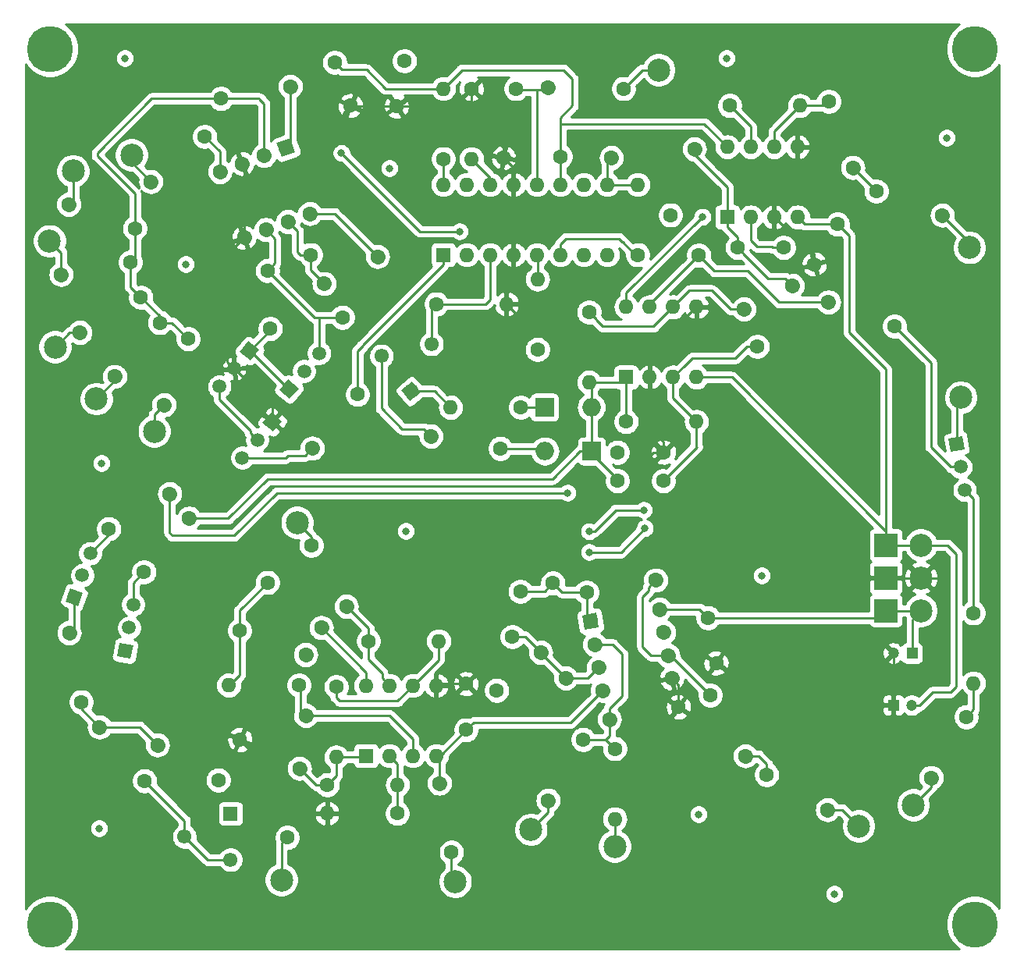
<source format=gbr>
G04 #@! TF.GenerationSoftware,KiCad,Pcbnew,(5.1.2-1)-1*
G04 #@! TF.CreationDate,2021-01-24T17:17:57-05:00*
G04 #@! TF.ProjectId,LFO - MFOS,4c464f20-2d20-44d4-964f-532e6b696361,rev?*
G04 #@! TF.SameCoordinates,Original*
G04 #@! TF.FileFunction,Copper,L2,Bot*
G04 #@! TF.FilePolarity,Positive*
%FSLAX46Y46*%
G04 Gerber Fmt 4.6, Leading zero omitted, Abs format (unit mm)*
G04 Created by KiCad (PCBNEW (5.1.2-1)-1) date 2021-01-24 17:17:57*
%MOMM*%
%LPD*%
G04 APERTURE LIST*
%ADD10C,5.000000*%
%ADD11C,1.600000*%
%ADD12C,1.200000*%
%ADD13R,1.200000X1.200000*%
%ADD14R,2.000000X2.000000*%
%ADD15O,2.000000X2.000000*%
%ADD16C,2.499360*%
%ADD17C,1.500000*%
%ADD18C,0.100000*%
%ADD19O,1.600000X1.600000*%
%ADD20C,1.600000*%
%ADD21C,1.550000*%
%ADD22R,1.550000X1.550000*%
%ADD23R,1.600000X1.600000*%
%ADD24R,2.499360X2.499360*%
%ADD25C,0.800000*%
%ADD26C,0.250000*%
%ADD27C,0.254000*%
G04 APERTURE END LIST*
D10*
X15494000Y-110490000D03*
X115824000Y-110490000D03*
X115824000Y-15494000D03*
X15494000Y-15494000D03*
D11*
X90068400Y-37058600D03*
X95068400Y-37058600D03*
X39091137Y-39556101D03*
X43789600Y-37846000D03*
X82050000Y-62380000D03*
X77050000Y-62380000D03*
X66522600Y-74371200D03*
X65654359Y-79295239D03*
D12*
X107016800Y-81076800D03*
D13*
X109016800Y-81076800D03*
D12*
X108984800Y-86715600D03*
D13*
X106984800Y-86715600D03*
D14*
X74267800Y-59156400D03*
D15*
X69187800Y-59156400D03*
X74218802Y-54381400D03*
D14*
X69138802Y-54381400D03*
D16*
X15443200Y-36347400D03*
X16052800Y-47853600D03*
X20523200Y-53467000D03*
X26822400Y-56997600D03*
X24353162Y-27015534D03*
X18008600Y-28752800D03*
X115239800Y-37058600D03*
X40601900Y-105664000D03*
X42316400Y-66903600D03*
X67665600Y-100203000D03*
X76758800Y-102031800D03*
X81534000Y-17780000D03*
X109143800Y-97536000D03*
X59448700Y-105867200D03*
X103212900Y-99834700D03*
X114300000Y-53314600D03*
D17*
X24088466Y-78308688D03*
X24529533Y-75807277D03*
X23647400Y-80810100D03*
D18*
G36*
X24516242Y-80201730D02*
G01*
X24255770Y-81678942D01*
X22778558Y-81418470D01*
X23039030Y-79941258D01*
X24516242Y-80201730D01*
X24516242Y-80201730D01*
G37*
D17*
X18122900Y-75006200D03*
D18*
G36*
X19084185Y-74557946D02*
G01*
X18571154Y-75967485D01*
X17161615Y-75454454D01*
X17674646Y-74044915D01*
X19084185Y-74557946D01*
X19084185Y-74557946D01*
G37*
D17*
X19860362Y-70232561D03*
X18991631Y-72619381D03*
X43060081Y-50479847D03*
X44692761Y-48534094D03*
X41427400Y-52425600D03*
D18*
G36*
X42484024Y-52333157D02*
G01*
X41519843Y-53482224D01*
X40370776Y-52518043D01*
X41334957Y-51368976D01*
X42484024Y-52333157D01*
X42484024Y-52333157D01*
G37*
D17*
X37134800Y-48260000D03*
D18*
G36*
X36078176Y-48352443D02*
G01*
X37042357Y-47203376D01*
X38191424Y-48167557D01*
X37227243Y-49316624D01*
X36078176Y-48352443D01*
X36078176Y-48352443D01*
G37*
D17*
X33869439Y-52151506D03*
X35502119Y-50205753D03*
X39624000Y-55981600D03*
D18*
G36*
X38567376Y-56074043D02*
G01*
X39531557Y-54924976D01*
X40680624Y-55889157D01*
X39716443Y-57038224D01*
X38567376Y-56074043D01*
X38567376Y-56074043D01*
G37*
D17*
X36358639Y-59873106D03*
X37991319Y-57927353D03*
X114283866Y-60870612D03*
X114724933Y-63372023D03*
X113842800Y-58369200D03*
D18*
G36*
X113234430Y-59238042D02*
G01*
X112973958Y-57760830D01*
X114451170Y-57500358D01*
X114711642Y-58977570D01*
X113234430Y-59238042D01*
X113234430Y-59238042D01*
G37*
D19*
X65024000Y-43180000D03*
D11*
X57404000Y-43180000D03*
X99974400Y-21209000D03*
X102580593Y-28369458D03*
D20*
X102580593Y-28369458D02*
X102580593Y-28369458D01*
D19*
X73964800Y-51689000D03*
D11*
X73964800Y-44069000D03*
X25349200Y-42468800D03*
X18750086Y-46278800D03*
D20*
X18750086Y-46278800D02*
X18750086Y-46278800D01*
D11*
X22508558Y-51049259D03*
D20*
X22508558Y-51049259D02*
X22508558Y-51049259D01*
D11*
X27406600Y-45212000D03*
X30480000Y-46964600D03*
X27873807Y-54125058D03*
D20*
X27873807Y-54125058D02*
X27873807Y-54125058D01*
D11*
X32281597Y-25004814D03*
X26444338Y-29902856D03*
D20*
X26444338Y-29902856D02*
X26444338Y-29902856D01*
D11*
X56833965Y-57528601D03*
D20*
X56833965Y-57528601D02*
X56833965Y-57528601D01*
D11*
X64338200Y-58851800D03*
X66573400Y-54406800D03*
D19*
X58953400Y-54406800D03*
X96850200Y-21666200D03*
D11*
X89230200Y-21666200D03*
X85877400Y-37896800D03*
X90775442Y-43734059D03*
D20*
X90775442Y-43734059D02*
X90775442Y-43734059D01*
D11*
X24206200Y-38658800D03*
X16701965Y-39981999D03*
D20*
X16701965Y-39981999D02*
X16701965Y-39981999D01*
D11*
X17528342Y-32369607D03*
D20*
X17528342Y-32369607D02*
X17528342Y-32369607D01*
D11*
X24688800Y-34975800D03*
D19*
X68376800Y-40487600D03*
D11*
X68376800Y-48107600D03*
X25692100Y-72275700D03*
X30590142Y-66438441D03*
D20*
X30590142Y-66438441D02*
X30590142Y-66438441D01*
D11*
X28481214Y-63766700D03*
D20*
X28481214Y-63766700D02*
X28481214Y-63766700D01*
D11*
X21882100Y-67576700D03*
X34061400Y-20904200D03*
X41565635Y-19581001D03*
D20*
X41565635Y-19581001D02*
X41565635Y-19581001D01*
D11*
X43228458Y-81231893D03*
D20*
X43228458Y-81231893D02*
X43228458Y-81231893D01*
D11*
X36068000Y-78625700D03*
X18897600Y-86360000D03*
X17574401Y-78855765D03*
D20*
X17574401Y-78855765D02*
X17574401Y-78855765D01*
D11*
X44927859Y-78304042D03*
D20*
X44927859Y-78304042D02*
X44927859Y-78304042D01*
D11*
X39090600Y-73406000D03*
X27157486Y-91020900D03*
D20*
X27157486Y-91020900D02*
X27157486Y-91020900D01*
D11*
X33756600Y-94830900D03*
X105130600Y-30937200D03*
X112291058Y-33543393D03*
D20*
X112291058Y-33543393D02*
X112291058Y-33543393D01*
D11*
X42520000Y-84550000D03*
D19*
X34900000Y-84550000D03*
D11*
X25768300Y-94919800D03*
X20870258Y-89082541D03*
D20*
X20870258Y-89082541D02*
X20870258Y-89082541D01*
D11*
X92227400Y-47802800D03*
X96037400Y-41203686D03*
D20*
X96037400Y-41203686D02*
X96037400Y-41203686D01*
D11*
X85410193Y-26367542D03*
D20*
X85410193Y-26367542D02*
X85410193Y-26367542D01*
D11*
X82804000Y-33528000D03*
X36106100Y-90462100D03*
X43266558Y-87855907D03*
D20*
X43266558Y-87855907D02*
X43266558Y-87855907D01*
D11*
X78003400Y-55956200D03*
D19*
X85623400Y-55956200D03*
D11*
X53174900Y-98463100D03*
D19*
X45554900Y-98463100D03*
D11*
X39395400Y-45872400D03*
X45232659Y-40974358D03*
D20*
X45232659Y-40974358D02*
X45232659Y-40974358D01*
D11*
X51028600Y-38028686D03*
D20*
X51028600Y-38028686D02*
X51028600Y-38028686D01*
D11*
X47218600Y-44627800D03*
X71461435Y-83779501D03*
D20*
X71461435Y-83779501D02*
X71461435Y-83779501D01*
D11*
X63957200Y-85102700D03*
X45580300Y-95351600D03*
D19*
X53200300Y-95351600D03*
D11*
X61214000Y-19812000D03*
D19*
X61214000Y-27432000D03*
X46545500Y-92354400D03*
D11*
X46545500Y-84734400D03*
X68730001Y-80986435D03*
D20*
X68730001Y-80986435D02*
X68730001Y-80986435D01*
D11*
X70053200Y-73482200D03*
X42560099Y-93575065D03*
D20*
X42560099Y-93575065D02*
X42560099Y-93575065D01*
D11*
X41236900Y-101079300D03*
X50038000Y-79756000D03*
D19*
X57658000Y-79756000D03*
D11*
X43958858Y-58834359D03*
D20*
X43958858Y-58834359D02*
X43958858Y-58834359D01*
D11*
X48856900Y-52997100D03*
X66040000Y-19812000D03*
X64716801Y-27316235D03*
D20*
X64716801Y-27316235D02*
X64716801Y-27316235D01*
D11*
X83680300Y-86906100D03*
X76176065Y-88229299D03*
D20*
X76176065Y-88229299D02*
X76176065Y-88229299D01*
D19*
X58166000Y-19812000D03*
D11*
X58166000Y-27432000D03*
X73710800Y-74472800D03*
X81215035Y-73149601D03*
D20*
X81215035Y-73149601D02*
X81215035Y-73149601D01*
D11*
X69542801Y-19673765D03*
D20*
X69542801Y-19673765D02*
X69542801Y-19673765D01*
D11*
X70866000Y-27178000D03*
X47650400Y-75991914D03*
D20*
X47650400Y-75991914D02*
X47650400Y-75991914D01*
D11*
X43840400Y-69392800D03*
D19*
X76758800Y-99060000D03*
D11*
X76758800Y-91440000D03*
X69532500Y-97035814D03*
D20*
X69532500Y-97035814D02*
X69532500Y-97035814D01*
D11*
X73342500Y-90436700D03*
X90932000Y-92222514D03*
D20*
X90932000Y-92222514D02*
X90932000Y-92222514D01*
D11*
X87122000Y-85623400D03*
X79248000Y-37846000D03*
D19*
X79248000Y-30226000D03*
D11*
X76400801Y-27316235D03*
D20*
X76400801Y-27316235D02*
X76400801Y-27316235D01*
D11*
X77724000Y-19812000D03*
X93243400Y-94246700D03*
X99842514Y-98056700D03*
D20*
X99842514Y-98056700D02*
X99842514Y-98056700D01*
D11*
X114884200Y-87972900D03*
X111074200Y-94572014D03*
D20*
X111074200Y-94572014D02*
X111074200Y-94572014D01*
D11*
X57731801Y-95187965D03*
D20*
X57731801Y-95187965D02*
X57731801Y-95187965D01*
D11*
X59055000Y-102692200D03*
X99951342Y-42986807D03*
D20*
X99951342Y-42986807D02*
X99951342Y-42986807D01*
D11*
X107111800Y-45593000D03*
X115671600Y-76708000D03*
D19*
X115671600Y-84328000D03*
D21*
X56884053Y-47525151D03*
X54660800Y-52654200D03*
D18*
G36*
X55752645Y-52749724D02*
G01*
X54565276Y-53746045D01*
X53568955Y-52558676D01*
X54756324Y-51562355D01*
X55752645Y-52749724D01*
X55752645Y-52749724D01*
G37*
D21*
X51446862Y-48823978D03*
X35090100Y-103488500D03*
D22*
X35090100Y-98488500D03*
D21*
X30090100Y-100988500D03*
D23*
X58166000Y-37846000D03*
D19*
X75946000Y-30226000D03*
X60706000Y-37846000D03*
X73406000Y-30226000D03*
X63246000Y-37846000D03*
X70866000Y-30226000D03*
X65786000Y-37846000D03*
X68326000Y-30226000D03*
X68326000Y-37846000D03*
X65786000Y-30226000D03*
X70866000Y-37846000D03*
X63246000Y-30226000D03*
X73406000Y-37846000D03*
X60706000Y-30226000D03*
X75946000Y-37846000D03*
X58166000Y-30226000D03*
X88976200Y-26136600D03*
X96596200Y-33756600D03*
X91516200Y-26136600D03*
X94056200Y-33756600D03*
X94056200Y-26136600D03*
X91516200Y-33756600D03*
X96596200Y-26136600D03*
D23*
X88976200Y-33756600D03*
X78003400Y-51130200D03*
D19*
X85623400Y-43510200D03*
X80543400Y-51130200D03*
X83083400Y-43510200D03*
X83083400Y-51130200D03*
X80543400Y-43510200D03*
X85623400Y-51130200D03*
X78003400Y-43510200D03*
D11*
X41097200Y-26212800D03*
D18*
G36*
X40071830Y-25734662D02*
G01*
X41575338Y-25187430D01*
X42122570Y-26690938D01*
X40619062Y-27238170D01*
X40071830Y-25734662D01*
X40071830Y-25734662D01*
G37*
D11*
X36542936Y-35979451D03*
D20*
X36542936Y-35979451D02*
X36542936Y-35979451D01*
D11*
X38710381Y-27081531D03*
D20*
X38710381Y-27081531D02*
X38710381Y-27081531D01*
D11*
X38929755Y-35110720D03*
D20*
X38929755Y-35110720D02*
X38929755Y-35110720D01*
D11*
X36323561Y-27950262D03*
D20*
X36323561Y-27950262D02*
X36323561Y-27950262D01*
D11*
X41316574Y-34241989D03*
D20*
X41316574Y-34241989D02*
X41316574Y-34241989D01*
D11*
X33936742Y-28818993D03*
D20*
X33936742Y-28818993D02*
X33936742Y-28818993D01*
D11*
X43703393Y-33373258D03*
D20*
X43703393Y-33373258D02*
X43703393Y-33373258D01*
D19*
X49784000Y-84582000D03*
X57404000Y-92202000D03*
X52324000Y-84582000D03*
X54864000Y-92202000D03*
X54864000Y-84582000D03*
X52324000Y-92202000D03*
X57404000Y-84582000D03*
D23*
X49784000Y-92202000D03*
D11*
X74129900Y-77622400D03*
D18*
G36*
X73480972Y-78549165D02*
G01*
X73203135Y-76973472D01*
X74778828Y-76695635D01*
X75056665Y-78271328D01*
X73480972Y-78549165D01*
X73480972Y-78549165D01*
G37*
D11*
X82957334Y-83803436D03*
D20*
X82957334Y-83803436D02*
X82957334Y-83803436D01*
D11*
X74570966Y-80123812D03*
D20*
X74570966Y-80123812D02*
X74570966Y-80123812D01*
D11*
X82516268Y-81302024D03*
D20*
X82516268Y-81302024D02*
X82516268Y-81302024D01*
D11*
X75012033Y-82625223D03*
D20*
X75012033Y-82625223D02*
X75012033Y-82625223D01*
D11*
X82075201Y-78800613D03*
D20*
X82075201Y-78800613D02*
X82075201Y-78800613D01*
D11*
X75453099Y-85126635D03*
D20*
X75453099Y-85126635D02*
X75453099Y-85126635D01*
D11*
X81634135Y-76299201D03*
D20*
X81634135Y-76299201D02*
X81634135Y-76299201D01*
D24*
X106172000Y-76454000D03*
D16*
X109982000Y-76454000D03*
X109982000Y-72898000D03*
D24*
X106172000Y-72898000D03*
X106172000Y-69342000D03*
D16*
X109982000Y-69342000D03*
D11*
X77063600Y-59270900D03*
X82063600Y-59270900D03*
X100925000Y-34531873D03*
X98425000Y-38862000D03*
X48090501Y-21665663D03*
X46380400Y-16967200D03*
X53086000Y-21742400D03*
X53954241Y-16818361D03*
X86893400Y-77228700D03*
X87761641Y-82152739D03*
X60629800Y-89404200D03*
X60629800Y-84404200D03*
D25*
X112776000Y-25146000D03*
X92710000Y-72644000D03*
X54102000Y-67818000D03*
X20828000Y-100076000D03*
X85852000Y-98552000D03*
X100584000Y-107188000D03*
X30226000Y-38862000D03*
X52324000Y-28448000D03*
X23622000Y-16510000D03*
X21082000Y-60452000D03*
X88900000Y-16510000D03*
X73990200Y-67856100D03*
X79921100Y-65544700D03*
X86258400Y-33718500D03*
X66167000Y-90131900D03*
X78143100Y-77622400D03*
X97790000Y-66040000D03*
X59931300Y-35306000D03*
X47117000Y-26797000D03*
X73990200Y-70116700D03*
X80035400Y-67513200D03*
X71640700Y-63677800D03*
D26*
X105130600Y-30919465D02*
X105130600Y-30937200D01*
X102580593Y-28369458D02*
X105130600Y-30919465D01*
X88976200Y-30492349D02*
X84851393Y-26367542D01*
X88976200Y-33756600D02*
X88976200Y-30492349D01*
X90068400Y-35927230D02*
X88976200Y-34835030D01*
X88976200Y-34835030D02*
X88976200Y-33756600D01*
X90068400Y-37058600D02*
X90068400Y-35927230D01*
X93413487Y-40403687D02*
X90868399Y-37858599D01*
X90868399Y-37858599D02*
X90068400Y-37058600D01*
X95237401Y-40403687D02*
X93413487Y-40403687D01*
X96037400Y-41203686D02*
X95237401Y-40403687D01*
X93937030Y-37058600D02*
X93810030Y-36931600D01*
X95068400Y-37058600D02*
X93937030Y-37058600D01*
X93810030Y-36931600D02*
X92176600Y-36931600D01*
X91516200Y-36271200D02*
X91516200Y-33756600D01*
X92176600Y-36931600D02*
X91516200Y-36271200D01*
X74555885Y-67856100D02*
X76867285Y-65544700D01*
X73990200Y-67856100D02*
X74555885Y-67856100D01*
X76867285Y-65544700D02*
X79921100Y-65544700D01*
X79921100Y-65544700D02*
X79921100Y-65544700D01*
X39891136Y-36072101D02*
X38929755Y-35110720D01*
X39891136Y-38756102D02*
X39891136Y-36072101D01*
X39091137Y-39556101D02*
X39891136Y-38756102D01*
X44162836Y-44627800D02*
X39091137Y-39556101D01*
X44704000Y-47462195D02*
X44704000Y-44627800D01*
X44692761Y-47473434D02*
X44704000Y-47462195D01*
X44704000Y-44627800D02*
X44162836Y-44627800D01*
X44692761Y-48534094D02*
X44692761Y-47473434D01*
X47218600Y-44627800D02*
X44704000Y-44627800D01*
X42658230Y-37846000D02*
X42367200Y-37554970D01*
X43789600Y-37846000D02*
X42658230Y-37846000D01*
X42367200Y-35292615D02*
X41316574Y-34241989D01*
X42367200Y-37554970D02*
X42367200Y-35292615D01*
X43789600Y-39531299D02*
X43789600Y-37846000D01*
X45232659Y-40974358D02*
X43789600Y-39531299D01*
X83083400Y-53416200D02*
X83083400Y-51130200D01*
X85623400Y-55956200D02*
X83083400Y-53416200D01*
X82114400Y-62242700D02*
X85670400Y-58686700D01*
X85623400Y-58639700D02*
X85623400Y-55956200D01*
X85670400Y-58686700D02*
X85623400Y-58639700D01*
X91096030Y-47802800D02*
X89826030Y-49072800D01*
X92227400Y-47802800D02*
X91096030Y-47802800D01*
X85140800Y-49072800D02*
X84340700Y-49872900D01*
X89826030Y-49072800D02*
X85140800Y-49072800D01*
X84340700Y-49872900D02*
X83083400Y-51130200D01*
X78003400Y-55956200D02*
X78003400Y-51130200D01*
X74218802Y-59107402D02*
X74267800Y-59156400D01*
X74218802Y-54381400D02*
X74218802Y-59107402D01*
X74218802Y-51943002D02*
X73964800Y-51689000D01*
X74218802Y-54381400D02*
X74218802Y-51943002D01*
X77444600Y-51689000D02*
X78003400Y-51130200D01*
X73964800Y-51689000D02*
X77444600Y-51689000D01*
X74267800Y-59396100D02*
X74267800Y-59156400D01*
X77114400Y-62242700D02*
X74267800Y-59396100D01*
X30590142Y-66438441D02*
X34831359Y-66438441D01*
X34831359Y-66438441D02*
X39116000Y-62153800D01*
X73017800Y-59156400D02*
X74267800Y-59156400D01*
X70020400Y-62153800D02*
X73017800Y-59156400D01*
X39116000Y-62153800D02*
X70020400Y-62153800D01*
X73710800Y-77203300D02*
X74129900Y-77622400D01*
X73710800Y-74472800D02*
X73710800Y-77203300D01*
X71043800Y-74472800D02*
X73710800Y-74472800D01*
X70053200Y-73482200D02*
X71043800Y-74472800D01*
X69164200Y-74371200D02*
X70053200Y-73482200D01*
X66522600Y-74371200D02*
X69164200Y-74371200D01*
X73857755Y-83779501D02*
X75012033Y-82625223D01*
X71461435Y-83779501D02*
X73857755Y-83779501D01*
X68730001Y-81048067D02*
X68730001Y-80986435D01*
X71461435Y-83779501D02*
X68730001Y-81048067D01*
X67038805Y-79295239D02*
X65654359Y-79295239D01*
X68730001Y-80986435D02*
X67038805Y-79295239D01*
X70866000Y-28563370D02*
X70866000Y-30226000D01*
X70866000Y-27432000D02*
X70866000Y-28563370D01*
X107671680Y-76454000D02*
X109982000Y-76454000D01*
X106172000Y-76454000D02*
X107671680Y-76454000D01*
X109016800Y-77419200D02*
X109982000Y-76454000D01*
X109016800Y-81076800D02*
X109016800Y-77419200D01*
X47180399Y-17767199D02*
X49847399Y-17767199D01*
X46380400Y-16967200D02*
X47180399Y-17767199D01*
X51892200Y-19812000D02*
X58166000Y-19812000D01*
X49847399Y-17767199D02*
X51892200Y-19812000D01*
X46373172Y-33373258D02*
X51028600Y-38028686D01*
X43703393Y-33373258D02*
X46373172Y-33373258D01*
X60172600Y-17805400D02*
X58166000Y-19812000D01*
X71196200Y-17805400D02*
X60172600Y-17805400D01*
X72161400Y-18770600D02*
X71196200Y-17805400D01*
X72161400Y-21666200D02*
X72161400Y-18770600D01*
X70866000Y-22961600D02*
X72161400Y-21666200D01*
X49784000Y-83160183D02*
X44927859Y-78304042D01*
X49784000Y-84582000D02*
X49784000Y-83160183D01*
X115671600Y-87185500D02*
X114884200Y-87972900D01*
X115671600Y-84328000D02*
X115671600Y-87185500D01*
X85972650Y-76307950D02*
X86893400Y-77228700D01*
X85963901Y-76299201D02*
X85972650Y-76307950D01*
X81634135Y-76299201D02*
X85963901Y-76299201D01*
X105397300Y-77228700D02*
X106172000Y-76454000D01*
X86893400Y-77228700D02*
X105397300Y-77228700D01*
X88976200Y-26136600D02*
X86461600Y-23622000D01*
X70878700Y-23622000D02*
X70866000Y-23634700D01*
X86461600Y-23622000D02*
X70878700Y-23622000D01*
X70866000Y-23634700D02*
X70866000Y-22961600D01*
X70866000Y-27432000D02*
X70866000Y-23634700D01*
X78003400Y-43510200D02*
X78003400Y-41973500D01*
X78003400Y-41973500D02*
X86258400Y-33718500D01*
X86258400Y-33718500D02*
X86258400Y-33718500D01*
X64716801Y-27316235D02*
X65786000Y-28385434D01*
X65786000Y-28385434D02*
X65786000Y-30226000D01*
X65786000Y-30226000D02*
X65786000Y-37846000D01*
X65024000Y-43180000D02*
X65024000Y-41148000D01*
X65786000Y-40386000D02*
X65786000Y-37846000D01*
X65024000Y-41148000D02*
X65786000Y-40386000D01*
X53056800Y-21713200D02*
X53086000Y-21742400D01*
X48158400Y-21713200D02*
X53056800Y-21713200D01*
X61214000Y-21285200D02*
X61214000Y-19812000D01*
X60756800Y-21742400D02*
X61214000Y-21285200D01*
X53086000Y-21742400D02*
X60756800Y-21742400D01*
X60756800Y-22224864D02*
X60756800Y-21742400D01*
X64716801Y-26184865D02*
X60756800Y-22224864D01*
X64716801Y-27316235D02*
X64716801Y-26184865D01*
X109982000Y-72898000D02*
X106172000Y-72898000D01*
X106984800Y-81108800D02*
X107016800Y-81076800D01*
X106984800Y-83566000D02*
X111912400Y-83566000D01*
X106984800Y-86715600D02*
X106984800Y-83566000D01*
X106984800Y-83566000D02*
X106984800Y-81108800D01*
X111912400Y-83566000D02*
X112572800Y-82905600D01*
X112572800Y-82905600D02*
X112572800Y-73152000D01*
X112318800Y-72898000D02*
X109982000Y-72898000D01*
X112572800Y-73152000D02*
X112318800Y-72898000D01*
X36542936Y-28169637D02*
X36323561Y-27950262D01*
X47290502Y-22465662D02*
X47290502Y-24083498D01*
X48090501Y-21665663D02*
X47290502Y-22465662D01*
X42120864Y-29253136D02*
X36542936Y-29253136D01*
X47290502Y-24083498D02*
X42120864Y-29253136D01*
X36542936Y-29253136D02*
X36542936Y-28169637D01*
X36542936Y-35979451D02*
X36542936Y-29253136D01*
X34752120Y-49455754D02*
X34752120Y-49093280D01*
X35502119Y-50205753D02*
X34752120Y-49455754D01*
X34752120Y-49093280D02*
X34798000Y-49047400D01*
X34798000Y-37724387D02*
X36542936Y-35979451D01*
X34798000Y-49047400D02*
X34798000Y-37724387D01*
X39093566Y-53797200D02*
X35502119Y-50205753D01*
X39093566Y-53797200D02*
X39141400Y-53797200D01*
X39141400Y-53797200D02*
X39624000Y-54279800D01*
X39624000Y-55981600D02*
X39624000Y-54279800D01*
X94056200Y-33756600D02*
X94056200Y-31242000D01*
X96596200Y-28702000D02*
X96596200Y-26136600D01*
X94056200Y-31242000D02*
X96596200Y-28702000D01*
X98425000Y-37730630D02*
X96051170Y-35356800D01*
X98425000Y-38862000D02*
X98425000Y-37730630D01*
X95656400Y-35356800D02*
X94056200Y-33756600D01*
X96051170Y-35356800D02*
X95656400Y-35356800D01*
X82063600Y-58139530D02*
X82063600Y-59270900D01*
X80543400Y-56619330D02*
X82063600Y-58139530D01*
X80543400Y-51130200D02*
X80543400Y-56619330D01*
X80543400Y-48590200D02*
X85623400Y-43510200D01*
X80543400Y-51130200D02*
X80543400Y-48590200D01*
X66395600Y-44551600D02*
X65024000Y-43180000D01*
X68910200Y-44551600D02*
X66395600Y-44551600D01*
X104672320Y-72898000D02*
X106172000Y-72898000D01*
X80340200Y-63500000D02*
X81445100Y-64604900D01*
X80340200Y-59862930D02*
X80340200Y-63500000D01*
X80932230Y-59270900D02*
X80340200Y-59862930D01*
X96379220Y-64604900D02*
X97700560Y-65926240D01*
X82063600Y-59270900D02*
X80932230Y-59270900D01*
X44107100Y-98463100D02*
X36106100Y-90462100D01*
X45554900Y-98463100D02*
X44107100Y-98463100D01*
X57581800Y-84404200D02*
X57404000Y-84582000D01*
X60629800Y-84404200D02*
X57581800Y-84404200D01*
X83680300Y-84526402D02*
X82957334Y-83803436D01*
X83680300Y-86906100D02*
X83680300Y-84526402D01*
X45554900Y-98463100D02*
X50253900Y-98463100D01*
X50253900Y-98463100D02*
X52146200Y-100355400D01*
X52146200Y-100355400D02*
X56286400Y-100355400D01*
X56286400Y-100355400D02*
X56286400Y-100012500D01*
X56286400Y-100012500D02*
X66167000Y-90131900D01*
X66167000Y-90131900D02*
X66167000Y-90131900D01*
X78143100Y-77622400D02*
X78143100Y-70993000D01*
X81546700Y-67589400D02*
X81546700Y-64604900D01*
X78143100Y-70993000D02*
X81546700Y-67589400D01*
X81546700Y-64604900D02*
X96379220Y-64604900D01*
X81445100Y-64604900D02*
X81546700Y-64604900D01*
X97700560Y-65926240D02*
X104672320Y-72898000D01*
X72948800Y-48590200D02*
X70599300Y-46240700D01*
X80543400Y-48590200D02*
X72948800Y-48590200D01*
X70599300Y-46240700D02*
X68910200Y-44551600D01*
X70688200Y-46329600D02*
X70599300Y-46240700D01*
X106172000Y-69342000D02*
X109982000Y-69342000D01*
X109833328Y-86715600D02*
X111255728Y-85293200D01*
X108984800Y-86715600D02*
X109833328Y-86715600D01*
X111255728Y-85293200D02*
X113182400Y-85293200D01*
X113182400Y-85293200D02*
X113792000Y-84683600D01*
X113792000Y-84683600D02*
X113792000Y-70307200D01*
X112826800Y-69342000D02*
X109982000Y-69342000D01*
X113792000Y-70307200D02*
X112826800Y-69342000D01*
X33936742Y-26659959D02*
X32281597Y-25004814D01*
X33936742Y-28818993D02*
X33936742Y-26659959D01*
X70866000Y-36714630D02*
X71487230Y-36093400D01*
X70866000Y-37846000D02*
X70866000Y-36714630D01*
X77622400Y-36474400D02*
X78994000Y-37846000D01*
X77597000Y-36474400D02*
X77216000Y-36093400D01*
X77622400Y-36474400D02*
X77597000Y-36474400D01*
X71487230Y-36093400D02*
X77216000Y-36093400D01*
X97371473Y-34531873D02*
X96596200Y-33756600D01*
X100925000Y-34531873D02*
X97371473Y-34531873D01*
X86754770Y-51130200D02*
X85623400Y-51130200D01*
X106172000Y-67842320D02*
X89459880Y-51130200D01*
X89459880Y-51130200D02*
X86754770Y-51130200D01*
X106172000Y-69342000D02*
X106172000Y-67842320D01*
X57832000Y-92202000D02*
X57404000Y-92202000D01*
X60629800Y-89404200D02*
X57832000Y-92202000D01*
X57731801Y-92529801D02*
X57404000Y-92202000D01*
X57731801Y-95187965D02*
X57731801Y-92529801D01*
X61429799Y-88604201D02*
X71975533Y-88604201D01*
X71975533Y-88604201D02*
X75453099Y-85126635D01*
X60629800Y-89404200D02*
X61429799Y-88604201D01*
X59931300Y-35306000D02*
X55626000Y-35306000D01*
X55626000Y-35306000D02*
X47117000Y-26797000D01*
X47117000Y-26797000D02*
X47117000Y-26797000D01*
X106172000Y-69342000D02*
X106172000Y-50279300D01*
X106172000Y-50279300D02*
X102196900Y-46304200D01*
X102196900Y-35803773D02*
X100925000Y-34531873D01*
X102196900Y-46304200D02*
X102196900Y-35803773D01*
X68883200Y-58851800D02*
X69187800Y-59156400D01*
X64338200Y-58851800D02*
X68883200Y-58851800D01*
X66598800Y-54381400D02*
X66573400Y-54406800D01*
X69138802Y-54381400D02*
X66598800Y-54381400D01*
X16701965Y-37606165D02*
X16701965Y-39981999D01*
X15443200Y-36347400D02*
X16701965Y-37606165D01*
X17627600Y-46278800D02*
X18750086Y-46278800D01*
X16052800Y-47853600D02*
X17627600Y-46278800D01*
X22508558Y-51481642D02*
X22508558Y-51049259D01*
X20523200Y-53467000D02*
X22508558Y-51481642D01*
X26822400Y-55176465D02*
X27873807Y-54125058D01*
X26822400Y-56997600D02*
X26822400Y-55176465D01*
X24353162Y-27811680D02*
X24353162Y-27015534D01*
X26444338Y-29902856D02*
X24353162Y-27811680D01*
X18008600Y-31889349D02*
X17528342Y-32369607D01*
X18008600Y-28752800D02*
X18008600Y-31889349D01*
X115239800Y-36492135D02*
X115239800Y-37058600D01*
X112291058Y-33543393D02*
X115239800Y-36492135D01*
X40601900Y-101714300D02*
X41236900Y-101079300D01*
X40601900Y-105664000D02*
X40601900Y-101714300D01*
X43840400Y-68427600D02*
X43840400Y-69392800D01*
X42316400Y-66903600D02*
X43840400Y-68427600D01*
X69532500Y-98336100D02*
X69532500Y-97035814D01*
X67665600Y-100203000D02*
X69532500Y-98336100D01*
X76758800Y-102031800D02*
X76758800Y-99060000D01*
X79756000Y-17780000D02*
X77724000Y-19812000D01*
X81534000Y-17780000D02*
X79756000Y-17780000D01*
X111074200Y-95605600D02*
X111074200Y-94572014D01*
X109143800Y-97536000D02*
X111074200Y-95605600D01*
X59055000Y-105473500D02*
X59448700Y-105867200D01*
X59055000Y-102692200D02*
X59055000Y-105473500D01*
X101434900Y-98056700D02*
X103212900Y-99834700D01*
X99842514Y-98056700D02*
X101434900Y-98056700D01*
X113842800Y-53771800D02*
X114300000Y-53314600D01*
X113842800Y-58369200D02*
X113842800Y-53771800D01*
X91516200Y-23952200D02*
X89230200Y-21666200D01*
X91516200Y-26136600D02*
X91516200Y-23952200D01*
X73990200Y-70116700D02*
X76708000Y-70116700D01*
X76708000Y-70116700D02*
X77254100Y-70116700D01*
X77254100Y-70116700D02*
X77431900Y-70116700D01*
X77431900Y-70116700D02*
X80035400Y-67513200D01*
X80035400Y-67513200D02*
X80035400Y-67513200D01*
X24529533Y-73438267D02*
X25692100Y-72275700D01*
X24529533Y-75807277D02*
X24529533Y-73438267D01*
X18122900Y-78307266D02*
X17574401Y-78855765D01*
X18122900Y-75006200D02*
X18122900Y-78307266D01*
X21882100Y-68210823D02*
X21882100Y-67576700D01*
X19860362Y-70232561D02*
X21882100Y-68210823D01*
X41565635Y-25744365D02*
X41097200Y-26212800D01*
X41565635Y-19581001D02*
X41565635Y-25744365D01*
X39395400Y-45999400D02*
X39395400Y-45872400D01*
X37134800Y-48260000D02*
X39395400Y-45999400D01*
X37261800Y-48260000D02*
X37134800Y-48260000D01*
X41427400Y-52425600D02*
X37261800Y-48260000D01*
X37241320Y-57177354D02*
X37241320Y-56926320D01*
X37991319Y-57927353D02*
X37241320Y-57177354D01*
X33869439Y-53554439D02*
X33869439Y-52151506D01*
X37241320Y-56926320D02*
X33869439Y-53554439D01*
X43158859Y-59634358D02*
X41305242Y-59634358D01*
X43958858Y-58834359D02*
X43158859Y-59634358D01*
X41066494Y-59873106D02*
X36358639Y-59873106D01*
X41305242Y-59634358D02*
X41066494Y-59873106D01*
X113223206Y-60870612D02*
X111048800Y-58696206D01*
X114283866Y-60870612D02*
X113223206Y-60870612D01*
X111048800Y-49530000D02*
X107111800Y-45593000D01*
X111048800Y-58696206D02*
X111048800Y-49530000D01*
X115671600Y-64318690D02*
X114724933Y-63372023D01*
X115671600Y-76708000D02*
X115671600Y-64318690D01*
X62738000Y-43180000D02*
X63246000Y-42672000D01*
X63246000Y-37846000D02*
X63246000Y-42672000D01*
X62738000Y-43180000D02*
X57404000Y-43180000D01*
X56884053Y-43699947D02*
X57404000Y-43180000D01*
X56884053Y-47525151D02*
X56884053Y-43699947D01*
X94056200Y-24460200D02*
X96850200Y-21666200D01*
X94056200Y-26136600D02*
X94056200Y-24460200D01*
X99517200Y-21666200D02*
X99974400Y-21209000D01*
X96850200Y-21666200D02*
X99517200Y-21666200D01*
X90775442Y-43734059D02*
X89301659Y-43734059D01*
X89301659Y-43734059D02*
X87299800Y-41732200D01*
X84861400Y-41732200D02*
X83083400Y-43510200D01*
X87299800Y-41732200D02*
X84861400Y-41732200D01*
X74764799Y-44868999D02*
X74764799Y-44945199D01*
X73964800Y-44069000D02*
X74764799Y-44868999D01*
X74764799Y-44945199D02*
X75438000Y-45618400D01*
X80975200Y-45618400D02*
X83083400Y-43510200D01*
X75438000Y-45618400D02*
X80975200Y-45618400D01*
X38227000Y-20978838D02*
X38710381Y-21462219D01*
X38227000Y-20904200D02*
X38227000Y-20978838D01*
X38710381Y-21462219D02*
X38710381Y-27081531D01*
X34061400Y-20904200D02*
X38227000Y-20904200D01*
X24688800Y-38176200D02*
X24206200Y-38658800D01*
X24688800Y-34975800D02*
X24688800Y-38176200D01*
X24206200Y-41325800D02*
X25349200Y-42468800D01*
X24206200Y-38658800D02*
X24206200Y-41325800D01*
X27406600Y-44526200D02*
X27406600Y-45212000D01*
X25349200Y-42468800D02*
X27406600Y-44526200D01*
X28727400Y-45212000D02*
X30480000Y-46964600D01*
X27406600Y-45212000D02*
X28727400Y-45212000D01*
X24688800Y-34975800D02*
X24688800Y-31165800D01*
X24688800Y-31165800D02*
X20624800Y-27101800D01*
X20624800Y-27101800D02*
X20624800Y-26797000D01*
X26517600Y-20904200D02*
X34061400Y-20904200D01*
X20624800Y-26797000D02*
X26517600Y-20904200D01*
X56033966Y-56728602D02*
X53680602Y-56728602D01*
X56833965Y-57528601D02*
X56033966Y-56728602D01*
X51446862Y-54494862D02*
X51446862Y-48823978D01*
X53680602Y-56728602D02*
X51446862Y-54494862D01*
X57200800Y-52654200D02*
X54660800Y-52654200D01*
X58953400Y-54406800D02*
X57200800Y-52654200D01*
X80543400Y-43230800D02*
X80543400Y-43510200D01*
X85877400Y-37896800D02*
X80543400Y-43230800D01*
X99951342Y-42986807D02*
X94574207Y-42986807D01*
X94574207Y-42986807D02*
X91186000Y-39598600D01*
X87579200Y-39598600D02*
X85877400Y-37896800D01*
X91186000Y-39598600D02*
X87579200Y-39598600D01*
X28481214Y-63766700D02*
X28481214Y-68003614D01*
X28481214Y-68003614D02*
X28778200Y-68300600D01*
X28778200Y-68300600D02*
X35483800Y-68300600D01*
X35483800Y-68300600D02*
X40106600Y-63677800D01*
X40106600Y-63677800D02*
X71640700Y-63677800D01*
X71640700Y-63677800D02*
X71640700Y-63677800D01*
X68376800Y-37896800D02*
X68326000Y-37846000D01*
X68376800Y-40487600D02*
X68376800Y-37896800D01*
X36068000Y-83426300D02*
X36068000Y-78625700D01*
X35026600Y-84467700D02*
X36068000Y-83426300D01*
X36068000Y-76428600D02*
X39090600Y-73406000D01*
X36068000Y-78625700D02*
X36068000Y-76428600D01*
X18897600Y-87109883D02*
X18897600Y-86360000D01*
X20870258Y-89082541D02*
X18897600Y-87109883D01*
X25219127Y-89082541D02*
X27157486Y-91020900D01*
X20870258Y-89082541D02*
X25219127Y-89082541D01*
X42646600Y-87235949D02*
X43266558Y-87855907D01*
X42646600Y-84467700D02*
X42646600Y-87235949D01*
X54864000Y-92202000D02*
X54864000Y-90373200D01*
X52346707Y-87855907D02*
X43266558Y-87855907D01*
X54864000Y-90373200D02*
X52346707Y-87855907D01*
X30090100Y-99241600D02*
X30090100Y-100988500D01*
X25768300Y-94919800D02*
X30090100Y-99241600D01*
X32590100Y-103488500D02*
X35090100Y-103488500D01*
X30090100Y-100988500D02*
X32590100Y-103488500D01*
X63246000Y-29464000D02*
X63246000Y-30226000D01*
X61214000Y-27432000D02*
X63246000Y-29464000D01*
X53200300Y-93078300D02*
X52324000Y-92202000D01*
X53200300Y-95351600D02*
X53200300Y-93078300D01*
X53200300Y-98437700D02*
X53174900Y-98463100D01*
X53200300Y-95351600D02*
X53200300Y-98437700D01*
X49631600Y-92354400D02*
X49784000Y-92202000D01*
X46545500Y-92354400D02*
X49631600Y-92354400D01*
X46545500Y-94386400D02*
X46545500Y-92354400D01*
X45580300Y-95351600D02*
X46545500Y-94386400D01*
X44336634Y-95351600D02*
X45580300Y-95351600D01*
X42560099Y-93575065D02*
X44336634Y-95351600D01*
X46545500Y-85865770D02*
X46925430Y-86245700D01*
X46545500Y-84734400D02*
X46545500Y-85865770D01*
X53200300Y-86245700D02*
X54864000Y-84582000D01*
X46925430Y-86245700D02*
X53200300Y-86245700D01*
X57658000Y-81788000D02*
X57658000Y-79756000D01*
X54864000Y-84582000D02*
X57658000Y-81788000D01*
X51524001Y-83782001D02*
X51524001Y-83248601D01*
X52324000Y-84582000D02*
X51524001Y-83782001D01*
X50038000Y-81762600D02*
X50038000Y-79756000D01*
X51524001Y-83248601D02*
X50038000Y-81762600D01*
X50038000Y-78379514D02*
X50038000Y-79756000D01*
X47650400Y-75991914D02*
X50038000Y-78379514D01*
X58166000Y-38896000D02*
X58166000Y-37846000D01*
X49411600Y-47650400D02*
X58166000Y-38896000D01*
X49411600Y-47730700D02*
X48856900Y-48285400D01*
X49411600Y-47650400D02*
X49411600Y-47730700D01*
X48856900Y-52997100D02*
X48856900Y-48285400D01*
X66155765Y-19927765D02*
X66040000Y-19812000D01*
X68326000Y-20043530D02*
X68441765Y-19927765D01*
X68326000Y-30226000D02*
X68326000Y-20043530D01*
X68441765Y-19927765D02*
X66155765Y-19927765D01*
X69542801Y-19927765D02*
X68441765Y-19927765D01*
X75755500Y-90436700D02*
X73342500Y-90436700D01*
X76758800Y-91440000D02*
X75755500Y-90436700D01*
X76176065Y-90016135D02*
X76176065Y-88229299D01*
X75755500Y-90436700D02*
X76176065Y-90016135D01*
X76517012Y-80123812D02*
X74570966Y-80123812D01*
X77558900Y-85715094D02*
X77558900Y-81165700D01*
X76176065Y-87097929D02*
X77558900Y-85715094D01*
X77558900Y-81165700D02*
X76517012Y-80123812D01*
X76176065Y-88229299D02*
X76176065Y-87097929D01*
X58166000Y-29094630D02*
X58166000Y-27432000D01*
X58166000Y-30226000D02*
X58166000Y-29094630D01*
X80705124Y-81302024D02*
X82516268Y-81302024D01*
X80415036Y-73949600D02*
X80415036Y-74334464D01*
X79794100Y-80391000D02*
X80705124Y-81302024D01*
X80415036Y-74334464D02*
X79794100Y-74955400D01*
X79794100Y-74955400D02*
X79794100Y-80391000D01*
X81215035Y-73149601D02*
X80415036Y-73949600D01*
X82800624Y-81302024D02*
X82516268Y-81302024D01*
X87122000Y-85623400D02*
X82800624Y-81302024D01*
X92350584Y-92222514D02*
X92063370Y-92222514D01*
X93243400Y-93115330D02*
X92350584Y-92222514D01*
X92063370Y-92222514D02*
X90932000Y-92222514D01*
X93243400Y-94246700D02*
X93243400Y-93115330D01*
X75946000Y-27771036D02*
X76400801Y-27316235D01*
X75946000Y-30226000D02*
X75946000Y-27771036D01*
X77862630Y-30226000D02*
X75946000Y-30226000D01*
X78994000Y-30226000D02*
X77862630Y-30226000D01*
D27*
G36*
X113825554Y-13058886D02*
G01*
X113388886Y-13495554D01*
X113045799Y-14009021D01*
X112809476Y-14579554D01*
X112689000Y-15185229D01*
X112689000Y-15802771D01*
X112809476Y-16408446D01*
X113045799Y-16978979D01*
X113388886Y-17492446D01*
X113825554Y-17929114D01*
X114339021Y-18272201D01*
X114909554Y-18508524D01*
X115515229Y-18629000D01*
X116132771Y-18629000D01*
X116738446Y-18508524D01*
X117308979Y-18272201D01*
X117822446Y-17929114D01*
X118259114Y-17492446D01*
X118440001Y-17221729D01*
X118440000Y-108762270D01*
X118259114Y-108491554D01*
X117822446Y-108054886D01*
X117308979Y-107711799D01*
X116738446Y-107475476D01*
X116132771Y-107355000D01*
X115515229Y-107355000D01*
X114909554Y-107475476D01*
X114339021Y-107711799D01*
X113825554Y-108054886D01*
X113388886Y-108491554D01*
X113045799Y-109005021D01*
X112809476Y-109575554D01*
X112689000Y-110181229D01*
X112689000Y-110798771D01*
X112809476Y-111404446D01*
X113045799Y-111974979D01*
X113388886Y-112488446D01*
X113825554Y-112925114D01*
X114146462Y-113139538D01*
X17185112Y-113130467D01*
X17492446Y-112925114D01*
X17929114Y-112488446D01*
X18272201Y-111974979D01*
X18508524Y-111404446D01*
X18629000Y-110798771D01*
X18629000Y-110181229D01*
X18508524Y-109575554D01*
X18272201Y-109005021D01*
X17929114Y-108491554D01*
X17492446Y-108054886D01*
X16978979Y-107711799D01*
X16408446Y-107475476D01*
X15802771Y-107355000D01*
X15185229Y-107355000D01*
X14579554Y-107475476D01*
X14009021Y-107711799D01*
X13495554Y-108054886D01*
X13058886Y-108491554D01*
X12852000Y-108801181D01*
X12852000Y-105478375D01*
X38717220Y-105478375D01*
X38717220Y-105849625D01*
X38789647Y-106213741D01*
X38931718Y-106556731D01*
X39137974Y-106865413D01*
X39400487Y-107127926D01*
X39709169Y-107334182D01*
X40052159Y-107476253D01*
X40416275Y-107548680D01*
X40787525Y-107548680D01*
X41151641Y-107476253D01*
X41494631Y-107334182D01*
X41803313Y-107127926D01*
X42065826Y-106865413D01*
X42272082Y-106556731D01*
X42414153Y-106213741D01*
X42486580Y-105849625D01*
X42486580Y-105681575D01*
X57564020Y-105681575D01*
X57564020Y-106052825D01*
X57636447Y-106416941D01*
X57778518Y-106759931D01*
X57984774Y-107068613D01*
X58247287Y-107331126D01*
X58555969Y-107537382D01*
X58898959Y-107679453D01*
X59263075Y-107751880D01*
X59634325Y-107751880D01*
X59998441Y-107679453D01*
X60341431Y-107537382D01*
X60650113Y-107331126D01*
X60895178Y-107086061D01*
X99549000Y-107086061D01*
X99549000Y-107289939D01*
X99588774Y-107489898D01*
X99666795Y-107678256D01*
X99780063Y-107847774D01*
X99924226Y-107991937D01*
X100093744Y-108105205D01*
X100282102Y-108183226D01*
X100482061Y-108223000D01*
X100685939Y-108223000D01*
X100885898Y-108183226D01*
X101074256Y-108105205D01*
X101243774Y-107991937D01*
X101387937Y-107847774D01*
X101501205Y-107678256D01*
X101579226Y-107489898D01*
X101619000Y-107289939D01*
X101619000Y-107086061D01*
X101579226Y-106886102D01*
X101501205Y-106697744D01*
X101387937Y-106528226D01*
X101243774Y-106384063D01*
X101074256Y-106270795D01*
X100885898Y-106192774D01*
X100685939Y-106153000D01*
X100482061Y-106153000D01*
X100282102Y-106192774D01*
X100093744Y-106270795D01*
X99924226Y-106384063D01*
X99780063Y-106528226D01*
X99666795Y-106697744D01*
X99588774Y-106886102D01*
X99549000Y-107086061D01*
X60895178Y-107086061D01*
X60912626Y-107068613D01*
X61118882Y-106759931D01*
X61260953Y-106416941D01*
X61333380Y-106052825D01*
X61333380Y-105681575D01*
X61260953Y-105317459D01*
X61118882Y-104974469D01*
X60912626Y-104665787D01*
X60650113Y-104403274D01*
X60341431Y-104197018D01*
X59998441Y-104054947D01*
X59815000Y-104018458D01*
X59815000Y-103910243D01*
X59969759Y-103806837D01*
X60169637Y-103606959D01*
X60326680Y-103371927D01*
X60434853Y-103110774D01*
X60490000Y-102833535D01*
X60490000Y-102550865D01*
X60434853Y-102273626D01*
X60326680Y-102012473D01*
X60169637Y-101777441D01*
X59969759Y-101577563D01*
X59734727Y-101420520D01*
X59473574Y-101312347D01*
X59196335Y-101257200D01*
X58913665Y-101257200D01*
X58636426Y-101312347D01*
X58375273Y-101420520D01*
X58140241Y-101577563D01*
X57940363Y-101777441D01*
X57783320Y-102012473D01*
X57675147Y-102273626D01*
X57620000Y-102550865D01*
X57620000Y-102833535D01*
X57675147Y-103110774D01*
X57783320Y-103371927D01*
X57940363Y-103606959D01*
X58140241Y-103806837D01*
X58295000Y-103910244D01*
X58295001Y-104371393D01*
X58247287Y-104403274D01*
X57984774Y-104665787D01*
X57778518Y-104974469D01*
X57636447Y-105317459D01*
X57564020Y-105681575D01*
X42486580Y-105681575D01*
X42486580Y-105478375D01*
X42414153Y-105114259D01*
X42272082Y-104771269D01*
X42065826Y-104462587D01*
X41803313Y-104200074D01*
X41494631Y-103993818D01*
X41361900Y-103938839D01*
X41361900Y-102514300D01*
X41378235Y-102514300D01*
X41655474Y-102459153D01*
X41916627Y-102350980D01*
X42151659Y-102193937D01*
X42351537Y-101994059D01*
X42508580Y-101759027D01*
X42616753Y-101497874D01*
X42671900Y-101220635D01*
X42671900Y-100937965D01*
X42616753Y-100660726D01*
X42508580Y-100399573D01*
X42351537Y-100164541D01*
X42204371Y-100017375D01*
X65780920Y-100017375D01*
X65780920Y-100388625D01*
X65853347Y-100752741D01*
X65995418Y-101095731D01*
X66201674Y-101404413D01*
X66464187Y-101666926D01*
X66772869Y-101873182D01*
X67115859Y-102015253D01*
X67479975Y-102087680D01*
X67851225Y-102087680D01*
X68215341Y-102015253D01*
X68558331Y-101873182D01*
X68598749Y-101846175D01*
X74874120Y-101846175D01*
X74874120Y-102217425D01*
X74946547Y-102581541D01*
X75088618Y-102924531D01*
X75294874Y-103233213D01*
X75557387Y-103495726D01*
X75866069Y-103701982D01*
X76209059Y-103844053D01*
X76573175Y-103916480D01*
X76944425Y-103916480D01*
X77308541Y-103844053D01*
X77651531Y-103701982D01*
X77960213Y-103495726D01*
X78222726Y-103233213D01*
X78428982Y-102924531D01*
X78571053Y-102581541D01*
X78643480Y-102217425D01*
X78643480Y-101846175D01*
X78571053Y-101482059D01*
X78428982Y-101139069D01*
X78222726Y-100830387D01*
X77960213Y-100567874D01*
X77651531Y-100361618D01*
X77518800Y-100306639D01*
X77518800Y-100280901D01*
X77559901Y-100258932D01*
X77778408Y-100079608D01*
X77957732Y-99861101D01*
X78090982Y-99611808D01*
X78173036Y-99341309D01*
X78200743Y-99060000D01*
X78173036Y-98778691D01*
X78090982Y-98508192D01*
X78059911Y-98450061D01*
X84817000Y-98450061D01*
X84817000Y-98653939D01*
X84856774Y-98853898D01*
X84934795Y-99042256D01*
X85048063Y-99211774D01*
X85192226Y-99355937D01*
X85361744Y-99469205D01*
X85550102Y-99547226D01*
X85750061Y-99587000D01*
X85953939Y-99587000D01*
X86153898Y-99547226D01*
X86342256Y-99469205D01*
X86511774Y-99355937D01*
X86655937Y-99211774D01*
X86769205Y-99042256D01*
X86847226Y-98853898D01*
X86887000Y-98653939D01*
X86887000Y-98450061D01*
X86847226Y-98250102D01*
X86769205Y-98061744D01*
X86765835Y-98056700D01*
X98400571Y-98056700D01*
X98428278Y-98338009D01*
X98510332Y-98608508D01*
X98643582Y-98857801D01*
X98822906Y-99076308D01*
X99041413Y-99255632D01*
X99290706Y-99388882D01*
X99561205Y-99470936D01*
X99772022Y-99491700D01*
X99913006Y-99491700D01*
X100123823Y-99470936D01*
X100394322Y-99388882D01*
X100643615Y-99255632D01*
X100862122Y-99076308D01*
X101041446Y-98857801D01*
X101063415Y-98816700D01*
X101120099Y-98816700D01*
X101455626Y-99152227D01*
X101400647Y-99284959D01*
X101328220Y-99649075D01*
X101328220Y-100020325D01*
X101400647Y-100384441D01*
X101542718Y-100727431D01*
X101748974Y-101036113D01*
X102011487Y-101298626D01*
X102320169Y-101504882D01*
X102663159Y-101646953D01*
X103027275Y-101719380D01*
X103398525Y-101719380D01*
X103762641Y-101646953D01*
X104105631Y-101504882D01*
X104414313Y-101298626D01*
X104676826Y-101036113D01*
X104883082Y-100727431D01*
X105025153Y-100384441D01*
X105097580Y-100020325D01*
X105097580Y-99649075D01*
X105025153Y-99284959D01*
X104883082Y-98941969D01*
X104676826Y-98633287D01*
X104414313Y-98370774D01*
X104105631Y-98164518D01*
X103762641Y-98022447D01*
X103398525Y-97950020D01*
X103027275Y-97950020D01*
X102663159Y-98022447D01*
X102530427Y-98077426D01*
X101998704Y-97545703D01*
X101974901Y-97516699D01*
X101859176Y-97421726D01*
X101727147Y-97351154D01*
X101724579Y-97350375D01*
X107259120Y-97350375D01*
X107259120Y-97721625D01*
X107331547Y-98085741D01*
X107473618Y-98428731D01*
X107679874Y-98737413D01*
X107942387Y-98999926D01*
X108251069Y-99206182D01*
X108594059Y-99348253D01*
X108958175Y-99420680D01*
X109329425Y-99420680D01*
X109693541Y-99348253D01*
X110036531Y-99206182D01*
X110345213Y-98999926D01*
X110607726Y-98737413D01*
X110813982Y-98428731D01*
X110956053Y-98085741D01*
X111028480Y-97721625D01*
X111028480Y-97350375D01*
X110956053Y-96986259D01*
X110901074Y-96853528D01*
X111585204Y-96169398D01*
X111614201Y-96145601D01*
X111709174Y-96029876D01*
X111779746Y-95897847D01*
X111807198Y-95807348D01*
X111875301Y-95770946D01*
X112093808Y-95591622D01*
X112273132Y-95373115D01*
X112406382Y-95123822D01*
X112488436Y-94853323D01*
X112516143Y-94572014D01*
X112488436Y-94290705D01*
X112406382Y-94020206D01*
X112273132Y-93770913D01*
X112093808Y-93552406D01*
X111875301Y-93373082D01*
X111626008Y-93239832D01*
X111355509Y-93157778D01*
X111144692Y-93137014D01*
X111003708Y-93137014D01*
X110792891Y-93157778D01*
X110522392Y-93239832D01*
X110273099Y-93373082D01*
X110054592Y-93552406D01*
X109875268Y-93770913D01*
X109742018Y-94020206D01*
X109659964Y-94290705D01*
X109632257Y-94572014D01*
X109659964Y-94853323D01*
X109742018Y-95123822D01*
X109875268Y-95373115D01*
X110036014Y-95568984D01*
X109826272Y-95778726D01*
X109693541Y-95723747D01*
X109329425Y-95651320D01*
X108958175Y-95651320D01*
X108594059Y-95723747D01*
X108251069Y-95865818D01*
X107942387Y-96072074D01*
X107679874Y-96334587D01*
X107473618Y-96643269D01*
X107331547Y-96986259D01*
X107259120Y-97350375D01*
X101724579Y-97350375D01*
X101583886Y-97307697D01*
X101472233Y-97296700D01*
X101472222Y-97296700D01*
X101434900Y-97293024D01*
X101397578Y-97296700D01*
X101063415Y-97296700D01*
X101041446Y-97255599D01*
X100862122Y-97037092D01*
X100643615Y-96857768D01*
X100394322Y-96724518D01*
X100123823Y-96642464D01*
X99913006Y-96621700D01*
X99772022Y-96621700D01*
X99561205Y-96642464D01*
X99290706Y-96724518D01*
X99041413Y-96857768D01*
X98822906Y-97037092D01*
X98643582Y-97255599D01*
X98510332Y-97504892D01*
X98428278Y-97775391D01*
X98400571Y-98056700D01*
X86765835Y-98056700D01*
X86655937Y-97892226D01*
X86511774Y-97748063D01*
X86342256Y-97634795D01*
X86153898Y-97556774D01*
X85953939Y-97517000D01*
X85750061Y-97517000D01*
X85550102Y-97556774D01*
X85361744Y-97634795D01*
X85192226Y-97748063D01*
X85048063Y-97892226D01*
X84934795Y-98061744D01*
X84856774Y-98250102D01*
X84817000Y-98450061D01*
X78059911Y-98450061D01*
X77957732Y-98258899D01*
X77778408Y-98040392D01*
X77559901Y-97861068D01*
X77310608Y-97727818D01*
X77040109Y-97645764D01*
X76829292Y-97625000D01*
X76688308Y-97625000D01*
X76477491Y-97645764D01*
X76206992Y-97727818D01*
X75957699Y-97861068D01*
X75739192Y-98040392D01*
X75559868Y-98258899D01*
X75426618Y-98508192D01*
X75344564Y-98778691D01*
X75316857Y-99060000D01*
X75344564Y-99341309D01*
X75426618Y-99611808D01*
X75559868Y-99861101D01*
X75739192Y-100079608D01*
X75957699Y-100258932D01*
X75998801Y-100280901D01*
X75998801Y-100306639D01*
X75866069Y-100361618D01*
X75557387Y-100567874D01*
X75294874Y-100830387D01*
X75088618Y-101139069D01*
X74946547Y-101482059D01*
X74874120Y-101846175D01*
X68598749Y-101846175D01*
X68867013Y-101666926D01*
X69129526Y-101404413D01*
X69335782Y-101095731D01*
X69477853Y-100752741D01*
X69550280Y-100388625D01*
X69550280Y-100017375D01*
X69477853Y-99653259D01*
X69422874Y-99520528D01*
X70043504Y-98899898D01*
X70072501Y-98876101D01*
X70167474Y-98760376D01*
X70238046Y-98628347D01*
X70281503Y-98485086D01*
X70292500Y-98373433D01*
X70292500Y-98373424D01*
X70296176Y-98336101D01*
X70292500Y-98298778D01*
X70292500Y-98256715D01*
X70333601Y-98234746D01*
X70552108Y-98055422D01*
X70731432Y-97836915D01*
X70864682Y-97587622D01*
X70946736Y-97317123D01*
X70974443Y-97035814D01*
X70946736Y-96754505D01*
X70864682Y-96484006D01*
X70731432Y-96234713D01*
X70552108Y-96016206D01*
X70333601Y-95836882D01*
X70084308Y-95703632D01*
X69813809Y-95621578D01*
X69602992Y-95600814D01*
X69462008Y-95600814D01*
X69251191Y-95621578D01*
X68980692Y-95703632D01*
X68731399Y-95836882D01*
X68512892Y-96016206D01*
X68333568Y-96234713D01*
X68200318Y-96484006D01*
X68118264Y-96754505D01*
X68090557Y-97035814D01*
X68118264Y-97317123D01*
X68200318Y-97587622D01*
X68333568Y-97836915D01*
X68512892Y-98055422D01*
X68636738Y-98157060D01*
X68348072Y-98445726D01*
X68215341Y-98390747D01*
X67851225Y-98318320D01*
X67479975Y-98318320D01*
X67115859Y-98390747D01*
X66772869Y-98532818D01*
X66464187Y-98739074D01*
X66201674Y-99001587D01*
X65995418Y-99310269D01*
X65853347Y-99653259D01*
X65780920Y-100017375D01*
X42204371Y-100017375D01*
X42151659Y-99964663D01*
X41916627Y-99807620D01*
X41655474Y-99699447D01*
X41378235Y-99644300D01*
X41095565Y-99644300D01*
X40818326Y-99699447D01*
X40557173Y-99807620D01*
X40322141Y-99964663D01*
X40122263Y-100164541D01*
X39965220Y-100399573D01*
X39857047Y-100660726D01*
X39801900Y-100937965D01*
X39801900Y-101220635D01*
X39857047Y-101497874D01*
X39866461Y-101520602D01*
X39852898Y-101565315D01*
X39838224Y-101714300D01*
X39841901Y-101751632D01*
X39841900Y-103938839D01*
X39709169Y-103993818D01*
X39400487Y-104200074D01*
X39137974Y-104462587D01*
X38931718Y-104771269D01*
X38789647Y-105114259D01*
X38717220Y-105478375D01*
X12852000Y-105478375D01*
X12852000Y-99974061D01*
X19793000Y-99974061D01*
X19793000Y-100177939D01*
X19832774Y-100377898D01*
X19910795Y-100566256D01*
X20024063Y-100735774D01*
X20168226Y-100879937D01*
X20337744Y-100993205D01*
X20526102Y-101071226D01*
X20726061Y-101111000D01*
X20929939Y-101111000D01*
X21129898Y-101071226D01*
X21318256Y-100993205D01*
X21487774Y-100879937D01*
X21631937Y-100735774D01*
X21745205Y-100566256D01*
X21823226Y-100377898D01*
X21863000Y-100177939D01*
X21863000Y-99974061D01*
X21823226Y-99774102D01*
X21745205Y-99585744D01*
X21631937Y-99416226D01*
X21487774Y-99272063D01*
X21318256Y-99158795D01*
X21129898Y-99080774D01*
X20929939Y-99041000D01*
X20726061Y-99041000D01*
X20526102Y-99080774D01*
X20337744Y-99158795D01*
X20168226Y-99272063D01*
X20024063Y-99416226D01*
X19910795Y-99585744D01*
X19832774Y-99774102D01*
X19793000Y-99974061D01*
X12852000Y-99974061D01*
X12852000Y-94778465D01*
X24333300Y-94778465D01*
X24333300Y-95061135D01*
X24388447Y-95338374D01*
X24496620Y-95599527D01*
X24653663Y-95834559D01*
X24853541Y-96034437D01*
X25088573Y-96191480D01*
X25349726Y-96299653D01*
X25626965Y-96354800D01*
X25909635Y-96354800D01*
X26092187Y-96318488D01*
X29330100Y-99556402D01*
X29330100Y-99800524D01*
X29191278Y-99893282D01*
X28994882Y-100089678D01*
X28840575Y-100320615D01*
X28734286Y-100577218D01*
X28680100Y-100849627D01*
X28680100Y-101127373D01*
X28734286Y-101399782D01*
X28840575Y-101656385D01*
X28994882Y-101887322D01*
X29191278Y-102083718D01*
X29422215Y-102238025D01*
X29678818Y-102344314D01*
X29951227Y-102398500D01*
X30228973Y-102398500D01*
X30392726Y-102365927D01*
X32026301Y-103999503D01*
X32050099Y-104028501D01*
X32079097Y-104052299D01*
X32165823Y-104123474D01*
X32227395Y-104156385D01*
X32297853Y-104194046D01*
X32441114Y-104237503D01*
X32552767Y-104248500D01*
X32552777Y-104248500D01*
X32590100Y-104252176D01*
X32627423Y-104248500D01*
X33902124Y-104248500D01*
X33994882Y-104387322D01*
X34191278Y-104583718D01*
X34422215Y-104738025D01*
X34678818Y-104844314D01*
X34951227Y-104898500D01*
X35228973Y-104898500D01*
X35501382Y-104844314D01*
X35757985Y-104738025D01*
X35988922Y-104583718D01*
X36185318Y-104387322D01*
X36339625Y-104156385D01*
X36445914Y-103899782D01*
X36500100Y-103627373D01*
X36500100Y-103349627D01*
X36445914Y-103077218D01*
X36339625Y-102820615D01*
X36185318Y-102589678D01*
X35988922Y-102393282D01*
X35757985Y-102238975D01*
X35501382Y-102132686D01*
X35228973Y-102078500D01*
X34951227Y-102078500D01*
X34678818Y-102132686D01*
X34422215Y-102238975D01*
X34191278Y-102393282D01*
X33994882Y-102589678D01*
X33902124Y-102728500D01*
X32904902Y-102728500D01*
X31467527Y-101291126D01*
X31500100Y-101127373D01*
X31500100Y-100849627D01*
X31445914Y-100577218D01*
X31339625Y-100320615D01*
X31185318Y-100089678D01*
X30988922Y-99893282D01*
X30850100Y-99800524D01*
X30850100Y-99278922D01*
X30853776Y-99241599D01*
X30850100Y-99204276D01*
X30850100Y-99204267D01*
X30839103Y-99092614D01*
X30795646Y-98949353D01*
X30725074Y-98817324D01*
X30630101Y-98701599D01*
X30601104Y-98677802D01*
X29636802Y-97713500D01*
X33677028Y-97713500D01*
X33677028Y-99263500D01*
X33689288Y-99387982D01*
X33725598Y-99507680D01*
X33784563Y-99617994D01*
X33863915Y-99714685D01*
X33960606Y-99794037D01*
X34070920Y-99853002D01*
X34190618Y-99889312D01*
X34315100Y-99901572D01*
X35865100Y-99901572D01*
X35989582Y-99889312D01*
X36109280Y-99853002D01*
X36219594Y-99794037D01*
X36316285Y-99714685D01*
X36395637Y-99617994D01*
X36454602Y-99507680D01*
X36490912Y-99387982D01*
X36503172Y-99263500D01*
X36503172Y-98812139D01*
X44162996Y-98812139D01*
X44203654Y-98946187D01*
X44323863Y-99200520D01*
X44491381Y-99426514D01*
X44699769Y-99615485D01*
X44941019Y-99760170D01*
X45205860Y-99855009D01*
X45427900Y-99733724D01*
X45427900Y-98590100D01*
X45681900Y-98590100D01*
X45681900Y-99733724D01*
X45903940Y-99855009D01*
X46168781Y-99760170D01*
X46410031Y-99615485D01*
X46618419Y-99426514D01*
X46785937Y-99200520D01*
X46906146Y-98946187D01*
X46946804Y-98812139D01*
X46824815Y-98590100D01*
X45681900Y-98590100D01*
X45427900Y-98590100D01*
X44284985Y-98590100D01*
X44162996Y-98812139D01*
X36503172Y-98812139D01*
X36503172Y-98114061D01*
X44162996Y-98114061D01*
X44284985Y-98336100D01*
X45427900Y-98336100D01*
X45427900Y-97192476D01*
X45681900Y-97192476D01*
X45681900Y-98336100D01*
X46824815Y-98336100D01*
X46946804Y-98114061D01*
X46906146Y-97980013D01*
X46785937Y-97725680D01*
X46618419Y-97499686D01*
X46410031Y-97310715D01*
X46168781Y-97166030D01*
X45903940Y-97071191D01*
X45681900Y-97192476D01*
X45427900Y-97192476D01*
X45205860Y-97071191D01*
X44941019Y-97166030D01*
X44699769Y-97310715D01*
X44491381Y-97499686D01*
X44323863Y-97725680D01*
X44203654Y-97980013D01*
X44162996Y-98114061D01*
X36503172Y-98114061D01*
X36503172Y-97713500D01*
X36490912Y-97589018D01*
X36454602Y-97469320D01*
X36395637Y-97359006D01*
X36316285Y-97262315D01*
X36219594Y-97182963D01*
X36109280Y-97123998D01*
X35989582Y-97087688D01*
X35865100Y-97075428D01*
X34315100Y-97075428D01*
X34190618Y-97087688D01*
X34070920Y-97123998D01*
X33960606Y-97182963D01*
X33863915Y-97262315D01*
X33784563Y-97359006D01*
X33725598Y-97469320D01*
X33689288Y-97589018D01*
X33677028Y-97713500D01*
X29636802Y-97713500D01*
X27166988Y-95243687D01*
X27203300Y-95061135D01*
X27203300Y-94778465D01*
X27185617Y-94689565D01*
X32321600Y-94689565D01*
X32321600Y-94972235D01*
X32376747Y-95249474D01*
X32484920Y-95510627D01*
X32641963Y-95745659D01*
X32841841Y-95945537D01*
X33076873Y-96102580D01*
X33338026Y-96210753D01*
X33615265Y-96265900D01*
X33897935Y-96265900D01*
X34175174Y-96210753D01*
X34436327Y-96102580D01*
X34671359Y-95945537D01*
X34871237Y-95745659D01*
X35028280Y-95510627D01*
X35136453Y-95249474D01*
X35191600Y-94972235D01*
X35191600Y-94689565D01*
X35136453Y-94412326D01*
X35028280Y-94151173D01*
X34871237Y-93916141D01*
X34671359Y-93716263D01*
X34436327Y-93559220D01*
X34175174Y-93451047D01*
X33897935Y-93395900D01*
X33615265Y-93395900D01*
X33338026Y-93451047D01*
X33076873Y-93559220D01*
X32841841Y-93716263D01*
X32641963Y-93916141D01*
X32484920Y-94151173D01*
X32376747Y-94412326D01*
X32321600Y-94689565D01*
X27185617Y-94689565D01*
X27148153Y-94501226D01*
X27039980Y-94240073D01*
X26882937Y-94005041D01*
X26683059Y-93805163D01*
X26448027Y-93648120D01*
X26186874Y-93539947D01*
X25909635Y-93484800D01*
X25626965Y-93484800D01*
X25349726Y-93539947D01*
X25088573Y-93648120D01*
X24853541Y-93805163D01*
X24653663Y-94005041D01*
X24496620Y-94240073D01*
X24388447Y-94501226D01*
X24333300Y-94778465D01*
X12852000Y-94778465D01*
X12852000Y-86218665D01*
X17462600Y-86218665D01*
X17462600Y-86501335D01*
X17517747Y-86778574D01*
X17625920Y-87039727D01*
X17782963Y-87274759D01*
X17982841Y-87474637D01*
X18217873Y-87631680D01*
X18434202Y-87721286D01*
X19469550Y-88756635D01*
X19456022Y-88801232D01*
X19428315Y-89082541D01*
X19456022Y-89363850D01*
X19538076Y-89634349D01*
X19671326Y-89883642D01*
X19850650Y-90102149D01*
X20069157Y-90281473D01*
X20318450Y-90414723D01*
X20588949Y-90496777D01*
X20799766Y-90517541D01*
X20940750Y-90517541D01*
X21151567Y-90496777D01*
X21422066Y-90414723D01*
X21671359Y-90281473D01*
X21889866Y-90102149D01*
X22069190Y-89883642D01*
X22091159Y-89842541D01*
X24904326Y-89842541D01*
X25756778Y-90694994D01*
X25743250Y-90739591D01*
X25715543Y-91020900D01*
X25743250Y-91302209D01*
X25825304Y-91572708D01*
X25958554Y-91822001D01*
X26137878Y-92040508D01*
X26356385Y-92219832D01*
X26605678Y-92353082D01*
X26876177Y-92435136D01*
X27086994Y-92455900D01*
X27227978Y-92455900D01*
X27438795Y-92435136D01*
X27709294Y-92353082D01*
X27958587Y-92219832D01*
X28177094Y-92040508D01*
X28356418Y-91822001D01*
X28436044Y-91673031D01*
X35681563Y-91673031D01*
X35832271Y-91877803D01*
X36113722Y-91904022D01*
X36394881Y-91874829D01*
X36664943Y-91791345D01*
X36913528Y-91656779D01*
X37131084Y-91476302D01*
X37225862Y-91370578D01*
X37209686Y-91116839D01*
X36167529Y-90630874D01*
X35681563Y-91673031D01*
X28436044Y-91673031D01*
X28489668Y-91572708D01*
X28571722Y-91302209D01*
X28599429Y-91020900D01*
X28571722Y-90739591D01*
X28489860Y-90469722D01*
X34664178Y-90469722D01*
X34693371Y-90750881D01*
X34776855Y-91020943D01*
X34911421Y-91269528D01*
X35091898Y-91487084D01*
X35197622Y-91581862D01*
X35451361Y-91565686D01*
X35937326Y-90523529D01*
X35673857Y-90400671D01*
X36274874Y-90400671D01*
X37317031Y-90886637D01*
X37521803Y-90735929D01*
X37548022Y-90454478D01*
X37518829Y-90173319D01*
X37435345Y-89903257D01*
X37300779Y-89654672D01*
X37120302Y-89437116D01*
X37014578Y-89342338D01*
X36760839Y-89358514D01*
X36274874Y-90400671D01*
X35673857Y-90400671D01*
X34895169Y-90037563D01*
X34690397Y-90188271D01*
X34664178Y-90469722D01*
X28489860Y-90469722D01*
X28489668Y-90469092D01*
X28356418Y-90219799D01*
X28177094Y-90001292D01*
X27958587Y-89821968D01*
X27709294Y-89688718D01*
X27438795Y-89606664D01*
X27227978Y-89585900D01*
X27086994Y-89585900D01*
X26876177Y-89606664D01*
X26831580Y-89620192D01*
X26765010Y-89553622D01*
X34986338Y-89553622D01*
X35002514Y-89807361D01*
X36044671Y-90293326D01*
X36530637Y-89251169D01*
X36379929Y-89046397D01*
X36098478Y-89020178D01*
X35817319Y-89049371D01*
X35547257Y-89132855D01*
X35298672Y-89267421D01*
X35081116Y-89447898D01*
X34986338Y-89553622D01*
X26765010Y-89553622D01*
X25782931Y-88571544D01*
X25759128Y-88542540D01*
X25643403Y-88447567D01*
X25511374Y-88376995D01*
X25368113Y-88333538D01*
X25256460Y-88322541D01*
X25256449Y-88322541D01*
X25219127Y-88318865D01*
X25181805Y-88322541D01*
X22091159Y-88322541D01*
X22069190Y-88281440D01*
X21889866Y-88062933D01*
X21671359Y-87883609D01*
X21422066Y-87750359D01*
X21151567Y-87668305D01*
X20940750Y-87647541D01*
X20799766Y-87647541D01*
X20588949Y-87668305D01*
X20544352Y-87681833D01*
X20062321Y-87199803D01*
X20169280Y-87039727D01*
X20277453Y-86778574D01*
X20332600Y-86501335D01*
X20332600Y-86218665D01*
X20277453Y-85941426D01*
X20169280Y-85680273D01*
X20012237Y-85445241D01*
X19812359Y-85245363D01*
X19577327Y-85088320D01*
X19316174Y-84980147D01*
X19038935Y-84925000D01*
X18756265Y-84925000D01*
X18479026Y-84980147D01*
X18217873Y-85088320D01*
X17982841Y-85245363D01*
X17782963Y-85445241D01*
X17625920Y-85680273D01*
X17517747Y-85941426D01*
X17462600Y-86218665D01*
X12852000Y-86218665D01*
X12852000Y-84550000D01*
X33458057Y-84550000D01*
X33485764Y-84831309D01*
X33567818Y-85101808D01*
X33701068Y-85351101D01*
X33880392Y-85569608D01*
X34098899Y-85748932D01*
X34348192Y-85882182D01*
X34618691Y-85964236D01*
X34829508Y-85985000D01*
X34970492Y-85985000D01*
X35181309Y-85964236D01*
X35451808Y-85882182D01*
X35701101Y-85748932D01*
X35919608Y-85569608D01*
X36098932Y-85351101D01*
X36232182Y-85101808D01*
X36314236Y-84831309D01*
X36341943Y-84550000D01*
X36328023Y-84408665D01*
X41085000Y-84408665D01*
X41085000Y-84691335D01*
X41140147Y-84968574D01*
X41248320Y-85229727D01*
X41405363Y-85464759D01*
X41605241Y-85664637D01*
X41840273Y-85821680D01*
X41886600Y-85840869D01*
X41886601Y-87198617D01*
X41882924Y-87235949D01*
X41886601Y-87273282D01*
X41887204Y-87279399D01*
X41897598Y-87384934D01*
X41903727Y-87405138D01*
X41852322Y-87574598D01*
X41824615Y-87855907D01*
X41852322Y-88137216D01*
X41934376Y-88407715D01*
X42067626Y-88657008D01*
X42246950Y-88875515D01*
X42465457Y-89054839D01*
X42714750Y-89188089D01*
X42985249Y-89270143D01*
X43196066Y-89290907D01*
X43337050Y-89290907D01*
X43547867Y-89270143D01*
X43818366Y-89188089D01*
X44067659Y-89054839D01*
X44286166Y-88875515D01*
X44465490Y-88657008D01*
X44487459Y-88615907D01*
X52031906Y-88615907D01*
X54104001Y-90688003D01*
X54104001Y-90981099D01*
X54062899Y-91003068D01*
X53844392Y-91182392D01*
X53665068Y-91400899D01*
X53594000Y-91533858D01*
X53522932Y-91400899D01*
X53343608Y-91182392D01*
X53125101Y-91003068D01*
X52875808Y-90869818D01*
X52605309Y-90787764D01*
X52394492Y-90767000D01*
X52253508Y-90767000D01*
X52042691Y-90787764D01*
X51772192Y-90869818D01*
X51522899Y-91003068D01*
X51304392Y-91182392D01*
X51211581Y-91295482D01*
X51209812Y-91277518D01*
X51173502Y-91157820D01*
X51114537Y-91047506D01*
X51035185Y-90950815D01*
X50938494Y-90871463D01*
X50828180Y-90812498D01*
X50708482Y-90776188D01*
X50584000Y-90763928D01*
X48984000Y-90763928D01*
X48859518Y-90776188D01*
X48739820Y-90812498D01*
X48629506Y-90871463D01*
X48532815Y-90950815D01*
X48453463Y-91047506D01*
X48394498Y-91157820D01*
X48358188Y-91277518D01*
X48345928Y-91402000D01*
X48345928Y-91594400D01*
X47766401Y-91594400D01*
X47744432Y-91553299D01*
X47565108Y-91334792D01*
X47346601Y-91155468D01*
X47097308Y-91022218D01*
X46826809Y-90940164D01*
X46615992Y-90919400D01*
X46475008Y-90919400D01*
X46264191Y-90940164D01*
X45993692Y-91022218D01*
X45744399Y-91155468D01*
X45525892Y-91334792D01*
X45346568Y-91553299D01*
X45213318Y-91802592D01*
X45131264Y-92073091D01*
X45103557Y-92354400D01*
X45131264Y-92635709D01*
X45213318Y-92906208D01*
X45346568Y-93155501D01*
X45525892Y-93374008D01*
X45744399Y-93553332D01*
X45785500Y-93575301D01*
X45785500Y-93929304D01*
X45721635Y-93916600D01*
X45438965Y-93916600D01*
X45161726Y-93971747D01*
X44900573Y-94079920D01*
X44665541Y-94236963D01*
X44481170Y-94421334D01*
X43960807Y-93900971D01*
X43974335Y-93856374D01*
X44002042Y-93575065D01*
X43974335Y-93293756D01*
X43892281Y-93023257D01*
X43759031Y-92773964D01*
X43579707Y-92555457D01*
X43361200Y-92376133D01*
X43111907Y-92242883D01*
X42841408Y-92160829D01*
X42630591Y-92140065D01*
X42489607Y-92140065D01*
X42278790Y-92160829D01*
X42008291Y-92242883D01*
X41758998Y-92376133D01*
X41540491Y-92555457D01*
X41361167Y-92773964D01*
X41227917Y-93023257D01*
X41145863Y-93293756D01*
X41118156Y-93575065D01*
X41145863Y-93856374D01*
X41227917Y-94126873D01*
X41361167Y-94376166D01*
X41540491Y-94594673D01*
X41758998Y-94773997D01*
X42008291Y-94907247D01*
X42278790Y-94989301D01*
X42489607Y-95010065D01*
X42630591Y-95010065D01*
X42841408Y-94989301D01*
X42886005Y-94975773D01*
X43772835Y-95862603D01*
X43796633Y-95891601D01*
X43825631Y-95915399D01*
X43912357Y-95986574D01*
X44001902Y-96034437D01*
X44044387Y-96057146D01*
X44187648Y-96100603D01*
X44299301Y-96111600D01*
X44299311Y-96111600D01*
X44336634Y-96115276D01*
X44362979Y-96112681D01*
X44465663Y-96266359D01*
X44665541Y-96466237D01*
X44900573Y-96623280D01*
X45161726Y-96731453D01*
X45438965Y-96786600D01*
X45721635Y-96786600D01*
X45998874Y-96731453D01*
X46260027Y-96623280D01*
X46495059Y-96466237D01*
X46694937Y-96266359D01*
X46851980Y-96031327D01*
X46960153Y-95770174D01*
X47015300Y-95492935D01*
X47015300Y-95210265D01*
X46978988Y-95027714D01*
X47056504Y-94950198D01*
X47085501Y-94926401D01*
X47111832Y-94894317D01*
X47180474Y-94810677D01*
X47251046Y-94678647D01*
X47253373Y-94670975D01*
X47294503Y-94535386D01*
X47305500Y-94423733D01*
X47305500Y-94423723D01*
X47309176Y-94386400D01*
X47305500Y-94349077D01*
X47305500Y-93575301D01*
X47346601Y-93553332D01*
X47565108Y-93374008D01*
X47744432Y-93155501D01*
X47766401Y-93114400D01*
X48356998Y-93114400D01*
X48358188Y-93126482D01*
X48394498Y-93246180D01*
X48453463Y-93356494D01*
X48532815Y-93453185D01*
X48629506Y-93532537D01*
X48739820Y-93591502D01*
X48859518Y-93627812D01*
X48984000Y-93640072D01*
X50584000Y-93640072D01*
X50708482Y-93627812D01*
X50828180Y-93591502D01*
X50938494Y-93532537D01*
X51035185Y-93453185D01*
X51114537Y-93356494D01*
X51173502Y-93246180D01*
X51209812Y-93126482D01*
X51211581Y-93108518D01*
X51304392Y-93221608D01*
X51522899Y-93400932D01*
X51772192Y-93534182D01*
X52042691Y-93616236D01*
X52253508Y-93637000D01*
X52394492Y-93637000D01*
X52440301Y-93632488D01*
X52440301Y-94130699D01*
X52399199Y-94152668D01*
X52180692Y-94331992D01*
X52001368Y-94550499D01*
X51868118Y-94799792D01*
X51786064Y-95070291D01*
X51758357Y-95351600D01*
X51786064Y-95632909D01*
X51868118Y-95903408D01*
X52001368Y-96152701D01*
X52180692Y-96371208D01*
X52399199Y-96550532D01*
X52440300Y-96572501D01*
X52440301Y-97228084D01*
X52260141Y-97348463D01*
X52060263Y-97548341D01*
X51903220Y-97783373D01*
X51795047Y-98044526D01*
X51739900Y-98321765D01*
X51739900Y-98604435D01*
X51795047Y-98881674D01*
X51903220Y-99142827D01*
X52060263Y-99377859D01*
X52260141Y-99577737D01*
X52495173Y-99734780D01*
X52756326Y-99842953D01*
X53033565Y-99898100D01*
X53316235Y-99898100D01*
X53593474Y-99842953D01*
X53854627Y-99734780D01*
X54089659Y-99577737D01*
X54289537Y-99377859D01*
X54446580Y-99142827D01*
X54554753Y-98881674D01*
X54609900Y-98604435D01*
X54609900Y-98321765D01*
X54554753Y-98044526D01*
X54446580Y-97783373D01*
X54289537Y-97548341D01*
X54089659Y-97348463D01*
X53960300Y-97262028D01*
X53960300Y-96572501D01*
X54001401Y-96550532D01*
X54219908Y-96371208D01*
X54399232Y-96152701D01*
X54532482Y-95903408D01*
X54614536Y-95632909D01*
X54642243Y-95351600D01*
X54614536Y-95070291D01*
X54532482Y-94799792D01*
X54399232Y-94550499D01*
X54219908Y-94331992D01*
X54001401Y-94152668D01*
X53960300Y-94130699D01*
X53960300Y-93316731D01*
X54062899Y-93400932D01*
X54312192Y-93534182D01*
X54582691Y-93616236D01*
X54793508Y-93637000D01*
X54934492Y-93637000D01*
X55145309Y-93616236D01*
X55415808Y-93534182D01*
X55665101Y-93400932D01*
X55883608Y-93221608D01*
X56062932Y-93003101D01*
X56134000Y-92870142D01*
X56205068Y-93003101D01*
X56384392Y-93221608D01*
X56602899Y-93400932D01*
X56852192Y-93534182D01*
X56971802Y-93570465D01*
X56971801Y-93967064D01*
X56930700Y-93989033D01*
X56712193Y-94168357D01*
X56532869Y-94386864D01*
X56399619Y-94636157D01*
X56317565Y-94906656D01*
X56289858Y-95187965D01*
X56317565Y-95469274D01*
X56399619Y-95739773D01*
X56532869Y-95989066D01*
X56712193Y-96207573D01*
X56930700Y-96386897D01*
X57179993Y-96520147D01*
X57450492Y-96602201D01*
X57661309Y-96622965D01*
X57802293Y-96622965D01*
X58013110Y-96602201D01*
X58283609Y-96520147D01*
X58532902Y-96386897D01*
X58751409Y-96207573D01*
X58930733Y-95989066D01*
X59063983Y-95739773D01*
X59146037Y-95469274D01*
X59173744Y-95187965D01*
X59146037Y-94906656D01*
X59063983Y-94636157D01*
X58930733Y-94386864D01*
X58751409Y-94168357D01*
X58532902Y-93989033D01*
X58491801Y-93967064D01*
X58491801Y-93138515D01*
X58602932Y-93003101D01*
X58736182Y-92753808D01*
X58818236Y-92483309D01*
X58839294Y-92269507D01*
X60305914Y-90802888D01*
X60488465Y-90839200D01*
X60771135Y-90839200D01*
X61048374Y-90784053D01*
X61309527Y-90675880D01*
X61544559Y-90518837D01*
X61744437Y-90318959D01*
X61901480Y-90083927D01*
X62009653Y-89822774D01*
X62064800Y-89545535D01*
X62064800Y-89364201D01*
X71938211Y-89364201D01*
X71975533Y-89367877D01*
X72012855Y-89364201D01*
X72012866Y-89364201D01*
X72124519Y-89353204D01*
X72267780Y-89309747D01*
X72399809Y-89239175D01*
X72515534Y-89144202D01*
X72539337Y-89115198D01*
X75127193Y-86527343D01*
X75171790Y-86540871D01*
X75382607Y-86561635D01*
X75523591Y-86561635D01*
X75646271Y-86549552D01*
X75636065Y-86557928D01*
X75612267Y-86586926D01*
X75612266Y-86586927D01*
X75541091Y-86673653D01*
X75470519Y-86805683D01*
X75447772Y-86880673D01*
X75427063Y-86948943D01*
X75421493Y-87005497D01*
X75374964Y-87030367D01*
X75156457Y-87209691D01*
X74977133Y-87428198D01*
X74843883Y-87677491D01*
X74761829Y-87947990D01*
X74734122Y-88229299D01*
X74761829Y-88510608D01*
X74843883Y-88781107D01*
X74977133Y-89030400D01*
X75156457Y-89248907D01*
X75374964Y-89428231D01*
X75416065Y-89450200D01*
X75416065Y-89676700D01*
X74560543Y-89676700D01*
X74457137Y-89521941D01*
X74257259Y-89322063D01*
X74022227Y-89165020D01*
X73761074Y-89056847D01*
X73483835Y-89001700D01*
X73201165Y-89001700D01*
X72923926Y-89056847D01*
X72662773Y-89165020D01*
X72427741Y-89322063D01*
X72227863Y-89521941D01*
X72070820Y-89756973D01*
X71962647Y-90018126D01*
X71907500Y-90295365D01*
X71907500Y-90578035D01*
X71962647Y-90855274D01*
X72070820Y-91116427D01*
X72227863Y-91351459D01*
X72427741Y-91551337D01*
X72662773Y-91708380D01*
X72923926Y-91816553D01*
X73201165Y-91871700D01*
X73483835Y-91871700D01*
X73761074Y-91816553D01*
X74022227Y-91708380D01*
X74257259Y-91551337D01*
X74457137Y-91351459D01*
X74560543Y-91196700D01*
X75344082Y-91196700D01*
X75323800Y-91298665D01*
X75323800Y-91581335D01*
X75378947Y-91858574D01*
X75487120Y-92119727D01*
X75644163Y-92354759D01*
X75844041Y-92554637D01*
X76079073Y-92711680D01*
X76340226Y-92819853D01*
X76617465Y-92875000D01*
X76900135Y-92875000D01*
X77177374Y-92819853D01*
X77438527Y-92711680D01*
X77673559Y-92554637D01*
X77873437Y-92354759D01*
X77961800Y-92222514D01*
X89490057Y-92222514D01*
X89517764Y-92503823D01*
X89599818Y-92774322D01*
X89733068Y-93023615D01*
X89912392Y-93242122D01*
X90130899Y-93421446D01*
X90380192Y-93554696D01*
X90650691Y-93636750D01*
X90861508Y-93657514D01*
X91002492Y-93657514D01*
X91213309Y-93636750D01*
X91483808Y-93554696D01*
X91733101Y-93421446D01*
X91951608Y-93242122D01*
X92106569Y-93053301D01*
X92256986Y-93203718D01*
X92128763Y-93331941D01*
X91971720Y-93566973D01*
X91863547Y-93828126D01*
X91808400Y-94105365D01*
X91808400Y-94388035D01*
X91863547Y-94665274D01*
X91971720Y-94926427D01*
X92128763Y-95161459D01*
X92328641Y-95361337D01*
X92563673Y-95518380D01*
X92824826Y-95626553D01*
X93102065Y-95681700D01*
X93384735Y-95681700D01*
X93661974Y-95626553D01*
X93923127Y-95518380D01*
X94158159Y-95361337D01*
X94358037Y-95161459D01*
X94515080Y-94926427D01*
X94623253Y-94665274D01*
X94678400Y-94388035D01*
X94678400Y-94105365D01*
X94623253Y-93828126D01*
X94515080Y-93566973D01*
X94358037Y-93331941D01*
X94158159Y-93132063D01*
X93998198Y-93025181D01*
X93992403Y-92966344D01*
X93948946Y-92823083D01*
X93878374Y-92691054D01*
X93865211Y-92675015D01*
X93807199Y-92604326D01*
X93807195Y-92604322D01*
X93783401Y-92575329D01*
X93754408Y-92551535D01*
X92914387Y-91711516D01*
X92890585Y-91682513D01*
X92774860Y-91587540D01*
X92642831Y-91516968D01*
X92499570Y-91473511D01*
X92387917Y-91462514D01*
X92387906Y-91462514D01*
X92350584Y-91458838D01*
X92313262Y-91462514D01*
X92152901Y-91462514D01*
X92130932Y-91421413D01*
X91951608Y-91202906D01*
X91733101Y-91023582D01*
X91483808Y-90890332D01*
X91213309Y-90808278D01*
X91002492Y-90787514D01*
X90861508Y-90787514D01*
X90650691Y-90808278D01*
X90380192Y-90890332D01*
X90130899Y-91023582D01*
X89912392Y-91202906D01*
X89733068Y-91421413D01*
X89599818Y-91670706D01*
X89517764Y-91941205D01*
X89490057Y-92222514D01*
X77961800Y-92222514D01*
X78030480Y-92119727D01*
X78138653Y-91858574D01*
X78193800Y-91581335D01*
X78193800Y-91298665D01*
X78138653Y-91021426D01*
X78030480Y-90760273D01*
X77873437Y-90525241D01*
X77673559Y-90325363D01*
X77438527Y-90168320D01*
X77177374Y-90060147D01*
X76939414Y-90012813D01*
X76936065Y-89978810D01*
X76936065Y-89450200D01*
X76977166Y-89428231D01*
X77195673Y-89248907D01*
X77374997Y-89030400D01*
X77508247Y-88781107D01*
X77590301Y-88510608D01*
X77618008Y-88229299D01*
X77597878Y-88024914D01*
X83051937Y-88024914D01*
X83164797Y-88252746D01*
X83437419Y-88327440D01*
X83719376Y-88347513D01*
X83999832Y-88312193D01*
X84268007Y-88222837D01*
X84513598Y-88082880D01*
X84625294Y-87995221D01*
X84653425Y-87742528D01*
X83711488Y-87082977D01*
X83051937Y-88024914D01*
X77597878Y-88024914D01*
X77590301Y-87947990D01*
X77508247Y-87677491D01*
X77374997Y-87428198D01*
X77195673Y-87209691D01*
X77164603Y-87184192D01*
X77403619Y-86945176D01*
X82238887Y-86945176D01*
X82274207Y-87225632D01*
X82363563Y-87493807D01*
X82503520Y-87739398D01*
X82591179Y-87851094D01*
X82843872Y-87879225D01*
X83503423Y-86937288D01*
X83414341Y-86874912D01*
X83857177Y-86874912D01*
X84799114Y-87534463D01*
X85026946Y-87421603D01*
X85055989Y-87315600D01*
X105746728Y-87315600D01*
X105758988Y-87440082D01*
X105795298Y-87559780D01*
X105854263Y-87670094D01*
X105933615Y-87766785D01*
X106030306Y-87846137D01*
X106140620Y-87905102D01*
X106260318Y-87941412D01*
X106384800Y-87953672D01*
X106699050Y-87950600D01*
X106857800Y-87791850D01*
X106857800Y-86842600D01*
X105908550Y-86842600D01*
X105749800Y-87001350D01*
X105746728Y-87315600D01*
X85055989Y-87315600D01*
X85101640Y-87148981D01*
X85121713Y-86867024D01*
X85086393Y-86586568D01*
X84997037Y-86318393D01*
X84857080Y-86072802D01*
X84769421Y-85961106D01*
X84516728Y-85932975D01*
X83857177Y-86874912D01*
X83414341Y-86874912D01*
X82561486Y-86277737D01*
X82333654Y-86390597D01*
X82258960Y-86663219D01*
X82238887Y-86945176D01*
X77403619Y-86945176D01*
X78069904Y-86278892D01*
X78098901Y-86255095D01*
X78164142Y-86175599D01*
X78193874Y-86139371D01*
X78231129Y-86069672D01*
X82707175Y-86069672D01*
X83649112Y-86729223D01*
X84308663Y-85787286D01*
X84195803Y-85559454D01*
X83923181Y-85484760D01*
X83641224Y-85464687D01*
X83360768Y-85500007D01*
X83092593Y-85589363D01*
X82847002Y-85729320D01*
X82735306Y-85816979D01*
X82707175Y-86069672D01*
X78231129Y-86069672D01*
X78264446Y-86007341D01*
X78276805Y-85966597D01*
X78307903Y-85864080D01*
X78318900Y-85752427D01*
X78318900Y-85752417D01*
X78322576Y-85715095D01*
X78318900Y-85677772D01*
X78318900Y-84388874D01*
X81647186Y-84388874D01*
X81710504Y-84513825D01*
X81873051Y-84743420D01*
X82077267Y-84936892D01*
X82315304Y-85086806D01*
X82578013Y-85187400D01*
X82855299Y-85234809D01*
X83052905Y-85076810D01*
X82854317Y-83950560D01*
X81728765Y-84149025D01*
X81647186Y-84388874D01*
X78318900Y-84388874D01*
X78318900Y-81203022D01*
X78322576Y-81165699D01*
X78318900Y-81128376D01*
X78318900Y-81128367D01*
X78307903Y-81016714D01*
X78264446Y-80873453D01*
X78244428Y-80836002D01*
X78193874Y-80741423D01*
X78122699Y-80654697D01*
X78098901Y-80625699D01*
X78069903Y-80601901D01*
X77080816Y-79612814D01*
X77057013Y-79583811D01*
X76941288Y-79488838D01*
X76809259Y-79418266D01*
X76665998Y-79374809D01*
X76554345Y-79363812D01*
X76554334Y-79363812D01*
X76517012Y-79360136D01*
X76479690Y-79363812D01*
X75791867Y-79363812D01*
X75769898Y-79322711D01*
X75590574Y-79104204D01*
X75372067Y-78924880D01*
X75270866Y-78870787D01*
X75287926Y-78866016D01*
X75399501Y-78809473D01*
X75497900Y-78732248D01*
X75579343Y-78637311D01*
X75640700Y-78528309D01*
X75679612Y-78409432D01*
X75694585Y-78285248D01*
X75685043Y-78160528D01*
X75407206Y-76584835D01*
X75373516Y-76464374D01*
X75316973Y-76352799D01*
X75239748Y-76254400D01*
X75144811Y-76172957D01*
X75035809Y-76111600D01*
X74916932Y-76072688D01*
X74792748Y-76057715D01*
X74668028Y-76067257D01*
X74470800Y-76102034D01*
X74470800Y-75690843D01*
X74625559Y-75587437D01*
X74825437Y-75387559D01*
X74982480Y-75152527D01*
X75064132Y-74955400D01*
X79030424Y-74955400D01*
X79034100Y-74992723D01*
X79034101Y-80353668D01*
X79030424Y-80391000D01*
X79034101Y-80428333D01*
X79045098Y-80539986D01*
X79050290Y-80557101D01*
X79088554Y-80683246D01*
X79159126Y-80815276D01*
X79210396Y-80877748D01*
X79254100Y-80931001D01*
X79283098Y-80954799D01*
X80141329Y-81813032D01*
X80165123Y-81842025D01*
X80194116Y-81865819D01*
X80194120Y-81865823D01*
X80210652Y-81879390D01*
X80280848Y-81936998D01*
X80412877Y-82007570D01*
X80556138Y-82051027D01*
X80667791Y-82062024D01*
X80667800Y-82062024D01*
X80705123Y-82065700D01*
X80742446Y-82062024D01*
X81295367Y-82062024D01*
X81317336Y-82103125D01*
X81496660Y-82321632D01*
X81715167Y-82500956D01*
X81964460Y-82634206D01*
X82083994Y-82670466D01*
X81915085Y-82817050D01*
X81742677Y-83039337D01*
X81616948Y-83290986D01*
X81542729Y-83562330D01*
X81525966Y-83701401D01*
X81684659Y-83898884D01*
X82810210Y-83700419D01*
X82806737Y-83680723D01*
X83056878Y-83636616D01*
X83060351Y-83656312D01*
X83080047Y-83652839D01*
X83124154Y-83902980D01*
X83104458Y-83906453D01*
X83303046Y-85032703D01*
X83542774Y-85113589D01*
X83787123Y-84974201D01*
X83999583Y-84789822D01*
X84171991Y-84567535D01*
X84297720Y-84315886D01*
X84371939Y-84044542D01*
X84382309Y-83958510D01*
X85723312Y-85299514D01*
X85687000Y-85482065D01*
X85687000Y-85764735D01*
X85742147Y-86041974D01*
X85850320Y-86303127D01*
X86007363Y-86538159D01*
X86207241Y-86738037D01*
X86442273Y-86895080D01*
X86703426Y-87003253D01*
X86980665Y-87058400D01*
X87263335Y-87058400D01*
X87540574Y-87003253D01*
X87801727Y-86895080D01*
X88036759Y-86738037D01*
X88236637Y-86538159D01*
X88393680Y-86303127D01*
X88471356Y-86115600D01*
X105746728Y-86115600D01*
X105749800Y-86429850D01*
X105908550Y-86588600D01*
X106857800Y-86588600D01*
X106857800Y-85639350D01*
X106699050Y-85480600D01*
X106384800Y-85477528D01*
X106260318Y-85489788D01*
X106140620Y-85526098D01*
X106030306Y-85585063D01*
X105933615Y-85664415D01*
X105854263Y-85761106D01*
X105795298Y-85871420D01*
X105758988Y-85991118D01*
X105746728Y-86115600D01*
X88471356Y-86115600D01*
X88501853Y-86041974D01*
X88557000Y-85764735D01*
X88557000Y-85482065D01*
X88501853Y-85204826D01*
X88393680Y-84943673D01*
X88236637Y-84708641D01*
X88036759Y-84508763D01*
X87801727Y-84351720D01*
X87540574Y-84243547D01*
X87263335Y-84188400D01*
X86980665Y-84188400D01*
X86798114Y-84224712D01*
X85844955Y-83271553D01*
X87133278Y-83271553D01*
X87246138Y-83499385D01*
X87518760Y-83574079D01*
X87800717Y-83594152D01*
X88081173Y-83558832D01*
X88349348Y-83469476D01*
X88594939Y-83329519D01*
X88706635Y-83241860D01*
X88734766Y-82989167D01*
X87792829Y-82329616D01*
X87133278Y-83271553D01*
X85844955Y-83271553D01*
X84765217Y-82191815D01*
X86320228Y-82191815D01*
X86355548Y-82472271D01*
X86444904Y-82740446D01*
X86584861Y-82986037D01*
X86672520Y-83097733D01*
X86925213Y-83125864D01*
X87584764Y-82183927D01*
X87495682Y-82121551D01*
X87938518Y-82121551D01*
X88880455Y-82781102D01*
X89108287Y-82668242D01*
X89182981Y-82395620D01*
X89203054Y-82113663D01*
X89167734Y-81833207D01*
X89078378Y-81565032D01*
X88938421Y-81319441D01*
X88850762Y-81207745D01*
X88598069Y-81179614D01*
X87938518Y-82121551D01*
X87495682Y-82121551D01*
X86642827Y-81524376D01*
X86414995Y-81637236D01*
X86340301Y-81909858D01*
X86320228Y-82191815D01*
X84765217Y-82191815D01*
X83950788Y-81377387D01*
X83956803Y-81316311D01*
X86788516Y-81316311D01*
X87730453Y-81975862D01*
X88305059Y-81155238D01*
X105778305Y-81155238D01*
X105817405Y-81395349D01*
X105902598Y-81623218D01*
X105943452Y-81699652D01*
X106167036Y-81746959D01*
X106837195Y-81076800D01*
X106167036Y-80406641D01*
X105943452Y-80453948D01*
X105842563Y-80675316D01*
X105786800Y-80912113D01*
X105778305Y-81155238D01*
X88305059Y-81155238D01*
X88390004Y-81033925D01*
X88277144Y-80806093D01*
X88004522Y-80731399D01*
X87722565Y-80711326D01*
X87442109Y-80746646D01*
X87173934Y-80836002D01*
X86928343Y-80975959D01*
X86816647Y-81063618D01*
X86788516Y-81316311D01*
X83956803Y-81316311D01*
X83958211Y-81302024D01*
X83930504Y-81020715D01*
X83848450Y-80750216D01*
X83715200Y-80500923D01*
X83535876Y-80282416D01*
X83317369Y-80103092D01*
X83068076Y-79969842D01*
X82954482Y-79935384D01*
X83094809Y-79820221D01*
X83274133Y-79601714D01*
X83407383Y-79352421D01*
X83489437Y-79081922D01*
X83517144Y-78800613D01*
X83489437Y-78519304D01*
X83407383Y-78248805D01*
X83274133Y-77999512D01*
X83094809Y-77781005D01*
X82876302Y-77601681D01*
X82627009Y-77468431D01*
X82513415Y-77433973D01*
X82653743Y-77318809D01*
X82833067Y-77100302D01*
X82855036Y-77059201D01*
X85464002Y-77059201D01*
X85458400Y-77087365D01*
X85458400Y-77370035D01*
X85513547Y-77647274D01*
X85621720Y-77908427D01*
X85778763Y-78143459D01*
X85978641Y-78343337D01*
X86213673Y-78500380D01*
X86474826Y-78608553D01*
X86752065Y-78663700D01*
X87034735Y-78663700D01*
X87311974Y-78608553D01*
X87573127Y-78500380D01*
X87808159Y-78343337D01*
X88008037Y-78143459D01*
X88111443Y-77988700D01*
X104354648Y-77988700D01*
X104391783Y-78058174D01*
X104471135Y-78154865D01*
X104567826Y-78234217D01*
X104678140Y-78293182D01*
X104797838Y-78329492D01*
X104922320Y-78341752D01*
X107421680Y-78341752D01*
X107546162Y-78329492D01*
X107665860Y-78293182D01*
X107776174Y-78234217D01*
X107872865Y-78154865D01*
X107952217Y-78058174D01*
X108011182Y-77947860D01*
X108047492Y-77828162D01*
X108059752Y-77703680D01*
X108059752Y-77214000D01*
X108256839Y-77214000D01*
X108273009Y-77253037D01*
X108267798Y-77270214D01*
X108260632Y-77342974D01*
X108253124Y-77419200D01*
X108256801Y-77456532D01*
X108256800Y-79861762D01*
X108172620Y-79887298D01*
X108062306Y-79946263D01*
X107965615Y-80025615D01*
X107886263Y-80122306D01*
X107861942Y-80167806D01*
X107804064Y-80109928D01*
X107686958Y-80227034D01*
X107639652Y-80003452D01*
X107418284Y-79902563D01*
X107181487Y-79846800D01*
X106938362Y-79838305D01*
X106698251Y-79877405D01*
X106470382Y-79962598D01*
X106393948Y-80003452D01*
X106346641Y-80227036D01*
X107016800Y-80897195D01*
X107030943Y-80883053D01*
X107210548Y-81062658D01*
X107196405Y-81076800D01*
X107210548Y-81090943D01*
X107030943Y-81270548D01*
X107016800Y-81256405D01*
X106346641Y-81926564D01*
X106393948Y-82150148D01*
X106615316Y-82251037D01*
X106852113Y-82306800D01*
X107095238Y-82315295D01*
X107335349Y-82276195D01*
X107563218Y-82191002D01*
X107639652Y-82150148D01*
X107686958Y-81926566D01*
X107804064Y-82043672D01*
X107861942Y-81985794D01*
X107886263Y-82031294D01*
X107965615Y-82127985D01*
X108062306Y-82207337D01*
X108172620Y-82266302D01*
X108292318Y-82302612D01*
X108416800Y-82314872D01*
X109616800Y-82314872D01*
X109741282Y-82302612D01*
X109860980Y-82266302D01*
X109971294Y-82207337D01*
X110067985Y-82127985D01*
X110147337Y-82031294D01*
X110206302Y-81920980D01*
X110242612Y-81801282D01*
X110254872Y-81676800D01*
X110254872Y-80476800D01*
X110242612Y-80352318D01*
X110206302Y-80232620D01*
X110147337Y-80122306D01*
X110067985Y-80025615D01*
X109971294Y-79946263D01*
X109860980Y-79887298D01*
X109776800Y-79861762D01*
X109776800Y-78334786D01*
X109796375Y-78338680D01*
X110167625Y-78338680D01*
X110531741Y-78266253D01*
X110874731Y-78124182D01*
X111183413Y-77917926D01*
X111445926Y-77655413D01*
X111652182Y-77346731D01*
X111794253Y-77003741D01*
X111866680Y-76639625D01*
X111866680Y-76268375D01*
X111794253Y-75904259D01*
X111652182Y-75561269D01*
X111445926Y-75252587D01*
X111183413Y-74990074D01*
X110874731Y-74783818D01*
X110611482Y-74674777D01*
X110755151Y-74626789D01*
X110989896Y-74501315D01*
X111115771Y-74211377D01*
X109982000Y-73077605D01*
X108848229Y-74211377D01*
X108974104Y-74501315D01*
X109306262Y-74667139D01*
X109345246Y-74677789D01*
X109089269Y-74783818D01*
X108780587Y-74990074D01*
X108518074Y-75252587D01*
X108311818Y-75561269D01*
X108256839Y-75694000D01*
X108059752Y-75694000D01*
X108059752Y-75204320D01*
X108047492Y-75079838D01*
X108011182Y-74960140D01*
X107952217Y-74849826D01*
X107872865Y-74753135D01*
X107778875Y-74676000D01*
X107872865Y-74598865D01*
X107952217Y-74502174D01*
X108011182Y-74391860D01*
X108047492Y-74272162D01*
X108059752Y-74147680D01*
X108056680Y-73183750D01*
X107897930Y-73025000D01*
X106299000Y-73025000D01*
X106299000Y-73045000D01*
X106045000Y-73045000D01*
X106045000Y-73025000D01*
X104446070Y-73025000D01*
X104287320Y-73183750D01*
X104284248Y-74147680D01*
X104296508Y-74272162D01*
X104332818Y-74391860D01*
X104391783Y-74502174D01*
X104471135Y-74598865D01*
X104565125Y-74676000D01*
X104471135Y-74753135D01*
X104391783Y-74849826D01*
X104332818Y-74960140D01*
X104296508Y-75079838D01*
X104284248Y-75204320D01*
X104284248Y-76468700D01*
X88111443Y-76468700D01*
X88008037Y-76313941D01*
X87808159Y-76114063D01*
X87573127Y-75957020D01*
X87311974Y-75848847D01*
X87034735Y-75793700D01*
X86752065Y-75793700D01*
X86569513Y-75830012D01*
X86527705Y-75788203D01*
X86503902Y-75759200D01*
X86388177Y-75664227D01*
X86256148Y-75593655D01*
X86112887Y-75550198D01*
X86001234Y-75539201D01*
X86001223Y-75539201D01*
X85963901Y-75535525D01*
X85926579Y-75539201D01*
X82855036Y-75539201D01*
X82833067Y-75498100D01*
X82653743Y-75279593D01*
X82435236Y-75100269D01*
X82185943Y-74967019D01*
X81915444Y-74884965D01*
X81704627Y-74864201D01*
X81563643Y-74864201D01*
X81352826Y-74884965D01*
X81082327Y-74967019D01*
X80833034Y-75100269D01*
X80614527Y-75279593D01*
X80554100Y-75353224D01*
X80554100Y-75270201D01*
X80926038Y-74898264D01*
X80955037Y-74874465D01*
X80982501Y-74841000D01*
X81050010Y-74758741D01*
X81120582Y-74626711D01*
X81133680Y-74583531D01*
X81144543Y-74584601D01*
X81285527Y-74584601D01*
X81496344Y-74563837D01*
X81766843Y-74481783D01*
X82016136Y-74348533D01*
X82234643Y-74169209D01*
X82413967Y-73950702D01*
X82547217Y-73701409D01*
X82629271Y-73430910D01*
X82656978Y-73149601D01*
X82629271Y-72868292D01*
X82547217Y-72597793D01*
X82517428Y-72542061D01*
X91675000Y-72542061D01*
X91675000Y-72745939D01*
X91714774Y-72945898D01*
X91792795Y-73134256D01*
X91906063Y-73303774D01*
X92050226Y-73447937D01*
X92219744Y-73561205D01*
X92408102Y-73639226D01*
X92608061Y-73679000D01*
X92811939Y-73679000D01*
X93011898Y-73639226D01*
X93200256Y-73561205D01*
X93369774Y-73447937D01*
X93513937Y-73303774D01*
X93627205Y-73134256D01*
X93703229Y-72950719D01*
X108088935Y-72950719D01*
X108135595Y-73319025D01*
X108253211Y-73671151D01*
X108378685Y-73905896D01*
X108668623Y-74031771D01*
X109802395Y-72898000D01*
X110161605Y-72898000D01*
X111295377Y-74031771D01*
X111585315Y-73905896D01*
X111751139Y-73573738D01*
X111848975Y-73215613D01*
X111875065Y-72845281D01*
X111828405Y-72476975D01*
X111710789Y-72124849D01*
X111585315Y-71890104D01*
X111295377Y-71764229D01*
X110161605Y-72898000D01*
X109802395Y-72898000D01*
X108668623Y-71764229D01*
X108378685Y-71890104D01*
X108212861Y-72222262D01*
X108115025Y-72580387D01*
X108088935Y-72950719D01*
X93703229Y-72950719D01*
X93705226Y-72945898D01*
X93745000Y-72745939D01*
X93745000Y-72542061D01*
X93705226Y-72342102D01*
X93627205Y-72153744D01*
X93513937Y-71984226D01*
X93369774Y-71840063D01*
X93200256Y-71726795D01*
X93011898Y-71648774D01*
X92811939Y-71609000D01*
X92608061Y-71609000D01*
X92408102Y-71648774D01*
X92219744Y-71726795D01*
X92050226Y-71840063D01*
X91906063Y-71984226D01*
X91792795Y-72153744D01*
X91714774Y-72342102D01*
X91675000Y-72542061D01*
X82517428Y-72542061D01*
X82413967Y-72348500D01*
X82234643Y-72129993D01*
X82016136Y-71950669D01*
X81766843Y-71817419D01*
X81496344Y-71735365D01*
X81285527Y-71714601D01*
X81144543Y-71714601D01*
X80933726Y-71735365D01*
X80663227Y-71817419D01*
X80413934Y-71950669D01*
X80195427Y-72129993D01*
X80016103Y-72348500D01*
X79882853Y-72597793D01*
X79800799Y-72868292D01*
X79773092Y-73149601D01*
X79800799Y-73430910D01*
X79816113Y-73481396D01*
X79780062Y-73525324D01*
X79723478Y-73631185D01*
X79709490Y-73657354D01*
X79666033Y-73800615D01*
X79655036Y-73912268D01*
X79655036Y-73912278D01*
X79651360Y-73949600D01*
X79655036Y-73986922D01*
X79655036Y-74019662D01*
X79283102Y-74391597D01*
X79254099Y-74415399D01*
X79212409Y-74466199D01*
X79159126Y-74531124D01*
X79110666Y-74621786D01*
X79088554Y-74663154D01*
X79045097Y-74806415D01*
X79034100Y-74918068D01*
X79034100Y-74918078D01*
X79030424Y-74955400D01*
X75064132Y-74955400D01*
X75090653Y-74891374D01*
X75145800Y-74614135D01*
X75145800Y-74331465D01*
X75090653Y-74054226D01*
X74982480Y-73793073D01*
X74825437Y-73558041D01*
X74625559Y-73358163D01*
X74390527Y-73201120D01*
X74129374Y-73092947D01*
X73852135Y-73037800D01*
X73569465Y-73037800D01*
X73292226Y-73092947D01*
X73031073Y-73201120D01*
X72796041Y-73358163D01*
X72596163Y-73558041D01*
X72492757Y-73712800D01*
X71470444Y-73712800D01*
X71488200Y-73623535D01*
X71488200Y-73340865D01*
X71433053Y-73063626D01*
X71324880Y-72802473D01*
X71167837Y-72567441D01*
X70967959Y-72367563D01*
X70732927Y-72210520D01*
X70471774Y-72102347D01*
X70194535Y-72047200D01*
X69911865Y-72047200D01*
X69634626Y-72102347D01*
X69373473Y-72210520D01*
X69138441Y-72367563D01*
X68938563Y-72567441D01*
X68781520Y-72802473D01*
X68673347Y-73063626D01*
X68618200Y-73340865D01*
X68618200Y-73611200D01*
X67740643Y-73611200D01*
X67637237Y-73456441D01*
X67437359Y-73256563D01*
X67202327Y-73099520D01*
X66941174Y-72991347D01*
X66663935Y-72936200D01*
X66381265Y-72936200D01*
X66104026Y-72991347D01*
X65842873Y-73099520D01*
X65607841Y-73256563D01*
X65407963Y-73456441D01*
X65250920Y-73691473D01*
X65142747Y-73952626D01*
X65087600Y-74229865D01*
X65087600Y-74512535D01*
X65142747Y-74789774D01*
X65250920Y-75050927D01*
X65407963Y-75285959D01*
X65607841Y-75485837D01*
X65842873Y-75642880D01*
X66104026Y-75751053D01*
X66381265Y-75806200D01*
X66663935Y-75806200D01*
X66941174Y-75751053D01*
X67202327Y-75642880D01*
X67437359Y-75485837D01*
X67637237Y-75285959D01*
X67740643Y-75131200D01*
X69126878Y-75131200D01*
X69164200Y-75134876D01*
X69201522Y-75131200D01*
X69201533Y-75131200D01*
X69313186Y-75120203D01*
X69456447Y-75076746D01*
X69588476Y-75006174D01*
X69704201Y-74911201D01*
X69728003Y-74882198D01*
X69729313Y-74880888D01*
X69911865Y-74917200D01*
X70194535Y-74917200D01*
X70377086Y-74880888D01*
X70480001Y-74983803D01*
X70503799Y-75012801D01*
X70532797Y-75036599D01*
X70619523Y-75107774D01*
X70751553Y-75178346D01*
X70894814Y-75221803D01*
X71006467Y-75232800D01*
X71006477Y-75232800D01*
X71043800Y-75236476D01*
X71081123Y-75232800D01*
X72492757Y-75232800D01*
X72596163Y-75387559D01*
X72796041Y-75587437D01*
X72950800Y-75690844D01*
X72950801Y-76389463D01*
X72860299Y-76435327D01*
X72761900Y-76512552D01*
X72680457Y-76607489D01*
X72619100Y-76716491D01*
X72580188Y-76835368D01*
X72565215Y-76959552D01*
X72574757Y-77084272D01*
X72852594Y-78659965D01*
X72886284Y-78780426D01*
X72942827Y-78892001D01*
X73020052Y-78990400D01*
X73114989Y-79071843D01*
X73223991Y-79133200D01*
X73342868Y-79172112D01*
X73467052Y-79187085D01*
X73484431Y-79185755D01*
X73372034Y-79322711D01*
X73238784Y-79572004D01*
X73156730Y-79842503D01*
X73129023Y-80123812D01*
X73156730Y-80405121D01*
X73238784Y-80675620D01*
X73372034Y-80924913D01*
X73551358Y-81143420D01*
X73769865Y-81322744D01*
X74019158Y-81455994D01*
X74132752Y-81490452D01*
X73992425Y-81605615D01*
X73813101Y-81824122D01*
X73679851Y-82073415D01*
X73597797Y-82343914D01*
X73570090Y-82625223D01*
X73597797Y-82906532D01*
X73611325Y-82951129D01*
X73542954Y-83019501D01*
X72682336Y-83019501D01*
X72660367Y-82978400D01*
X72481043Y-82759893D01*
X72262536Y-82580569D01*
X72013243Y-82447319D01*
X71742744Y-82365265D01*
X71531927Y-82344501D01*
X71390943Y-82344501D01*
X71180126Y-82365265D01*
X71135529Y-82378793D01*
X70116364Y-81359629D01*
X70144237Y-81267744D01*
X70171944Y-80986435D01*
X70144237Y-80705126D01*
X70062183Y-80434627D01*
X69928933Y-80185334D01*
X69749609Y-79966827D01*
X69531102Y-79787503D01*
X69281809Y-79654253D01*
X69011310Y-79572199D01*
X68800493Y-79551435D01*
X68659509Y-79551435D01*
X68448692Y-79572199D01*
X68404095Y-79585727D01*
X67602609Y-78784242D01*
X67578806Y-78755238D01*
X67463081Y-78660265D01*
X67331052Y-78589693D01*
X67187791Y-78546236D01*
X67076138Y-78535239D01*
X67076127Y-78535239D01*
X67038805Y-78531563D01*
X67001483Y-78535239D01*
X66872402Y-78535239D01*
X66768996Y-78380480D01*
X66569118Y-78180602D01*
X66334086Y-78023559D01*
X66072933Y-77915386D01*
X65795694Y-77860239D01*
X65513024Y-77860239D01*
X65235785Y-77915386D01*
X64974632Y-78023559D01*
X64739600Y-78180602D01*
X64539722Y-78380480D01*
X64382679Y-78615512D01*
X64274506Y-78876665D01*
X64219359Y-79153904D01*
X64219359Y-79436574D01*
X64274506Y-79713813D01*
X64382679Y-79974966D01*
X64539722Y-80209998D01*
X64739600Y-80409876D01*
X64974632Y-80566919D01*
X65235785Y-80675092D01*
X65513024Y-80730239D01*
X65795694Y-80730239D01*
X66072933Y-80675092D01*
X66334086Y-80566919D01*
X66569118Y-80409876D01*
X66768996Y-80209998D01*
X66812962Y-80144198D01*
X67329293Y-80660529D01*
X67315765Y-80705126D01*
X67288058Y-80986435D01*
X67315765Y-81267744D01*
X67397819Y-81538243D01*
X67531069Y-81787536D01*
X67710393Y-82006043D01*
X67928900Y-82185367D01*
X68178193Y-82318617D01*
X68448692Y-82400671D01*
X68659509Y-82421435D01*
X68800493Y-82421435D01*
X69008118Y-82400985D01*
X70060727Y-83453595D01*
X70047199Y-83498192D01*
X70019492Y-83779501D01*
X70047199Y-84060810D01*
X70129253Y-84331309D01*
X70262503Y-84580602D01*
X70441827Y-84799109D01*
X70660334Y-84978433D01*
X70909627Y-85111683D01*
X71180126Y-85193737D01*
X71390943Y-85214501D01*
X71531927Y-85214501D01*
X71742744Y-85193737D01*
X72013243Y-85111683D01*
X72262536Y-84978433D01*
X72481043Y-84799109D01*
X72660367Y-84580602D01*
X72682336Y-84539501D01*
X73820433Y-84539501D01*
X73857755Y-84543177D01*
X73895077Y-84539501D01*
X73895088Y-84539501D01*
X74006741Y-84528504D01*
X74150002Y-84485047D01*
X74176467Y-84470901D01*
X74120917Y-84574827D01*
X74038863Y-84845326D01*
X74011156Y-85126635D01*
X74038863Y-85407944D01*
X74052391Y-85452541D01*
X71660732Y-87844201D01*
X61467121Y-87844201D01*
X61429798Y-87840525D01*
X61392475Y-87844201D01*
X61392466Y-87844201D01*
X61280813Y-87855198D01*
X61137552Y-87898655D01*
X61005523Y-87969227D01*
X60989484Y-87982390D01*
X60959822Y-88006733D01*
X60771135Y-87969200D01*
X60488465Y-87969200D01*
X60211226Y-88024347D01*
X59950073Y-88132520D01*
X59715041Y-88289563D01*
X59515163Y-88489441D01*
X59358120Y-88724473D01*
X59249947Y-88985626D01*
X59194800Y-89262865D01*
X59194800Y-89545535D01*
X59231112Y-89728086D01*
X58042854Y-90916345D01*
X57955808Y-90869818D01*
X57685309Y-90787764D01*
X57474492Y-90767000D01*
X57333508Y-90767000D01*
X57122691Y-90787764D01*
X56852192Y-90869818D01*
X56602899Y-91003068D01*
X56384392Y-91182392D01*
X56205068Y-91400899D01*
X56134000Y-91533858D01*
X56062932Y-91400899D01*
X55883608Y-91182392D01*
X55665101Y-91003068D01*
X55624000Y-90981099D01*
X55624000Y-90410523D01*
X55627676Y-90373200D01*
X55624000Y-90335877D01*
X55624000Y-90335867D01*
X55613003Y-90224214D01*
X55569546Y-90080953D01*
X55554854Y-90053467D01*
X55498974Y-89948923D01*
X55427799Y-89862197D01*
X55404001Y-89833199D01*
X55375003Y-89809401D01*
X52910511Y-87344910D01*
X52886708Y-87315906D01*
X52770983Y-87220933D01*
X52638954Y-87150361D01*
X52495693Y-87106904D01*
X52384040Y-87095907D01*
X52384029Y-87095907D01*
X52346707Y-87092231D01*
X52309385Y-87095907D01*
X44487459Y-87095907D01*
X44465490Y-87054806D01*
X44286166Y-86836299D01*
X44067659Y-86656975D01*
X43818366Y-86523725D01*
X43547867Y-86441671D01*
X43406600Y-86427757D01*
X43406600Y-85683452D01*
X43434759Y-85664637D01*
X43634637Y-85464759D01*
X43791680Y-85229727D01*
X43899853Y-84968574D01*
X43955000Y-84691335D01*
X43955000Y-84408665D01*
X43899853Y-84131426D01*
X43791680Y-83870273D01*
X43634637Y-83635241D01*
X43434759Y-83435363D01*
X43199727Y-83278320D01*
X42938574Y-83170147D01*
X42661335Y-83115000D01*
X42378665Y-83115000D01*
X42101426Y-83170147D01*
X41840273Y-83278320D01*
X41605241Y-83435363D01*
X41405363Y-83635241D01*
X41248320Y-83870273D01*
X41140147Y-84131426D01*
X41085000Y-84408665D01*
X36328023Y-84408665D01*
X36314236Y-84268691D01*
X36311018Y-84258083D01*
X36579004Y-83990098D01*
X36608001Y-83966301D01*
X36642832Y-83923859D01*
X36702974Y-83850577D01*
X36773546Y-83718547D01*
X36779045Y-83700419D01*
X36817003Y-83575286D01*
X36828000Y-83463633D01*
X36828000Y-83463623D01*
X36831676Y-83426301D01*
X36828000Y-83388978D01*
X36828000Y-81231893D01*
X41786515Y-81231893D01*
X41814222Y-81513202D01*
X41896276Y-81783701D01*
X42029526Y-82032994D01*
X42208850Y-82251501D01*
X42427357Y-82430825D01*
X42676650Y-82564075D01*
X42947149Y-82646129D01*
X43157966Y-82666893D01*
X43298950Y-82666893D01*
X43509767Y-82646129D01*
X43780266Y-82564075D01*
X44029559Y-82430825D01*
X44248066Y-82251501D01*
X44427390Y-82032994D01*
X44560640Y-81783701D01*
X44642694Y-81513202D01*
X44670401Y-81231893D01*
X44642694Y-80950584D01*
X44560640Y-80680085D01*
X44427390Y-80430792D01*
X44248066Y-80212285D01*
X44029559Y-80032961D01*
X43780266Y-79899711D01*
X43509767Y-79817657D01*
X43298950Y-79796893D01*
X43157966Y-79796893D01*
X42947149Y-79817657D01*
X42676650Y-79899711D01*
X42427357Y-80032961D01*
X42208850Y-80212285D01*
X42029526Y-80430792D01*
X41896276Y-80680085D01*
X41814222Y-80950584D01*
X41786515Y-81231893D01*
X36828000Y-81231893D01*
X36828000Y-79843743D01*
X36982759Y-79740337D01*
X37182637Y-79540459D01*
X37339680Y-79305427D01*
X37447853Y-79044274D01*
X37503000Y-78767035D01*
X37503000Y-78484365D01*
X37467132Y-78304042D01*
X43485916Y-78304042D01*
X43513623Y-78585351D01*
X43595677Y-78855850D01*
X43728927Y-79105143D01*
X43908251Y-79323650D01*
X44126758Y-79502974D01*
X44376051Y-79636224D01*
X44646550Y-79718278D01*
X44857367Y-79739042D01*
X44998351Y-79739042D01*
X45209168Y-79718278D01*
X45253765Y-79704750D01*
X48954988Y-83405974D01*
X48764392Y-83562392D01*
X48585068Y-83780899D01*
X48451818Y-84030192D01*
X48369764Y-84300691D01*
X48342057Y-84582000D01*
X48369764Y-84863309D01*
X48451818Y-85133808D01*
X48585068Y-85383101D01*
X48669269Y-85485700D01*
X47769357Y-85485700D01*
X47817180Y-85414127D01*
X47925353Y-85152974D01*
X47980500Y-84875735D01*
X47980500Y-84593065D01*
X47925353Y-84315826D01*
X47817180Y-84054673D01*
X47660137Y-83819641D01*
X47460259Y-83619763D01*
X47225227Y-83462720D01*
X46964074Y-83354547D01*
X46686835Y-83299400D01*
X46404165Y-83299400D01*
X46126926Y-83354547D01*
X45865773Y-83462720D01*
X45630741Y-83619763D01*
X45430863Y-83819641D01*
X45273820Y-84054673D01*
X45165647Y-84315826D01*
X45110500Y-84593065D01*
X45110500Y-84875735D01*
X45165647Y-85152974D01*
X45273820Y-85414127D01*
X45430863Y-85649159D01*
X45630741Y-85849037D01*
X45790703Y-85955920D01*
X45795644Y-86006080D01*
X45796498Y-86014755D01*
X45839954Y-86158016D01*
X45910526Y-86290046D01*
X45979738Y-86374380D01*
X46005500Y-86405771D01*
X46034498Y-86429569D01*
X46361626Y-86756697D01*
X46385429Y-86785701D01*
X46501154Y-86880674D01*
X46633183Y-86951246D01*
X46776444Y-86994703D01*
X46888097Y-87005700D01*
X46888106Y-87005700D01*
X46925429Y-87009376D01*
X46962752Y-87005700D01*
X53162978Y-87005700D01*
X53200300Y-87009376D01*
X53237622Y-87005700D01*
X53237633Y-87005700D01*
X53349286Y-86994703D01*
X53492547Y-86951246D01*
X53624576Y-86880674D01*
X53740301Y-86785701D01*
X53764104Y-86756697D01*
X54538094Y-85982708D01*
X54582691Y-85996236D01*
X54793508Y-86017000D01*
X54934492Y-86017000D01*
X55145309Y-85996236D01*
X55415808Y-85914182D01*
X55665101Y-85780932D01*
X55883608Y-85601608D01*
X56062932Y-85383101D01*
X56136579Y-85245318D01*
X56251615Y-85437131D01*
X56440586Y-85645519D01*
X56666580Y-85813037D01*
X56920913Y-85933246D01*
X57054961Y-85973904D01*
X57277000Y-85851915D01*
X57277000Y-84709000D01*
X57531000Y-84709000D01*
X57531000Y-85851915D01*
X57753039Y-85973904D01*
X57887087Y-85933246D01*
X58141420Y-85813037D01*
X58367414Y-85645519D01*
X58556385Y-85437131D01*
X58580511Y-85396902D01*
X59816703Y-85396902D01*
X59888286Y-85640871D01*
X60143796Y-85761771D01*
X60417984Y-85830500D01*
X60700312Y-85844417D01*
X60979930Y-85802987D01*
X61246092Y-85707803D01*
X61371314Y-85640871D01*
X61442897Y-85396902D01*
X60629800Y-84583805D01*
X59816703Y-85396902D01*
X58580511Y-85396902D01*
X58701070Y-85195881D01*
X58795909Y-84931040D01*
X58674624Y-84709000D01*
X57531000Y-84709000D01*
X57277000Y-84709000D01*
X57257000Y-84709000D01*
X57257000Y-84474712D01*
X59189583Y-84474712D01*
X59231013Y-84754330D01*
X59326197Y-85020492D01*
X59393129Y-85145714D01*
X59637098Y-85217297D01*
X60450195Y-84404200D01*
X60809405Y-84404200D01*
X61622502Y-85217297D01*
X61866471Y-85145714D01*
X61953699Y-84961365D01*
X62522200Y-84961365D01*
X62522200Y-85244035D01*
X62577347Y-85521274D01*
X62685520Y-85782427D01*
X62842563Y-86017459D01*
X63042441Y-86217337D01*
X63277473Y-86374380D01*
X63538626Y-86482553D01*
X63815865Y-86537700D01*
X64098535Y-86537700D01*
X64375774Y-86482553D01*
X64636927Y-86374380D01*
X64871959Y-86217337D01*
X65071837Y-86017459D01*
X65228880Y-85782427D01*
X65337053Y-85521274D01*
X65392200Y-85244035D01*
X65392200Y-84961365D01*
X65337053Y-84684126D01*
X65228880Y-84422973D01*
X65071837Y-84187941D01*
X64871959Y-83988063D01*
X64636927Y-83831020D01*
X64375774Y-83722847D01*
X64098535Y-83667700D01*
X63815865Y-83667700D01*
X63538626Y-83722847D01*
X63277473Y-83831020D01*
X63042441Y-83988063D01*
X62842563Y-84187941D01*
X62685520Y-84422973D01*
X62577347Y-84684126D01*
X62522200Y-84961365D01*
X61953699Y-84961365D01*
X61987371Y-84890204D01*
X62056100Y-84616016D01*
X62070017Y-84333688D01*
X62028587Y-84054070D01*
X61933403Y-83787908D01*
X61866471Y-83662686D01*
X61622502Y-83591103D01*
X60809405Y-84404200D01*
X60450195Y-84404200D01*
X59637098Y-83591103D01*
X59393129Y-83662686D01*
X59272229Y-83918196D01*
X59203500Y-84192384D01*
X59189583Y-84474712D01*
X57257000Y-84474712D01*
X57257000Y-84455000D01*
X57277000Y-84455000D01*
X57277000Y-83312085D01*
X57531000Y-83312085D01*
X57531000Y-84455000D01*
X58674624Y-84455000D01*
X58795909Y-84232960D01*
X58701070Y-83968119D01*
X58556385Y-83726869D01*
X58367414Y-83518481D01*
X58223087Y-83411498D01*
X59816703Y-83411498D01*
X60629800Y-84224595D01*
X61442897Y-83411498D01*
X61371314Y-83167529D01*
X61115804Y-83046629D01*
X60841616Y-82977900D01*
X60559288Y-82963983D01*
X60279670Y-83005413D01*
X60013508Y-83100597D01*
X59888286Y-83167529D01*
X59816703Y-83411498D01*
X58223087Y-83411498D01*
X58141420Y-83350963D01*
X57887087Y-83230754D01*
X57753039Y-83190096D01*
X57531000Y-83312085D01*
X57277000Y-83312085D01*
X57232929Y-83287872D01*
X58169004Y-82351798D01*
X58198001Y-82328001D01*
X58292974Y-82212276D01*
X58363546Y-82080247D01*
X58407003Y-81936986D01*
X58418000Y-81825333D01*
X58418000Y-81825325D01*
X58421676Y-81788000D01*
X58418000Y-81750675D01*
X58418000Y-80976901D01*
X58459101Y-80954932D01*
X58677608Y-80775608D01*
X58856932Y-80557101D01*
X58990182Y-80307808D01*
X59072236Y-80037309D01*
X59099943Y-79756000D01*
X59072236Y-79474691D01*
X58990182Y-79204192D01*
X58856932Y-78954899D01*
X58677608Y-78736392D01*
X58459101Y-78557068D01*
X58209808Y-78423818D01*
X57939309Y-78341764D01*
X57728492Y-78321000D01*
X57587508Y-78321000D01*
X57376691Y-78341764D01*
X57106192Y-78423818D01*
X56856899Y-78557068D01*
X56638392Y-78736392D01*
X56459068Y-78954899D01*
X56325818Y-79204192D01*
X56243764Y-79474691D01*
X56216057Y-79756000D01*
X56243764Y-80037309D01*
X56325818Y-80307808D01*
X56459068Y-80557101D01*
X56638392Y-80775608D01*
X56856899Y-80954932D01*
X56898000Y-80976901D01*
X56898000Y-81473198D01*
X55189906Y-83181292D01*
X55145309Y-83167764D01*
X54934492Y-83147000D01*
X54793508Y-83147000D01*
X54582691Y-83167764D01*
X54312192Y-83249818D01*
X54062899Y-83383068D01*
X53844392Y-83562392D01*
X53665068Y-83780899D01*
X53594000Y-83913858D01*
X53522932Y-83780899D01*
X53343608Y-83562392D01*
X53125101Y-83383068D01*
X52875808Y-83249818D01*
X52605309Y-83167764D01*
X52394492Y-83147000D01*
X52277671Y-83147000D01*
X52273004Y-83099615D01*
X52229547Y-82956354D01*
X52158975Y-82824325D01*
X52064002Y-82708600D01*
X52035004Y-82684802D01*
X50798000Y-81447799D01*
X50798000Y-80974043D01*
X50952759Y-80870637D01*
X51152637Y-80670759D01*
X51309680Y-80435727D01*
X51417853Y-80174574D01*
X51473000Y-79897335D01*
X51473000Y-79614665D01*
X51417853Y-79337426D01*
X51309680Y-79076273D01*
X51152637Y-78841241D01*
X50952759Y-78641363D01*
X50798000Y-78537957D01*
X50798000Y-78416836D01*
X50801676Y-78379513D01*
X50798000Y-78342190D01*
X50798000Y-78342181D01*
X50787003Y-78230528D01*
X50743546Y-78087267D01*
X50672974Y-77955238D01*
X50578001Y-77839513D01*
X50549004Y-77815716D01*
X49051108Y-76317820D01*
X49064636Y-76273223D01*
X49092343Y-75991914D01*
X49064636Y-75710605D01*
X48982582Y-75440106D01*
X48849332Y-75190813D01*
X48670008Y-74972306D01*
X48451501Y-74792982D01*
X48202208Y-74659732D01*
X47931709Y-74577678D01*
X47720892Y-74556914D01*
X47579908Y-74556914D01*
X47369091Y-74577678D01*
X47098592Y-74659732D01*
X46849299Y-74792982D01*
X46630792Y-74972306D01*
X46451468Y-75190813D01*
X46318218Y-75440106D01*
X46236164Y-75710605D01*
X46208457Y-75991914D01*
X46236164Y-76273223D01*
X46318218Y-76543722D01*
X46451468Y-76793015D01*
X46630792Y-77011522D01*
X46849299Y-77190846D01*
X47098592Y-77324096D01*
X47369091Y-77406150D01*
X47579908Y-77426914D01*
X47720892Y-77426914D01*
X47931709Y-77406150D01*
X47976306Y-77392622D01*
X49184269Y-78600585D01*
X49123241Y-78641363D01*
X48923363Y-78841241D01*
X48766320Y-79076273D01*
X48658147Y-79337426D01*
X48603000Y-79614665D01*
X48603000Y-79897335D01*
X48658147Y-80174574D01*
X48766320Y-80435727D01*
X48923363Y-80670759D01*
X49123241Y-80870637D01*
X49278000Y-80974044D01*
X49278000Y-81579381D01*
X46328567Y-78629948D01*
X46342095Y-78585351D01*
X46369802Y-78304042D01*
X46342095Y-78022733D01*
X46260041Y-77752234D01*
X46126791Y-77502941D01*
X45947467Y-77284434D01*
X45728960Y-77105110D01*
X45479667Y-76971860D01*
X45209168Y-76889806D01*
X44998351Y-76869042D01*
X44857367Y-76869042D01*
X44646550Y-76889806D01*
X44376051Y-76971860D01*
X44126758Y-77105110D01*
X43908251Y-77284434D01*
X43728927Y-77502941D01*
X43595677Y-77752234D01*
X43513623Y-78022733D01*
X43485916Y-78304042D01*
X37467132Y-78304042D01*
X37447853Y-78207126D01*
X37339680Y-77945973D01*
X37182637Y-77710941D01*
X36982759Y-77511063D01*
X36828000Y-77407657D01*
X36828000Y-76743401D01*
X38766714Y-74804688D01*
X38949265Y-74841000D01*
X39231935Y-74841000D01*
X39509174Y-74785853D01*
X39770327Y-74677680D01*
X40005359Y-74520637D01*
X40205237Y-74320759D01*
X40362280Y-74085727D01*
X40470453Y-73824574D01*
X40525600Y-73547335D01*
X40525600Y-73264665D01*
X40470453Y-72987426D01*
X40362280Y-72726273D01*
X40205237Y-72491241D01*
X40005359Y-72291363D01*
X39770327Y-72134320D01*
X39509174Y-72026147D01*
X39231935Y-71971000D01*
X38949265Y-71971000D01*
X38672026Y-72026147D01*
X38410873Y-72134320D01*
X38175841Y-72291363D01*
X37975963Y-72491241D01*
X37818920Y-72726273D01*
X37710747Y-72987426D01*
X37655600Y-73264665D01*
X37655600Y-73547335D01*
X37691912Y-73729886D01*
X35556998Y-75864801D01*
X35528000Y-75888599D01*
X35504202Y-75917597D01*
X35504201Y-75917598D01*
X35433026Y-76004324D01*
X35362454Y-76136354D01*
X35351351Y-76172957D01*
X35318998Y-76279614D01*
X35308001Y-76391267D01*
X35304324Y-76428600D01*
X35308001Y-76465932D01*
X35308001Y-77407656D01*
X35153241Y-77511063D01*
X34953363Y-77710941D01*
X34796320Y-77945973D01*
X34688147Y-78207126D01*
X34633000Y-78484365D01*
X34633000Y-78767035D01*
X34688147Y-79044274D01*
X34796320Y-79305427D01*
X34953363Y-79540459D01*
X35153241Y-79740337D01*
X35308001Y-79843744D01*
X35308000Y-83111498D01*
X35259896Y-83159603D01*
X35181309Y-83135764D01*
X34970492Y-83115000D01*
X34829508Y-83115000D01*
X34618691Y-83135764D01*
X34348192Y-83217818D01*
X34098899Y-83351068D01*
X33880392Y-83530392D01*
X33701068Y-83748899D01*
X33567818Y-83998192D01*
X33485764Y-84268691D01*
X33458057Y-84550000D01*
X12852000Y-84550000D01*
X12852000Y-81432390D01*
X22140638Y-81432390D01*
X22155611Y-81556574D01*
X22194523Y-81675452D01*
X22255880Y-81784453D01*
X22337323Y-81879390D01*
X22435722Y-81956615D01*
X22547297Y-82013158D01*
X22667758Y-82046848D01*
X24144970Y-82307320D01*
X24269690Y-82316862D01*
X24393874Y-82301889D01*
X24512752Y-82262977D01*
X24621753Y-82201620D01*
X24716690Y-82120177D01*
X24793915Y-82021778D01*
X24850458Y-81910203D01*
X24884148Y-81789742D01*
X25144620Y-80312530D01*
X25154162Y-80187810D01*
X25139189Y-80063626D01*
X25100277Y-79944748D01*
X25038920Y-79835747D01*
X24957477Y-79740810D01*
X24859078Y-79663585D01*
X24747503Y-79607042D01*
X24643418Y-79577932D01*
X24744509Y-79536059D01*
X24971352Y-79384487D01*
X25164265Y-79191574D01*
X25315837Y-78964731D01*
X25420241Y-78712677D01*
X25473466Y-78445099D01*
X25473466Y-78172277D01*
X25420241Y-77904699D01*
X25315837Y-77652645D01*
X25164265Y-77425802D01*
X24971352Y-77232889D01*
X24854454Y-77154780D01*
X24933522Y-77139052D01*
X25185576Y-77034648D01*
X25412419Y-76883076D01*
X25605332Y-76690163D01*
X25756904Y-76463320D01*
X25861308Y-76211266D01*
X25914533Y-75943688D01*
X25914533Y-75670866D01*
X25861308Y-75403288D01*
X25756904Y-75151234D01*
X25605332Y-74924391D01*
X25412419Y-74731478D01*
X25289533Y-74649368D01*
X25289533Y-73753068D01*
X25368214Y-73674388D01*
X25550765Y-73710700D01*
X25833435Y-73710700D01*
X26110674Y-73655553D01*
X26371827Y-73547380D01*
X26606859Y-73390337D01*
X26806737Y-73190459D01*
X26963780Y-72955427D01*
X27071953Y-72694274D01*
X27127100Y-72417035D01*
X27127100Y-72134365D01*
X27071953Y-71857126D01*
X26963780Y-71595973D01*
X26806737Y-71360941D01*
X26606859Y-71161063D01*
X26371827Y-71004020D01*
X26110674Y-70895847D01*
X25833435Y-70840700D01*
X25550765Y-70840700D01*
X25273526Y-70895847D01*
X25012373Y-71004020D01*
X24777341Y-71161063D01*
X24577463Y-71360941D01*
X24420420Y-71595973D01*
X24312247Y-71857126D01*
X24257100Y-72134365D01*
X24257100Y-72417035D01*
X24293412Y-72599586D01*
X24018531Y-72874468D01*
X23989533Y-72898266D01*
X23965735Y-72927264D01*
X23965734Y-72927265D01*
X23894559Y-73013991D01*
X23823987Y-73146021D01*
X23794250Y-73244054D01*
X23780531Y-73289281D01*
X23776204Y-73333214D01*
X23765857Y-73438267D01*
X23769534Y-73475599D01*
X23769533Y-74649368D01*
X23646647Y-74731478D01*
X23453734Y-74924391D01*
X23302162Y-75151234D01*
X23197758Y-75403288D01*
X23144533Y-75670866D01*
X23144533Y-75943688D01*
X23197758Y-76211266D01*
X23302162Y-76463320D01*
X23453734Y-76690163D01*
X23646647Y-76883076D01*
X23763545Y-76961185D01*
X23684477Y-76976913D01*
X23432423Y-77081317D01*
X23205580Y-77232889D01*
X23012667Y-77425802D01*
X22861095Y-77652645D01*
X22756691Y-77904699D01*
X22703466Y-78172277D01*
X22703466Y-78445099D01*
X22756691Y-78712677D01*
X22861095Y-78964731D01*
X23012667Y-79191574D01*
X23132659Y-79311566D01*
X23025110Y-79303338D01*
X22900926Y-79318311D01*
X22782048Y-79357223D01*
X22673047Y-79418580D01*
X22578110Y-79500023D01*
X22500885Y-79598422D01*
X22444342Y-79709997D01*
X22410652Y-79830458D01*
X22150180Y-81307670D01*
X22140638Y-81432390D01*
X12852000Y-81432390D01*
X12852000Y-78855765D01*
X16132458Y-78855765D01*
X16160165Y-79137074D01*
X16242219Y-79407573D01*
X16375469Y-79656866D01*
X16554793Y-79875373D01*
X16773300Y-80054697D01*
X17022593Y-80187947D01*
X17293092Y-80270001D01*
X17503909Y-80290765D01*
X17644893Y-80290765D01*
X17855710Y-80270001D01*
X18126209Y-80187947D01*
X18375502Y-80054697D01*
X18594009Y-79875373D01*
X18773333Y-79656866D01*
X18906583Y-79407573D01*
X18988637Y-79137074D01*
X19016344Y-78855765D01*
X18988637Y-78574456D01*
X18906583Y-78303957D01*
X18882900Y-78259649D01*
X18882900Y-76520861D01*
X18948452Y-76482055D01*
X19041590Y-76398560D01*
X19116649Y-76298500D01*
X19170745Y-76185719D01*
X19683776Y-74776180D01*
X19714831Y-74655012D01*
X19721650Y-74530114D01*
X19703971Y-74406286D01*
X19662475Y-74288285D01*
X19598755Y-74180648D01*
X19515260Y-74087510D01*
X19415200Y-74012451D01*
X19319131Y-73966371D01*
X19395620Y-73951156D01*
X19647674Y-73846752D01*
X19874517Y-73695180D01*
X20067430Y-73502267D01*
X20219002Y-73275424D01*
X20323406Y-73023370D01*
X20376631Y-72755792D01*
X20376631Y-72482970D01*
X20323406Y-72215392D01*
X20219002Y-71963338D01*
X20067430Y-71736495D01*
X19948496Y-71617561D01*
X19996773Y-71617561D01*
X20264351Y-71564336D01*
X20516405Y-71459932D01*
X20743248Y-71308360D01*
X20936161Y-71115447D01*
X21087733Y-70888604D01*
X21192137Y-70636550D01*
X21245362Y-70368972D01*
X21245362Y-70096150D01*
X21216529Y-69951196D01*
X22188948Y-68978777D01*
X22300674Y-68956553D01*
X22561827Y-68848380D01*
X22796859Y-68691337D01*
X22996737Y-68491459D01*
X23153780Y-68256427D01*
X23261953Y-67995274D01*
X23317100Y-67718035D01*
X23317100Y-67435365D01*
X23261953Y-67158126D01*
X23153780Y-66896973D01*
X22996737Y-66661941D01*
X22796859Y-66462063D01*
X22561827Y-66305020D01*
X22300674Y-66196847D01*
X22023435Y-66141700D01*
X21740765Y-66141700D01*
X21463526Y-66196847D01*
X21202373Y-66305020D01*
X20967341Y-66462063D01*
X20767463Y-66661941D01*
X20610420Y-66896973D01*
X20502247Y-67158126D01*
X20447100Y-67435365D01*
X20447100Y-67718035D01*
X20502247Y-67995274D01*
X20610420Y-68256427D01*
X20671012Y-68347109D01*
X20141727Y-68876394D01*
X19996773Y-68847561D01*
X19723951Y-68847561D01*
X19456373Y-68900786D01*
X19204319Y-69005190D01*
X18977476Y-69156762D01*
X18784563Y-69349675D01*
X18632991Y-69576518D01*
X18528587Y-69828572D01*
X18475362Y-70096150D01*
X18475362Y-70368972D01*
X18528587Y-70636550D01*
X18632991Y-70888604D01*
X18784563Y-71115447D01*
X18903497Y-71234381D01*
X18855220Y-71234381D01*
X18587642Y-71287606D01*
X18335588Y-71392010D01*
X18108745Y-71543582D01*
X17915832Y-71736495D01*
X17764260Y-71963338D01*
X17659856Y-72215392D01*
X17606631Y-72482970D01*
X17606631Y-72755792D01*
X17659856Y-73023370D01*
X17764260Y-73275424D01*
X17874664Y-73440655D01*
X17771712Y-73414269D01*
X17646814Y-73407450D01*
X17522986Y-73425129D01*
X17404985Y-73466625D01*
X17297348Y-73530345D01*
X17204210Y-73613840D01*
X17129151Y-73713900D01*
X17075055Y-73826681D01*
X16562024Y-75236220D01*
X16530969Y-75357388D01*
X16524150Y-75482286D01*
X16541829Y-75606114D01*
X16583325Y-75724115D01*
X16647045Y-75831752D01*
X16730540Y-75924890D01*
X16830600Y-75999949D01*
X16943381Y-76054045D01*
X17362900Y-76206738D01*
X17362901Y-77434653D01*
X17293092Y-77441529D01*
X17022593Y-77523583D01*
X16773300Y-77656833D01*
X16554793Y-77836157D01*
X16375469Y-78054664D01*
X16242219Y-78303957D01*
X16160165Y-78574456D01*
X16132458Y-78855765D01*
X12852000Y-78855765D01*
X12852000Y-63766700D01*
X27039271Y-63766700D01*
X27066978Y-64048009D01*
X27149032Y-64318508D01*
X27282282Y-64567801D01*
X27461606Y-64786308D01*
X27680113Y-64965632D01*
X27721214Y-64987601D01*
X27721215Y-67966282D01*
X27717538Y-68003614D01*
X27721215Y-68040947D01*
X27732212Y-68152600D01*
X27738392Y-68172974D01*
X27775668Y-68295860D01*
X27846240Y-68427890D01*
X27912335Y-68508426D01*
X27941214Y-68543615D01*
X27970212Y-68567413D01*
X28214396Y-68811597D01*
X28238199Y-68840601D01*
X28353924Y-68935574D01*
X28458364Y-68991399D01*
X28485953Y-69006146D01*
X28629214Y-69049603D01*
X28778200Y-69064277D01*
X28815533Y-69060600D01*
X35446478Y-69060600D01*
X35483800Y-69064276D01*
X35521122Y-69060600D01*
X35521133Y-69060600D01*
X35632786Y-69049603D01*
X35776047Y-69006146D01*
X35908076Y-68935574D01*
X36023801Y-68840601D01*
X36047604Y-68811597D01*
X38141226Y-66717975D01*
X40431720Y-66717975D01*
X40431720Y-67089225D01*
X40504147Y-67453341D01*
X40646218Y-67796331D01*
X40852474Y-68105013D01*
X41114987Y-68367526D01*
X41423669Y-68573782D01*
X41766659Y-68715853D01*
X42130775Y-68788280D01*
X42502025Y-68788280D01*
X42540760Y-68780575D01*
X42460547Y-68974226D01*
X42405400Y-69251465D01*
X42405400Y-69534135D01*
X42460547Y-69811374D01*
X42568720Y-70072527D01*
X42725763Y-70307559D01*
X42925641Y-70507437D01*
X43160673Y-70664480D01*
X43421826Y-70772653D01*
X43699065Y-70827800D01*
X43981735Y-70827800D01*
X44258974Y-70772653D01*
X44520127Y-70664480D01*
X44755159Y-70507437D01*
X44955037Y-70307559D01*
X45112080Y-70072527D01*
X45220253Y-69811374D01*
X45275400Y-69534135D01*
X45275400Y-69251465D01*
X45220253Y-68974226D01*
X45112080Y-68713073D01*
X44955037Y-68478041D01*
X44755159Y-68278163D01*
X44547094Y-68139139D01*
X44545946Y-68135353D01*
X44475374Y-68003324D01*
X44462211Y-67987285D01*
X44404199Y-67916596D01*
X44404195Y-67916592D01*
X44380401Y-67887599D01*
X44351409Y-67863806D01*
X44203664Y-67716061D01*
X53067000Y-67716061D01*
X53067000Y-67919939D01*
X53106774Y-68119898D01*
X53184795Y-68308256D01*
X53298063Y-68477774D01*
X53442226Y-68621937D01*
X53611744Y-68735205D01*
X53800102Y-68813226D01*
X54000061Y-68853000D01*
X54203939Y-68853000D01*
X54403898Y-68813226D01*
X54592256Y-68735205D01*
X54761774Y-68621937D01*
X54905937Y-68477774D01*
X55019205Y-68308256D01*
X55097226Y-68119898D01*
X55137000Y-67919939D01*
X55137000Y-67754161D01*
X72955200Y-67754161D01*
X72955200Y-67958039D01*
X72994974Y-68157998D01*
X73072995Y-68346356D01*
X73186263Y-68515874D01*
X73330426Y-68660037D01*
X73499944Y-68773305D01*
X73688302Y-68851326D01*
X73888261Y-68891100D01*
X74092139Y-68891100D01*
X74292098Y-68851326D01*
X74480456Y-68773305D01*
X74649974Y-68660037D01*
X74704924Y-68605087D01*
X74848132Y-68561646D01*
X74980161Y-68491074D01*
X75095886Y-68396101D01*
X75119689Y-68367097D01*
X77182087Y-66304700D01*
X79217389Y-66304700D01*
X79261326Y-66348637D01*
X79430844Y-66461905D01*
X79619202Y-66539926D01*
X79660617Y-66548164D01*
X79545144Y-66595995D01*
X79375626Y-66709263D01*
X79231463Y-66853426D01*
X79118195Y-67022944D01*
X79040174Y-67211302D01*
X79000400Y-67411261D01*
X79000400Y-67473398D01*
X77117099Y-69356700D01*
X74693911Y-69356700D01*
X74649974Y-69312763D01*
X74480456Y-69199495D01*
X74292098Y-69121474D01*
X74092139Y-69081700D01*
X73888261Y-69081700D01*
X73688302Y-69121474D01*
X73499944Y-69199495D01*
X73330426Y-69312763D01*
X73186263Y-69456926D01*
X73072995Y-69626444D01*
X72994974Y-69814802D01*
X72955200Y-70014761D01*
X72955200Y-70218639D01*
X72994974Y-70418598D01*
X73072995Y-70606956D01*
X73186263Y-70776474D01*
X73330426Y-70920637D01*
X73499944Y-71033905D01*
X73688302Y-71111926D01*
X73888261Y-71151700D01*
X74092139Y-71151700D01*
X74292098Y-71111926D01*
X74480456Y-71033905D01*
X74649974Y-70920637D01*
X74693911Y-70876700D01*
X77394578Y-70876700D01*
X77431900Y-70880376D01*
X77469222Y-70876700D01*
X77469233Y-70876700D01*
X77580886Y-70865703D01*
X77724147Y-70822246D01*
X77856176Y-70751674D01*
X77971901Y-70656701D01*
X77995704Y-70627697D01*
X80075202Y-68548200D01*
X80137339Y-68548200D01*
X80337298Y-68508426D01*
X80525656Y-68430405D01*
X80695174Y-68317137D01*
X80839337Y-68172974D01*
X80952605Y-68003456D01*
X81030626Y-67815098D01*
X81070400Y-67615139D01*
X81070400Y-67411261D01*
X81030626Y-67211302D01*
X80952605Y-67022944D01*
X80839337Y-66853426D01*
X80695174Y-66709263D01*
X80525656Y-66595995D01*
X80337298Y-66517974D01*
X80295883Y-66509736D01*
X80411356Y-66461905D01*
X80580874Y-66348637D01*
X80725037Y-66204474D01*
X80838305Y-66034956D01*
X80916326Y-65846598D01*
X80956100Y-65646639D01*
X80956100Y-65442761D01*
X80916326Y-65242802D01*
X80838305Y-65054444D01*
X80725037Y-64884926D01*
X80580874Y-64740763D01*
X80411356Y-64627495D01*
X80222998Y-64549474D01*
X80023039Y-64509700D01*
X79819161Y-64509700D01*
X79619202Y-64549474D01*
X79430844Y-64627495D01*
X79261326Y-64740763D01*
X79217389Y-64784700D01*
X76904607Y-64784700D01*
X76867284Y-64781024D01*
X76829961Y-64784700D01*
X76829952Y-64784700D01*
X76718299Y-64795697D01*
X76575038Y-64839154D01*
X76443009Y-64909726D01*
X76327284Y-65004699D01*
X76303486Y-65033697D01*
X74422355Y-66914829D01*
X74292098Y-66860874D01*
X74092139Y-66821100D01*
X73888261Y-66821100D01*
X73688302Y-66860874D01*
X73499944Y-66938895D01*
X73330426Y-67052163D01*
X73186263Y-67196326D01*
X73072995Y-67365844D01*
X72994974Y-67554202D01*
X72955200Y-67754161D01*
X55137000Y-67754161D01*
X55137000Y-67716061D01*
X55097226Y-67516102D01*
X55019205Y-67327744D01*
X54905937Y-67158226D01*
X54761774Y-67014063D01*
X54592256Y-66900795D01*
X54403898Y-66822774D01*
X54203939Y-66783000D01*
X54000061Y-66783000D01*
X53800102Y-66822774D01*
X53611744Y-66900795D01*
X53442226Y-67014063D01*
X53298063Y-67158226D01*
X53184795Y-67327744D01*
X53106774Y-67516102D01*
X53067000Y-67716061D01*
X44203664Y-67716061D01*
X44073674Y-67586072D01*
X44128653Y-67453341D01*
X44201080Y-67089225D01*
X44201080Y-66717975D01*
X44128653Y-66353859D01*
X43986582Y-66010869D01*
X43780326Y-65702187D01*
X43517813Y-65439674D01*
X43209131Y-65233418D01*
X42866141Y-65091347D01*
X42502025Y-65018920D01*
X42130775Y-65018920D01*
X41766659Y-65091347D01*
X41423669Y-65233418D01*
X41114987Y-65439674D01*
X40852474Y-65702187D01*
X40646218Y-66010869D01*
X40504147Y-66353859D01*
X40431720Y-66717975D01*
X38141226Y-66717975D01*
X40421403Y-64437800D01*
X70936989Y-64437800D01*
X70980926Y-64481737D01*
X71150444Y-64595005D01*
X71338802Y-64673026D01*
X71538761Y-64712800D01*
X71742639Y-64712800D01*
X71942598Y-64673026D01*
X72130956Y-64595005D01*
X72300474Y-64481737D01*
X72444637Y-64337574D01*
X72557905Y-64168056D01*
X72635926Y-63979698D01*
X72675700Y-63779739D01*
X72675700Y-63575861D01*
X72635926Y-63375902D01*
X72557905Y-63187544D01*
X72444637Y-63018026D01*
X72300474Y-62873863D01*
X72130956Y-62760595D01*
X71942598Y-62682574D01*
X71742639Y-62642800D01*
X71538761Y-62642800D01*
X71338802Y-62682574D01*
X71150444Y-62760595D01*
X70980926Y-62873863D01*
X70936989Y-62917800D01*
X40143922Y-62917800D01*
X40106599Y-62914124D01*
X40069276Y-62917800D01*
X40069267Y-62917800D01*
X39957614Y-62928797D01*
X39814353Y-62972254D01*
X39682324Y-63042826D01*
X39682322Y-63042827D01*
X39682323Y-63042827D01*
X39595596Y-63114001D01*
X39595592Y-63114005D01*
X39566599Y-63137799D01*
X39542805Y-63166792D01*
X35168999Y-67540600D01*
X31509161Y-67540600D01*
X31609750Y-67458049D01*
X31789074Y-67239542D01*
X31811043Y-67198441D01*
X34794037Y-67198441D01*
X34831359Y-67202117D01*
X34868681Y-67198441D01*
X34868692Y-67198441D01*
X34980345Y-67187444D01*
X35123606Y-67143987D01*
X35255635Y-67073415D01*
X35371360Y-66978442D01*
X35395163Y-66949438D01*
X39430803Y-62913800D01*
X69983078Y-62913800D01*
X70020400Y-62917476D01*
X70057722Y-62913800D01*
X70057733Y-62913800D01*
X70169386Y-62902803D01*
X70312647Y-62859346D01*
X70444676Y-62788774D01*
X70560401Y-62693801D01*
X70584204Y-62664797D01*
X72737644Y-60511358D01*
X72816615Y-60607585D01*
X72913306Y-60686937D01*
X73023620Y-60745902D01*
X73143318Y-60782212D01*
X73267800Y-60794472D01*
X74591371Y-60794472D01*
X75695974Y-61899075D01*
X75670147Y-61961426D01*
X75615000Y-62238665D01*
X75615000Y-62521335D01*
X75670147Y-62798574D01*
X75778320Y-63059727D01*
X75935363Y-63294759D01*
X76135241Y-63494637D01*
X76370273Y-63651680D01*
X76631426Y-63759853D01*
X76908665Y-63815000D01*
X77191335Y-63815000D01*
X77468574Y-63759853D01*
X77729727Y-63651680D01*
X77964759Y-63494637D01*
X78164637Y-63294759D01*
X78321680Y-63059727D01*
X78429853Y-62798574D01*
X78485000Y-62521335D01*
X78485000Y-62238665D01*
X80615000Y-62238665D01*
X80615000Y-62521335D01*
X80670147Y-62798574D01*
X80778320Y-63059727D01*
X80935363Y-63294759D01*
X81135241Y-63494637D01*
X81370273Y-63651680D01*
X81631426Y-63759853D01*
X81908665Y-63815000D01*
X82191335Y-63815000D01*
X82468574Y-63759853D01*
X82729727Y-63651680D01*
X82964759Y-63494637D01*
X83164637Y-63294759D01*
X83321680Y-63059727D01*
X83429853Y-62798574D01*
X83485000Y-62521335D01*
X83485000Y-62238665D01*
X83436593Y-61995309D01*
X86181408Y-59250495D01*
X86210401Y-59226701D01*
X86234195Y-59197708D01*
X86234199Y-59197704D01*
X86305373Y-59110977D01*
X86307284Y-59107402D01*
X86375946Y-58978946D01*
X86399174Y-58902371D01*
X86419402Y-58835687D01*
X86434076Y-58686701D01*
X86430176Y-58647098D01*
X86419402Y-58537714D01*
X86383400Y-58419027D01*
X86383400Y-57177101D01*
X86424501Y-57155132D01*
X86643008Y-56975808D01*
X86822332Y-56757301D01*
X86955582Y-56508008D01*
X87037636Y-56237509D01*
X87065343Y-55956200D01*
X87037636Y-55674891D01*
X86955582Y-55404392D01*
X86822332Y-55155099D01*
X86643008Y-54936592D01*
X86424501Y-54757268D01*
X86175208Y-54624018D01*
X85904709Y-54541964D01*
X85693892Y-54521200D01*
X85552908Y-54521200D01*
X85342091Y-54541964D01*
X85297494Y-54555492D01*
X83843400Y-53101399D01*
X83843400Y-52351101D01*
X83884501Y-52329132D01*
X84103008Y-52149808D01*
X84282332Y-51931301D01*
X84353400Y-51798342D01*
X84424468Y-51931301D01*
X84603792Y-52149808D01*
X84822299Y-52329132D01*
X85071592Y-52462382D01*
X85342091Y-52544436D01*
X85552908Y-52565200D01*
X85693892Y-52565200D01*
X85904709Y-52544436D01*
X86175208Y-52462382D01*
X86424501Y-52329132D01*
X86643008Y-52149808D01*
X86822332Y-51931301D01*
X86844301Y-51890200D01*
X89145079Y-51890200D01*
X104739180Y-67484302D01*
X104678140Y-67502818D01*
X104567826Y-67561783D01*
X104471135Y-67641135D01*
X104391783Y-67737826D01*
X104332818Y-67848140D01*
X104296508Y-67967838D01*
X104284248Y-68092320D01*
X104284248Y-70591680D01*
X104296508Y-70716162D01*
X104332818Y-70835860D01*
X104391783Y-70946174D01*
X104471135Y-71042865D01*
X104565125Y-71120000D01*
X104471135Y-71197135D01*
X104391783Y-71293826D01*
X104332818Y-71404140D01*
X104296508Y-71523838D01*
X104284248Y-71648320D01*
X104287320Y-72612250D01*
X104446070Y-72771000D01*
X106045000Y-72771000D01*
X106045000Y-72751000D01*
X106299000Y-72751000D01*
X106299000Y-72771000D01*
X107897930Y-72771000D01*
X108056680Y-72612250D01*
X108059752Y-71648320D01*
X108047492Y-71523838D01*
X108011182Y-71404140D01*
X107952217Y-71293826D01*
X107872865Y-71197135D01*
X107778875Y-71120000D01*
X107872865Y-71042865D01*
X107952217Y-70946174D01*
X108011182Y-70835860D01*
X108047492Y-70716162D01*
X108059752Y-70591680D01*
X108059752Y-70102000D01*
X108256839Y-70102000D01*
X108311818Y-70234731D01*
X108518074Y-70543413D01*
X108780587Y-70805926D01*
X109089269Y-71012182D01*
X109352518Y-71121223D01*
X109208849Y-71169211D01*
X108974104Y-71294685D01*
X108848229Y-71584623D01*
X109982000Y-72718395D01*
X111115771Y-71584623D01*
X110989896Y-71294685D01*
X110657738Y-71128861D01*
X110618754Y-71118211D01*
X110874731Y-71012182D01*
X111183413Y-70805926D01*
X111445926Y-70543413D01*
X111652182Y-70234731D01*
X111707161Y-70102000D01*
X112511999Y-70102000D01*
X113032001Y-70622003D01*
X113032000Y-84368798D01*
X112867599Y-84533200D01*
X111293050Y-84533200D01*
X111255727Y-84529524D01*
X111218404Y-84533200D01*
X111218395Y-84533200D01*
X111106742Y-84544197D01*
X110963481Y-84587654D01*
X110831452Y-84658226D01*
X110715727Y-84753199D01*
X110691929Y-84782197D01*
X109739545Y-85734582D01*
X109569792Y-85621157D01*
X109345036Y-85528060D01*
X109106437Y-85480600D01*
X108863163Y-85480600D01*
X108624564Y-85528060D01*
X108399808Y-85621157D01*
X108197533Y-85756313D01*
X108142299Y-85811547D01*
X108115337Y-85761106D01*
X108035985Y-85664415D01*
X107939294Y-85585063D01*
X107828980Y-85526098D01*
X107709282Y-85489788D01*
X107584800Y-85477528D01*
X107270550Y-85480600D01*
X107111800Y-85639350D01*
X107111800Y-86588600D01*
X107131800Y-86588600D01*
X107131800Y-86842600D01*
X107111800Y-86842600D01*
X107111800Y-87791850D01*
X107270550Y-87950600D01*
X107584800Y-87953672D01*
X107709282Y-87941412D01*
X107828980Y-87905102D01*
X107939294Y-87846137D01*
X108035985Y-87766785D01*
X108115337Y-87670094D01*
X108142299Y-87619653D01*
X108197533Y-87674887D01*
X108399808Y-87810043D01*
X108624564Y-87903140D01*
X108863163Y-87950600D01*
X109106437Y-87950600D01*
X109345036Y-87903140D01*
X109569792Y-87810043D01*
X109772067Y-87674887D01*
X109944087Y-87502867D01*
X109968762Y-87465938D01*
X109982314Y-87464603D01*
X110125575Y-87421146D01*
X110257604Y-87350574D01*
X110373329Y-87255601D01*
X110397132Y-87226597D01*
X111570530Y-86053200D01*
X113145078Y-86053200D01*
X113182400Y-86056876D01*
X113219722Y-86053200D01*
X113219733Y-86053200D01*
X113331386Y-86042203D01*
X113474647Y-85998746D01*
X113606676Y-85928174D01*
X113722401Y-85833201D01*
X113746203Y-85804198D01*
X114303004Y-85247398D01*
X114332001Y-85223601D01*
X114426974Y-85107876D01*
X114444149Y-85075745D01*
X114472668Y-85129101D01*
X114651992Y-85347608D01*
X114870499Y-85526932D01*
X114911600Y-85548901D01*
X114911601Y-86537900D01*
X114742865Y-86537900D01*
X114465626Y-86593047D01*
X114204473Y-86701220D01*
X113969441Y-86858263D01*
X113769563Y-87058141D01*
X113612520Y-87293173D01*
X113504347Y-87554326D01*
X113449200Y-87831565D01*
X113449200Y-88114235D01*
X113504347Y-88391474D01*
X113612520Y-88652627D01*
X113769563Y-88887659D01*
X113969441Y-89087537D01*
X114204473Y-89244580D01*
X114465626Y-89352753D01*
X114742865Y-89407900D01*
X115025535Y-89407900D01*
X115302774Y-89352753D01*
X115563927Y-89244580D01*
X115798959Y-89087537D01*
X115998837Y-88887659D01*
X116155880Y-88652627D01*
X116264053Y-88391474D01*
X116319200Y-88114235D01*
X116319200Y-87831565D01*
X116281227Y-87640662D01*
X116306574Y-87609776D01*
X116377146Y-87477747D01*
X116420603Y-87334486D01*
X116431600Y-87222833D01*
X116431600Y-87222825D01*
X116435276Y-87185500D01*
X116431600Y-87148175D01*
X116431600Y-85548901D01*
X116472701Y-85526932D01*
X116691208Y-85347608D01*
X116870532Y-85129101D01*
X117003782Y-84879808D01*
X117085836Y-84609309D01*
X117113543Y-84328000D01*
X117085836Y-84046691D01*
X117003782Y-83776192D01*
X116870532Y-83526899D01*
X116691208Y-83308392D01*
X116472701Y-83129068D01*
X116223408Y-82995818D01*
X115952909Y-82913764D01*
X115742092Y-82893000D01*
X115601108Y-82893000D01*
X115390291Y-82913764D01*
X115119792Y-82995818D01*
X114870499Y-83129068D01*
X114651992Y-83308392D01*
X114552000Y-83430233D01*
X114552000Y-77615331D01*
X114556963Y-77622759D01*
X114756841Y-77822637D01*
X114991873Y-77979680D01*
X115253026Y-78087853D01*
X115530265Y-78143000D01*
X115812935Y-78143000D01*
X116090174Y-78087853D01*
X116351327Y-77979680D01*
X116586359Y-77822637D01*
X116786237Y-77622759D01*
X116943280Y-77387727D01*
X117051453Y-77126574D01*
X117106600Y-76849335D01*
X117106600Y-76566665D01*
X117051453Y-76289426D01*
X116943280Y-76028273D01*
X116786237Y-75793241D01*
X116586359Y-75593363D01*
X116431600Y-75489957D01*
X116431600Y-64356012D01*
X116435276Y-64318689D01*
X116431600Y-64281366D01*
X116431600Y-64281357D01*
X116420603Y-64169704D01*
X116377146Y-64026443D01*
X116306574Y-63894414D01*
X116211601Y-63778689D01*
X116182603Y-63754891D01*
X116081100Y-63653388D01*
X116109933Y-63508434D01*
X116109933Y-63235612D01*
X116056708Y-62968034D01*
X115952304Y-62715980D01*
X115800732Y-62489137D01*
X115607819Y-62296224D01*
X115380976Y-62144652D01*
X115128922Y-62040248D01*
X115049854Y-62024520D01*
X115166752Y-61946411D01*
X115359665Y-61753498D01*
X115511237Y-61526655D01*
X115615641Y-61274601D01*
X115668866Y-61007023D01*
X115668866Y-60734201D01*
X115615641Y-60466623D01*
X115511237Y-60214569D01*
X115359665Y-59987726D01*
X115166752Y-59794813D01*
X114939909Y-59643241D01*
X114838818Y-59601368D01*
X114942903Y-59572258D01*
X115054478Y-59515715D01*
X115152877Y-59438490D01*
X115234320Y-59343553D01*
X115295677Y-59234552D01*
X115334589Y-59115674D01*
X115349562Y-58991490D01*
X115340020Y-58866770D01*
X115079548Y-57389558D01*
X115045858Y-57269097D01*
X114989315Y-57157522D01*
X114912090Y-57059123D01*
X114817153Y-56977680D01*
X114708152Y-56916323D01*
X114602800Y-56881838D01*
X114602800Y-55175972D01*
X114849741Y-55126853D01*
X115192731Y-54984782D01*
X115501413Y-54778526D01*
X115763926Y-54516013D01*
X115970182Y-54207331D01*
X116112253Y-53864341D01*
X116184680Y-53500225D01*
X116184680Y-53128975D01*
X116112253Y-52764859D01*
X115970182Y-52421869D01*
X115763926Y-52113187D01*
X115501413Y-51850674D01*
X115192731Y-51644418D01*
X114849741Y-51502347D01*
X114485625Y-51429920D01*
X114114375Y-51429920D01*
X113750259Y-51502347D01*
X113407269Y-51644418D01*
X113098587Y-51850674D01*
X112836074Y-52113187D01*
X112629818Y-52421869D01*
X112487747Y-52764859D01*
X112415320Y-53128975D01*
X112415320Y-53500225D01*
X112487747Y-53864341D01*
X112629818Y-54207331D01*
X112836074Y-54516013D01*
X113082801Y-54762740D01*
X113082800Y-57093723D01*
X112863158Y-57132452D01*
X112742697Y-57166142D01*
X112631122Y-57222685D01*
X112532723Y-57299910D01*
X112451280Y-57394847D01*
X112389923Y-57503848D01*
X112351011Y-57622726D01*
X112336038Y-57746910D01*
X112345580Y-57871630D01*
X112569620Y-59142224D01*
X111808800Y-58381405D01*
X111808800Y-49567325D01*
X111812476Y-49530000D01*
X111808800Y-49492675D01*
X111808800Y-49492667D01*
X111797803Y-49381014D01*
X111754346Y-49237753D01*
X111683774Y-49105724D01*
X111588801Y-48989999D01*
X111559803Y-48966201D01*
X108510488Y-45916887D01*
X108546800Y-45734335D01*
X108546800Y-45451665D01*
X108491653Y-45174426D01*
X108383480Y-44913273D01*
X108226437Y-44678241D01*
X108026559Y-44478363D01*
X107791527Y-44321320D01*
X107530374Y-44213147D01*
X107253135Y-44158000D01*
X106970465Y-44158000D01*
X106693226Y-44213147D01*
X106432073Y-44321320D01*
X106197041Y-44478363D01*
X105997163Y-44678241D01*
X105840120Y-44913273D01*
X105731947Y-45174426D01*
X105676800Y-45451665D01*
X105676800Y-45734335D01*
X105731947Y-46011574D01*
X105840120Y-46272727D01*
X105997163Y-46507759D01*
X106197041Y-46707637D01*
X106432073Y-46864680D01*
X106693226Y-46972853D01*
X106970465Y-47028000D01*
X107253135Y-47028000D01*
X107435687Y-46991688D01*
X110288801Y-49844803D01*
X110288800Y-58658884D01*
X110285124Y-58696206D01*
X110288800Y-58733528D01*
X110288800Y-58733538D01*
X110299797Y-58845191D01*
X110340371Y-58978947D01*
X110343254Y-58988452D01*
X110413826Y-59120482D01*
X110452462Y-59167560D01*
X110508799Y-59236207D01*
X110537802Y-59260010D01*
X112659411Y-61381620D01*
X112683205Y-61410613D01*
X112712198Y-61434407D01*
X112712202Y-61434411D01*
X112749769Y-61465241D01*
X112798930Y-61505586D01*
X112930959Y-61576158D01*
X113074220Y-61619615D01*
X113121736Y-61624295D01*
X113208067Y-61753498D01*
X113400980Y-61946411D01*
X113627823Y-62097983D01*
X113879877Y-62202387D01*
X113958945Y-62218115D01*
X113842047Y-62296224D01*
X113649134Y-62489137D01*
X113497562Y-62715980D01*
X113393158Y-62968034D01*
X113339933Y-63235612D01*
X113339933Y-63508434D01*
X113393158Y-63776012D01*
X113497562Y-64028066D01*
X113649134Y-64254909D01*
X113842047Y-64447822D01*
X114068890Y-64599394D01*
X114320944Y-64703798D01*
X114588522Y-64757023D01*
X114861344Y-64757023D01*
X114911601Y-64747026D01*
X114911600Y-75489957D01*
X114756841Y-75593363D01*
X114556963Y-75793241D01*
X114552000Y-75800669D01*
X114552000Y-70344523D01*
X114555676Y-70307200D01*
X114552000Y-70269877D01*
X114552000Y-70269867D01*
X114541003Y-70158214D01*
X114497546Y-70014953D01*
X114477246Y-69976974D01*
X114426974Y-69882923D01*
X114355799Y-69796197D01*
X114332001Y-69767199D01*
X114303003Y-69743401D01*
X113390604Y-68831002D01*
X113366801Y-68801999D01*
X113251076Y-68707026D01*
X113119047Y-68636454D01*
X112975786Y-68592997D01*
X112864133Y-68582000D01*
X112864122Y-68582000D01*
X112826800Y-68578324D01*
X112789478Y-68582000D01*
X111707161Y-68582000D01*
X111652182Y-68449269D01*
X111445926Y-68140587D01*
X111183413Y-67878074D01*
X110874731Y-67671818D01*
X110531741Y-67529747D01*
X110167625Y-67457320D01*
X109796375Y-67457320D01*
X109432259Y-67529747D01*
X109089269Y-67671818D01*
X108780587Y-67878074D01*
X108518074Y-68140587D01*
X108311818Y-68449269D01*
X108256839Y-68582000D01*
X108059752Y-68582000D01*
X108059752Y-68092320D01*
X108047492Y-67967838D01*
X108011182Y-67848140D01*
X107952217Y-67737826D01*
X107872865Y-67641135D01*
X107776174Y-67561783D01*
X107665860Y-67502818D01*
X107546162Y-67466508D01*
X107421680Y-67454248D01*
X106932000Y-67454248D01*
X106932000Y-50316622D01*
X106935676Y-50279299D01*
X106932000Y-50241976D01*
X106932000Y-50241967D01*
X106921003Y-50130314D01*
X106877546Y-49987053D01*
X106806974Y-49855024D01*
X106712001Y-49739299D01*
X106683003Y-49715501D01*
X102956900Y-45989399D01*
X102956900Y-35841095D01*
X102960576Y-35803772D01*
X102956900Y-35766449D01*
X102956900Y-35766440D01*
X102945903Y-35654787D01*
X102902446Y-35511526D01*
X102831874Y-35379497D01*
X102736901Y-35263772D01*
X102707903Y-35239974D01*
X102323688Y-34855759D01*
X102360000Y-34673208D01*
X102360000Y-34390538D01*
X102304853Y-34113299D01*
X102196680Y-33852146D01*
X102039637Y-33617114D01*
X101965916Y-33543393D01*
X110849115Y-33543393D01*
X110876822Y-33824702D01*
X110958876Y-34095201D01*
X111092126Y-34344494D01*
X111271450Y-34563001D01*
X111489957Y-34742325D01*
X111739250Y-34875575D01*
X112009749Y-34957629D01*
X112220566Y-34978393D01*
X112361550Y-34978393D01*
X112572367Y-34957629D01*
X112616964Y-34944101D01*
X113677410Y-36004547D01*
X113569618Y-36165869D01*
X113427547Y-36508859D01*
X113355120Y-36872975D01*
X113355120Y-37244225D01*
X113427547Y-37608341D01*
X113569618Y-37951331D01*
X113775874Y-38260013D01*
X114038387Y-38522526D01*
X114347069Y-38728782D01*
X114690059Y-38870853D01*
X115054175Y-38943280D01*
X115425425Y-38943280D01*
X115789541Y-38870853D01*
X116132531Y-38728782D01*
X116441213Y-38522526D01*
X116703726Y-38260013D01*
X116909982Y-37951331D01*
X117052053Y-37608341D01*
X117124480Y-37244225D01*
X117124480Y-36872975D01*
X117052053Y-36508859D01*
X116909982Y-36165869D01*
X116703726Y-35857187D01*
X116441213Y-35594674D01*
X116132531Y-35388418D01*
X115789541Y-35246347D01*
X115425425Y-35173920D01*
X115054175Y-35173920D01*
X115005974Y-35183508D01*
X113691766Y-33869299D01*
X113705294Y-33824702D01*
X113733001Y-33543393D01*
X113705294Y-33262084D01*
X113623240Y-32991585D01*
X113489990Y-32742292D01*
X113310666Y-32523785D01*
X113092159Y-32344461D01*
X112842866Y-32211211D01*
X112572367Y-32129157D01*
X112361550Y-32108393D01*
X112220566Y-32108393D01*
X112009749Y-32129157D01*
X111739250Y-32211211D01*
X111489957Y-32344461D01*
X111271450Y-32523785D01*
X111092126Y-32742292D01*
X110958876Y-32991585D01*
X110876822Y-33262084D01*
X110849115Y-33543393D01*
X101965916Y-33543393D01*
X101839759Y-33417236D01*
X101604727Y-33260193D01*
X101343574Y-33152020D01*
X101066335Y-33096873D01*
X100783665Y-33096873D01*
X100506426Y-33152020D01*
X100245273Y-33260193D01*
X100010241Y-33417236D01*
X99810363Y-33617114D01*
X99706957Y-33771873D01*
X98036639Y-33771873D01*
X98038143Y-33756600D01*
X98010436Y-33475291D01*
X97928382Y-33204792D01*
X97795132Y-32955499D01*
X97615808Y-32736992D01*
X97397301Y-32557668D01*
X97148008Y-32424418D01*
X96877509Y-32342364D01*
X96666692Y-32321600D01*
X96525708Y-32321600D01*
X96314891Y-32342364D01*
X96044392Y-32424418D01*
X95795099Y-32557668D01*
X95576592Y-32736992D01*
X95397268Y-32955499D01*
X95323621Y-33093282D01*
X95208585Y-32901469D01*
X95019614Y-32693081D01*
X94793620Y-32525563D01*
X94539287Y-32405354D01*
X94405239Y-32364696D01*
X94183200Y-32486685D01*
X94183200Y-33629600D01*
X94203200Y-33629600D01*
X94203200Y-33883600D01*
X94183200Y-33883600D01*
X94183200Y-35026515D01*
X94405239Y-35148504D01*
X94539287Y-35107846D01*
X94793620Y-34987637D01*
X95019614Y-34820119D01*
X95208585Y-34611731D01*
X95323621Y-34419918D01*
X95397268Y-34557701D01*
X95576592Y-34776208D01*
X95795099Y-34955532D01*
X96044392Y-35088782D01*
X96314891Y-35170836D01*
X96525708Y-35191600D01*
X96666692Y-35191600D01*
X96877509Y-35170836D01*
X96931939Y-35154325D01*
X96947197Y-35166847D01*
X97079226Y-35237419D01*
X97222487Y-35280876D01*
X97371473Y-35295550D01*
X97408806Y-35291873D01*
X99706957Y-35291873D01*
X99810363Y-35446632D01*
X100010241Y-35646510D01*
X100245273Y-35803553D01*
X100506426Y-35911726D01*
X100783665Y-35966873D01*
X101066335Y-35966873D01*
X101248886Y-35930561D01*
X101436901Y-36118576D01*
X101436900Y-46266878D01*
X101433224Y-46304200D01*
X101436900Y-46341522D01*
X101436900Y-46341532D01*
X101447897Y-46453185D01*
X101489640Y-46590795D01*
X101491354Y-46596446D01*
X101561926Y-46728476D01*
X101578280Y-46748403D01*
X101656899Y-46844201D01*
X101685903Y-46868004D01*
X105412001Y-50594103D01*
X105412000Y-66007518D01*
X90023684Y-50619203D01*
X89999881Y-50590199D01*
X89884156Y-50495226D01*
X89752127Y-50424654D01*
X89608866Y-50381197D01*
X89497213Y-50370200D01*
X89497202Y-50370200D01*
X89459880Y-50366524D01*
X89422558Y-50370200D01*
X86844301Y-50370200D01*
X86822332Y-50329099D01*
X86643008Y-50110592D01*
X86424501Y-49931268D01*
X86240280Y-49832800D01*
X89788708Y-49832800D01*
X89826030Y-49836476D01*
X89863352Y-49832800D01*
X89863363Y-49832800D01*
X89975016Y-49821803D01*
X90118277Y-49778346D01*
X90250306Y-49707774D01*
X90366031Y-49612801D01*
X90389834Y-49583797D01*
X91184418Y-48789214D01*
X91312641Y-48917437D01*
X91547673Y-49074480D01*
X91808826Y-49182653D01*
X92086065Y-49237800D01*
X92368735Y-49237800D01*
X92645974Y-49182653D01*
X92907127Y-49074480D01*
X93142159Y-48917437D01*
X93342037Y-48717559D01*
X93499080Y-48482527D01*
X93607253Y-48221374D01*
X93662400Y-47944135D01*
X93662400Y-47661465D01*
X93607253Y-47384226D01*
X93499080Y-47123073D01*
X93342037Y-46888041D01*
X93142159Y-46688163D01*
X92907127Y-46531120D01*
X92645974Y-46422947D01*
X92368735Y-46367800D01*
X92086065Y-46367800D01*
X91808826Y-46422947D01*
X91547673Y-46531120D01*
X91312641Y-46688163D01*
X91112763Y-46888041D01*
X91005881Y-47048002D01*
X90947044Y-47053797D01*
X90803783Y-47097254D01*
X90671754Y-47167826D01*
X90556029Y-47262799D01*
X90532231Y-47291797D01*
X89511229Y-48312800D01*
X85178122Y-48312800D01*
X85140799Y-48309124D01*
X85103476Y-48312800D01*
X85103467Y-48312800D01*
X84991814Y-48323797D01*
X84848553Y-48367254D01*
X84716524Y-48437826D01*
X84600799Y-48532799D01*
X84577001Y-48561798D01*
X83829702Y-49309097D01*
X83829697Y-49309101D01*
X83409306Y-49729492D01*
X83364709Y-49715964D01*
X83153892Y-49695200D01*
X83012908Y-49695200D01*
X82802091Y-49715964D01*
X82531592Y-49798018D01*
X82282299Y-49931268D01*
X82063792Y-50110592D01*
X81884468Y-50329099D01*
X81810821Y-50466882D01*
X81695785Y-50275069D01*
X81506814Y-50066681D01*
X81280820Y-49899163D01*
X81026487Y-49778954D01*
X80892439Y-49738296D01*
X80670400Y-49860285D01*
X80670400Y-51003200D01*
X80690400Y-51003200D01*
X80690400Y-51257200D01*
X80670400Y-51257200D01*
X80670400Y-52400115D01*
X80892439Y-52522104D01*
X81026487Y-52481446D01*
X81280820Y-52361237D01*
X81506814Y-52193719D01*
X81695785Y-51985331D01*
X81810821Y-51793518D01*
X81884468Y-51931301D01*
X82063792Y-52149808D01*
X82282299Y-52329132D01*
X82323400Y-52351101D01*
X82323400Y-53378877D01*
X82319724Y-53416200D01*
X82323400Y-53453522D01*
X82323400Y-53453532D01*
X82334397Y-53565185D01*
X82368263Y-53676827D01*
X82377854Y-53708446D01*
X82448426Y-53840476D01*
X82468012Y-53864341D01*
X82543399Y-53956201D01*
X82572403Y-53980004D01*
X84222692Y-55630294D01*
X84209164Y-55674891D01*
X84181457Y-55956200D01*
X84209164Y-56237509D01*
X84291218Y-56508008D01*
X84424468Y-56757301D01*
X84603792Y-56975808D01*
X84822299Y-57155132D01*
X84863401Y-57177101D01*
X84863400Y-58418897D01*
X83327563Y-59954735D01*
X83421171Y-59756904D01*
X83489900Y-59482716D01*
X83503817Y-59200388D01*
X83462387Y-58920770D01*
X83367203Y-58654608D01*
X83300271Y-58529386D01*
X83056302Y-58457803D01*
X82243205Y-59270900D01*
X82257348Y-59285043D01*
X82077743Y-59464648D01*
X82063600Y-59450505D01*
X81250503Y-60263602D01*
X81322086Y-60507571D01*
X81577596Y-60628471D01*
X81851784Y-60697200D01*
X82134112Y-60711117D01*
X82413730Y-60669687D01*
X82679892Y-60574503D01*
X82739836Y-60542463D01*
X82313081Y-60969217D01*
X82191335Y-60945000D01*
X81908665Y-60945000D01*
X81631426Y-61000147D01*
X81370273Y-61108320D01*
X81135241Y-61265363D01*
X80935363Y-61465241D01*
X80778320Y-61700273D01*
X80670147Y-61961426D01*
X80615000Y-62238665D01*
X78485000Y-62238665D01*
X78429853Y-61961426D01*
X78321680Y-61700273D01*
X78164637Y-61465241D01*
X77964759Y-61265363D01*
X77729727Y-61108320D01*
X77468574Y-61000147D01*
X77191335Y-60945000D01*
X76908665Y-60945000D01*
X76894349Y-60947848D01*
X76563475Y-60616974D01*
X76645026Y-60650753D01*
X76922265Y-60705900D01*
X77204935Y-60705900D01*
X77482174Y-60650753D01*
X77743327Y-60542580D01*
X77978359Y-60385537D01*
X78178237Y-60185659D01*
X78335280Y-59950627D01*
X78443453Y-59689474D01*
X78498600Y-59412235D01*
X78498600Y-59341412D01*
X80623383Y-59341412D01*
X80664813Y-59621030D01*
X80759997Y-59887192D01*
X80826929Y-60012414D01*
X81070898Y-60083997D01*
X81883995Y-59270900D01*
X81070898Y-58457803D01*
X80826929Y-58529386D01*
X80706029Y-58784896D01*
X80637300Y-59059084D01*
X80623383Y-59341412D01*
X78498600Y-59341412D01*
X78498600Y-59129565D01*
X78443453Y-58852326D01*
X78335280Y-58591173D01*
X78178237Y-58356141D01*
X78100294Y-58278198D01*
X81250503Y-58278198D01*
X82063600Y-59091295D01*
X82876697Y-58278198D01*
X82805114Y-58034229D01*
X82549604Y-57913329D01*
X82275416Y-57844600D01*
X81993088Y-57830683D01*
X81713470Y-57872113D01*
X81447308Y-57967297D01*
X81322086Y-58034229D01*
X81250503Y-58278198D01*
X78100294Y-58278198D01*
X77978359Y-58156263D01*
X77743327Y-57999220D01*
X77482174Y-57891047D01*
X77204935Y-57835900D01*
X76922265Y-57835900D01*
X76645026Y-57891047D01*
X76383873Y-57999220D01*
X76148841Y-58156263D01*
X75948963Y-58356141D01*
X75905872Y-58420631D01*
X75905872Y-58156400D01*
X75893612Y-58031918D01*
X75857302Y-57912220D01*
X75798337Y-57801906D01*
X75718985Y-57705215D01*
X75622294Y-57625863D01*
X75511980Y-57566898D01*
X75392282Y-57530588D01*
X75267800Y-57518328D01*
X74978802Y-57518328D01*
X74978802Y-55829079D01*
X75131554Y-55747431D01*
X75380516Y-55543114D01*
X75584833Y-55294152D01*
X75736654Y-55010115D01*
X75830145Y-54701916D01*
X75861713Y-54381400D01*
X75830145Y-54060884D01*
X75736654Y-53752685D01*
X75584833Y-53468648D01*
X75380516Y-53219686D01*
X75131554Y-53015369D01*
X74978802Y-52933721D01*
X74978802Y-52713209D01*
X74984408Y-52708608D01*
X75163732Y-52490101D01*
X75185701Y-52449000D01*
X76834604Y-52449000D01*
X76848906Y-52460737D01*
X76959220Y-52519702D01*
X77078918Y-52556012D01*
X77203400Y-52568272D01*
X77243401Y-52568272D01*
X77243400Y-54738156D01*
X77088641Y-54841563D01*
X76888763Y-55041441D01*
X76731720Y-55276473D01*
X76623547Y-55537626D01*
X76568400Y-55814865D01*
X76568400Y-56097535D01*
X76623547Y-56374774D01*
X76731720Y-56635927D01*
X76888763Y-56870959D01*
X77088641Y-57070837D01*
X77323673Y-57227880D01*
X77584826Y-57336053D01*
X77862065Y-57391200D01*
X78144735Y-57391200D01*
X78421974Y-57336053D01*
X78683127Y-57227880D01*
X78918159Y-57070837D01*
X79118037Y-56870959D01*
X79275080Y-56635927D01*
X79383253Y-56374774D01*
X79438400Y-56097535D01*
X79438400Y-55814865D01*
X79383253Y-55537626D01*
X79275080Y-55276473D01*
X79118037Y-55041441D01*
X78918159Y-54841563D01*
X78763400Y-54738157D01*
X78763400Y-52568272D01*
X78803400Y-52568272D01*
X78927882Y-52556012D01*
X79047580Y-52519702D01*
X79157894Y-52460737D01*
X79254585Y-52381385D01*
X79333937Y-52284694D01*
X79392902Y-52174380D01*
X79429212Y-52054682D01*
X79431631Y-52030120D01*
X79579986Y-52193719D01*
X79805980Y-52361237D01*
X80060313Y-52481446D01*
X80194361Y-52522104D01*
X80416400Y-52400115D01*
X80416400Y-51257200D01*
X80396400Y-51257200D01*
X80396400Y-51003200D01*
X80416400Y-51003200D01*
X80416400Y-49860285D01*
X80194361Y-49738296D01*
X80060313Y-49778954D01*
X79805980Y-49899163D01*
X79579986Y-50066681D01*
X79431631Y-50230280D01*
X79429212Y-50205718D01*
X79392902Y-50086020D01*
X79333937Y-49975706D01*
X79254585Y-49879015D01*
X79157894Y-49799663D01*
X79047580Y-49740698D01*
X78927882Y-49704388D01*
X78803400Y-49692128D01*
X77203400Y-49692128D01*
X77078918Y-49704388D01*
X76959220Y-49740698D01*
X76848906Y-49799663D01*
X76752215Y-49879015D01*
X76672863Y-49975706D01*
X76613898Y-50086020D01*
X76577588Y-50205718D01*
X76565328Y-50330200D01*
X76565328Y-50929000D01*
X75185701Y-50929000D01*
X75163732Y-50887899D01*
X74984408Y-50669392D01*
X74765901Y-50490068D01*
X74516608Y-50356818D01*
X74246109Y-50274764D01*
X74035292Y-50254000D01*
X73894308Y-50254000D01*
X73683491Y-50274764D01*
X73412992Y-50356818D01*
X73163699Y-50490068D01*
X72945192Y-50669392D01*
X72765868Y-50887899D01*
X72632618Y-51137192D01*
X72550564Y-51407691D01*
X72522857Y-51689000D01*
X72550564Y-51970309D01*
X72632618Y-52240808D01*
X72765868Y-52490101D01*
X72945192Y-52708608D01*
X73163699Y-52887932D01*
X73354083Y-52989695D01*
X73306050Y-53015369D01*
X73057088Y-53219686D01*
X72852771Y-53468648D01*
X72700950Y-53752685D01*
X72607459Y-54060884D01*
X72575891Y-54381400D01*
X72607459Y-54701916D01*
X72700950Y-55010115D01*
X72852771Y-55294152D01*
X73057088Y-55543114D01*
X73306050Y-55747431D01*
X73458802Y-55829079D01*
X73458803Y-57518328D01*
X73267800Y-57518328D01*
X73143318Y-57530588D01*
X73023620Y-57566898D01*
X72913306Y-57625863D01*
X72816615Y-57705215D01*
X72737263Y-57801906D01*
X72678298Y-57912220D01*
X72641988Y-58031918D01*
X72629728Y-58156400D01*
X72629728Y-58502074D01*
X72593524Y-58521426D01*
X72477799Y-58616399D01*
X72454001Y-58645397D01*
X69705599Y-61393800D01*
X39153322Y-61393800D01*
X39115999Y-61390124D01*
X39078676Y-61393800D01*
X39078667Y-61393800D01*
X38967014Y-61404797D01*
X38823753Y-61448254D01*
X38691724Y-61518826D01*
X38691722Y-61518827D01*
X38691723Y-61518827D01*
X38604996Y-61590001D01*
X38604992Y-61590005D01*
X38575999Y-61613799D01*
X38552205Y-61642792D01*
X34516558Y-65678441D01*
X31811043Y-65678441D01*
X31789074Y-65637340D01*
X31609750Y-65418833D01*
X31391243Y-65239509D01*
X31141950Y-65106259D01*
X30871451Y-65024205D01*
X30660634Y-65003441D01*
X30519650Y-65003441D01*
X30308833Y-65024205D01*
X30038334Y-65106259D01*
X29789041Y-65239509D01*
X29570534Y-65418833D01*
X29391210Y-65637340D01*
X29257960Y-65886633D01*
X29241214Y-65941838D01*
X29241214Y-64987601D01*
X29282315Y-64965632D01*
X29500822Y-64786308D01*
X29680146Y-64567801D01*
X29813396Y-64318508D01*
X29895450Y-64048009D01*
X29923157Y-63766700D01*
X29895450Y-63485391D01*
X29813396Y-63214892D01*
X29680146Y-62965599D01*
X29500822Y-62747092D01*
X29282315Y-62567768D01*
X29033022Y-62434518D01*
X28762523Y-62352464D01*
X28551706Y-62331700D01*
X28410722Y-62331700D01*
X28199905Y-62352464D01*
X27929406Y-62434518D01*
X27680113Y-62567768D01*
X27461606Y-62747092D01*
X27282282Y-62965599D01*
X27149032Y-63214892D01*
X27066978Y-63485391D01*
X27039271Y-63766700D01*
X12852000Y-63766700D01*
X12852000Y-60350061D01*
X20047000Y-60350061D01*
X20047000Y-60553939D01*
X20086774Y-60753898D01*
X20164795Y-60942256D01*
X20278063Y-61111774D01*
X20422226Y-61255937D01*
X20591744Y-61369205D01*
X20780102Y-61447226D01*
X20980061Y-61487000D01*
X21183939Y-61487000D01*
X21383898Y-61447226D01*
X21572256Y-61369205D01*
X21741774Y-61255937D01*
X21885937Y-61111774D01*
X21999205Y-60942256D01*
X22077226Y-60753898D01*
X22117000Y-60553939D01*
X22117000Y-60350061D01*
X22077226Y-60150102D01*
X21999205Y-59961744D01*
X21885937Y-59792226D01*
X21741774Y-59648063D01*
X21572256Y-59534795D01*
X21383898Y-59456774D01*
X21183939Y-59417000D01*
X20980061Y-59417000D01*
X20780102Y-59456774D01*
X20591744Y-59534795D01*
X20422226Y-59648063D01*
X20278063Y-59792226D01*
X20164795Y-59961744D01*
X20086774Y-60150102D01*
X20047000Y-60350061D01*
X12852000Y-60350061D01*
X12852000Y-56811975D01*
X24937720Y-56811975D01*
X24937720Y-57183225D01*
X25010147Y-57547341D01*
X25152218Y-57890331D01*
X25358474Y-58199013D01*
X25620987Y-58461526D01*
X25929669Y-58667782D01*
X26272659Y-58809853D01*
X26636775Y-58882280D01*
X27008025Y-58882280D01*
X27372141Y-58809853D01*
X27715131Y-58667782D01*
X28023813Y-58461526D01*
X28286326Y-58199013D01*
X28492582Y-57890331D01*
X28634653Y-57547341D01*
X28707080Y-57183225D01*
X28707080Y-56811975D01*
X28634653Y-56447859D01*
X28492582Y-56104869D01*
X28286326Y-55796187D01*
X28040702Y-55550563D01*
X28155116Y-55539294D01*
X28425615Y-55457240D01*
X28674908Y-55323990D01*
X28893415Y-55144666D01*
X29072739Y-54926159D01*
X29205989Y-54676866D01*
X29288043Y-54406367D01*
X29315750Y-54125058D01*
X29288043Y-53843749D01*
X29205989Y-53573250D01*
X29072739Y-53323957D01*
X28893415Y-53105450D01*
X28674908Y-52926126D01*
X28425615Y-52792876D01*
X28155116Y-52710822D01*
X27944299Y-52690058D01*
X27803315Y-52690058D01*
X27592498Y-52710822D01*
X27321999Y-52792876D01*
X27072706Y-52926126D01*
X26854199Y-53105450D01*
X26674875Y-53323957D01*
X26541625Y-53573250D01*
X26459571Y-53843749D01*
X26431864Y-54125058D01*
X26459571Y-54406367D01*
X26473099Y-54450964D01*
X26311398Y-54612666D01*
X26282400Y-54636464D01*
X26258602Y-54665462D01*
X26258601Y-54665463D01*
X26187426Y-54752189D01*
X26116854Y-54884219D01*
X26073398Y-55027480D01*
X26058724Y-55176465D01*
X26062401Y-55213797D01*
X26062401Y-55272439D01*
X25929669Y-55327418D01*
X25620987Y-55533674D01*
X25358474Y-55796187D01*
X25152218Y-56104869D01*
X25010147Y-56447859D01*
X24937720Y-56811975D01*
X12852000Y-56811975D01*
X12852000Y-53281375D01*
X18638520Y-53281375D01*
X18638520Y-53652625D01*
X18710947Y-54016741D01*
X18853018Y-54359731D01*
X19059274Y-54668413D01*
X19321787Y-54930926D01*
X19630469Y-55137182D01*
X19973459Y-55279253D01*
X20337575Y-55351680D01*
X20708825Y-55351680D01*
X21072941Y-55279253D01*
X21415931Y-55137182D01*
X21724613Y-54930926D01*
X21987126Y-54668413D01*
X22193382Y-54359731D01*
X22335453Y-54016741D01*
X22407880Y-53652625D01*
X22407880Y-53281375D01*
X22335453Y-52917259D01*
X22280474Y-52784528D01*
X22580928Y-52484074D01*
X22789867Y-52463495D01*
X23060366Y-52381441D01*
X23309659Y-52248191D01*
X23528166Y-52068867D01*
X23572295Y-52015095D01*
X32484439Y-52015095D01*
X32484439Y-52287917D01*
X32537664Y-52555495D01*
X32642068Y-52807549D01*
X32793640Y-53034392D01*
X32986553Y-53227305D01*
X33109439Y-53309415D01*
X33109439Y-53517116D01*
X33105763Y-53554439D01*
X33109439Y-53591761D01*
X33109439Y-53591771D01*
X33120436Y-53703424D01*
X33146491Y-53789316D01*
X33163893Y-53846685D01*
X33234465Y-53978715D01*
X33274310Y-54027265D01*
X33329438Y-54094440D01*
X33358442Y-54118243D01*
X36484208Y-57244010D01*
X36492317Y-57326339D01*
X36525020Y-57434147D01*
X36535774Y-57469600D01*
X36606346Y-57601630D01*
X36634083Y-57635427D01*
X36636635Y-57638536D01*
X36606319Y-57790942D01*
X36606319Y-58063764D01*
X36659544Y-58331342D01*
X36745078Y-58537840D01*
X36495050Y-58488106D01*
X36222228Y-58488106D01*
X35954650Y-58541331D01*
X35702596Y-58645735D01*
X35475753Y-58797307D01*
X35282840Y-58990220D01*
X35131268Y-59217063D01*
X35026864Y-59469117D01*
X34973639Y-59736695D01*
X34973639Y-60009517D01*
X35026864Y-60277095D01*
X35131268Y-60529149D01*
X35282840Y-60755992D01*
X35475753Y-60948905D01*
X35702596Y-61100477D01*
X35954650Y-61204881D01*
X36222228Y-61258106D01*
X36495050Y-61258106D01*
X36762628Y-61204881D01*
X37014682Y-61100477D01*
X37241525Y-60948905D01*
X37434438Y-60755992D01*
X37516548Y-60633106D01*
X41029172Y-60633106D01*
X41066494Y-60636782D01*
X41103816Y-60633106D01*
X41103827Y-60633106D01*
X41215480Y-60622109D01*
X41358741Y-60578652D01*
X41490770Y-60508080D01*
X41606495Y-60413107D01*
X41621882Y-60394358D01*
X43121537Y-60394358D01*
X43158859Y-60398034D01*
X43196181Y-60394358D01*
X43196192Y-60394358D01*
X43307845Y-60383361D01*
X43451106Y-60339904D01*
X43583135Y-60269332D01*
X43627064Y-60233281D01*
X43677549Y-60248595D01*
X43888366Y-60269359D01*
X44029350Y-60269359D01*
X44240167Y-60248595D01*
X44510666Y-60166541D01*
X44759959Y-60033291D01*
X44978466Y-59853967D01*
X45157790Y-59635460D01*
X45291040Y-59386167D01*
X45373094Y-59115668D01*
X45400801Y-58834359D01*
X45373094Y-58553050D01*
X45291040Y-58282551D01*
X45157790Y-58033258D01*
X44978466Y-57814751D01*
X44759959Y-57635427D01*
X44510666Y-57502177D01*
X44240167Y-57420123D01*
X44029350Y-57399359D01*
X43888366Y-57399359D01*
X43677549Y-57420123D01*
X43407050Y-57502177D01*
X43157757Y-57635427D01*
X42939250Y-57814751D01*
X42759926Y-58033258D01*
X42626676Y-58282551D01*
X42544622Y-58553050D01*
X42516915Y-58834359D01*
X42520855Y-58874358D01*
X41342567Y-58874358D01*
X41305242Y-58870682D01*
X41267917Y-58874358D01*
X41267909Y-58874358D01*
X41156256Y-58885355D01*
X41012995Y-58928812D01*
X40880966Y-58999384D01*
X40765241Y-59094357D01*
X40749854Y-59113106D01*
X38709648Y-59113106D01*
X38874205Y-59003152D01*
X39067118Y-58810239D01*
X39218690Y-58583396D01*
X39323094Y-58331342D01*
X39376319Y-58063764D01*
X39376319Y-57790942D01*
X39326580Y-57540891D01*
X39409537Y-57597639D01*
X39524571Y-57646765D01*
X39646978Y-57672503D01*
X39772054Y-57673868D01*
X39894993Y-57650805D01*
X40011071Y-57604201D01*
X40115827Y-57535847D01*
X40205234Y-57448369D01*
X40501295Y-57090758D01*
X40481728Y-56867106D01*
X39639654Y-56160522D01*
X39626798Y-56175843D01*
X39432223Y-56012574D01*
X39445078Y-55997254D01*
X39407767Y-55965946D01*
X39802922Y-55965946D01*
X40644996Y-56672531D01*
X40868648Y-56652964D01*
X41169416Y-56299302D01*
X41240039Y-56196063D01*
X41289165Y-56081029D01*
X41314903Y-55958622D01*
X41316268Y-55833546D01*
X41293205Y-55710607D01*
X41246601Y-55594529D01*
X41178247Y-55489773D01*
X41090769Y-55400366D01*
X40733158Y-55104305D01*
X40509506Y-55123872D01*
X39802922Y-55965946D01*
X39407767Y-55965946D01*
X38603004Y-55290669D01*
X38379352Y-55310236D01*
X38078584Y-55663898D01*
X38007961Y-55767137D01*
X37958835Y-55882171D01*
X37933097Y-56004578D01*
X37931732Y-56129654D01*
X37954795Y-56252593D01*
X38001399Y-56368671D01*
X38069753Y-56473427D01*
X38139478Y-56544690D01*
X38127730Y-56542353D01*
X37897840Y-56542353D01*
X37876294Y-56502044D01*
X37781321Y-56386319D01*
X37752323Y-56362521D01*
X36262244Y-54872442D01*
X38746705Y-54872442D01*
X38766272Y-55096094D01*
X39608346Y-55802678D01*
X40314931Y-54960604D01*
X40295364Y-54736952D01*
X39941702Y-54436184D01*
X39838463Y-54365561D01*
X39723429Y-54316435D01*
X39601022Y-54290697D01*
X39475946Y-54289332D01*
X39353007Y-54312395D01*
X39236929Y-54358999D01*
X39132173Y-54427353D01*
X39042766Y-54514831D01*
X38746705Y-54872442D01*
X36262244Y-54872442D01*
X34671267Y-53281466D01*
X34752325Y-53227305D01*
X34945238Y-53034392D01*
X35096810Y-52807549D01*
X35201214Y-52555495D01*
X35254439Y-52287917D01*
X35254439Y-52015095D01*
X35201214Y-51747517D01*
X35114807Y-51538911D01*
X35153331Y-51553039D01*
X35278753Y-51579412D01*
X35482489Y-51438548D01*
X35399339Y-50488141D01*
X35487978Y-50399502D01*
X35409677Y-50321201D01*
X35639705Y-50321201D01*
X35735523Y-51416410D01*
X35960625Y-51519756D01*
X36208164Y-51405058D01*
X36428570Y-51244271D01*
X36613374Y-51043575D01*
X36755472Y-50810681D01*
X36849405Y-50554541D01*
X36875778Y-50429119D01*
X36734914Y-50225383D01*
X35639705Y-50321201D01*
X35409677Y-50321201D01*
X35308370Y-50219894D01*
X35165582Y-50362682D01*
X34291462Y-50439157D01*
X34188116Y-50664259D01*
X34258807Y-50816823D01*
X34005850Y-50766506D01*
X33733028Y-50766506D01*
X33465450Y-50819731D01*
X33213396Y-50924135D01*
X32986553Y-51075707D01*
X32793640Y-51268620D01*
X32642068Y-51495463D01*
X32537664Y-51747517D01*
X32484439Y-52015095D01*
X23572295Y-52015095D01*
X23707490Y-51850360D01*
X23840740Y-51601067D01*
X23922794Y-51330568D01*
X23950501Y-51049259D01*
X23922794Y-50767950D01*
X23840740Y-50497451D01*
X23707490Y-50248158D01*
X23528166Y-50029651D01*
X23470575Y-49982387D01*
X34128460Y-49982387D01*
X34269324Y-50186123D01*
X35364533Y-50090305D01*
X35268715Y-48995096D01*
X35043613Y-48891750D01*
X34796074Y-49006448D01*
X34575668Y-49167235D01*
X34390864Y-49367931D01*
X34248766Y-49600825D01*
X34154833Y-49856965D01*
X34128460Y-49982387D01*
X23470575Y-49982387D01*
X23309659Y-49850327D01*
X23060366Y-49717077D01*
X22789867Y-49635023D01*
X22579050Y-49614259D01*
X22438066Y-49614259D01*
X22227249Y-49635023D01*
X21956750Y-49717077D01*
X21707457Y-49850327D01*
X21488950Y-50029651D01*
X21309626Y-50248158D01*
X21176376Y-50497451D01*
X21094322Y-50767950D01*
X21066615Y-51049259D01*
X21094322Y-51330568D01*
X21176376Y-51601067D01*
X21224430Y-51690969D01*
X21205672Y-51709726D01*
X21072941Y-51654747D01*
X20708825Y-51582320D01*
X20337575Y-51582320D01*
X19973459Y-51654747D01*
X19630469Y-51796818D01*
X19321787Y-52003074D01*
X19059274Y-52265587D01*
X18853018Y-52574269D01*
X18710947Y-52917259D01*
X18638520Y-53281375D01*
X12852000Y-53281375D01*
X12852000Y-47667975D01*
X14168120Y-47667975D01*
X14168120Y-48039225D01*
X14240547Y-48403341D01*
X14382618Y-48746331D01*
X14588874Y-49055013D01*
X14851387Y-49317526D01*
X15160069Y-49523782D01*
X15503059Y-49665853D01*
X15867175Y-49738280D01*
X16238425Y-49738280D01*
X16602541Y-49665853D01*
X16945531Y-49523782D01*
X17254213Y-49317526D01*
X17516726Y-49055013D01*
X17722982Y-48746331D01*
X17863100Y-48408055D01*
X35442532Y-48408055D01*
X35465595Y-48530994D01*
X35512199Y-48647072D01*
X35580554Y-48751827D01*
X35668031Y-48841235D01*
X35688013Y-48858002D01*
X35521749Y-48972958D01*
X35604899Y-49923365D01*
X35516260Y-50012004D01*
X35695868Y-50191612D01*
X35838656Y-50048824D01*
X36712776Y-49972349D01*
X36797115Y-49788648D01*
X36817098Y-49805416D01*
X36920338Y-49876039D01*
X37035371Y-49925164D01*
X37157778Y-49950904D01*
X37282855Y-49952268D01*
X37405794Y-49929205D01*
X37521872Y-49882601D01*
X37626627Y-49814246D01*
X37684562Y-49757563D01*
X39951751Y-52024753D01*
X39881984Y-52107898D01*
X39811361Y-52211138D01*
X39762236Y-52326171D01*
X39736496Y-52448578D01*
X39735132Y-52573655D01*
X39758195Y-52696594D01*
X39804799Y-52812672D01*
X39873154Y-52917427D01*
X39960631Y-53006835D01*
X41109698Y-53971016D01*
X41212938Y-54041639D01*
X41327971Y-54090764D01*
X41450378Y-54116504D01*
X41575455Y-54117868D01*
X41698394Y-54094805D01*
X41814472Y-54048201D01*
X41919227Y-53979846D01*
X42008635Y-53892369D01*
X42878448Y-52855765D01*
X47421900Y-52855765D01*
X47421900Y-53138435D01*
X47477047Y-53415674D01*
X47585220Y-53676827D01*
X47742263Y-53911859D01*
X47942141Y-54111737D01*
X48177173Y-54268780D01*
X48438326Y-54376953D01*
X48715565Y-54432100D01*
X48998235Y-54432100D01*
X49275474Y-54376953D01*
X49536627Y-54268780D01*
X49771659Y-54111737D01*
X49971537Y-53911859D01*
X50128580Y-53676827D01*
X50236753Y-53415674D01*
X50291900Y-53138435D01*
X50291900Y-52855765D01*
X50236753Y-52578526D01*
X50128580Y-52317373D01*
X49971537Y-52082341D01*
X49771659Y-51882463D01*
X49616900Y-51779057D01*
X49616900Y-48685105D01*
X50036862Y-48685105D01*
X50036862Y-48962851D01*
X50091048Y-49235260D01*
X50197337Y-49491863D01*
X50351644Y-49722800D01*
X50548040Y-49919196D01*
X50686863Y-50011954D01*
X50686862Y-54457539D01*
X50683186Y-54494862D01*
X50686862Y-54532184D01*
X50686862Y-54532194D01*
X50697859Y-54643847D01*
X50715474Y-54701916D01*
X50741316Y-54787108D01*
X50811888Y-54919138D01*
X50834591Y-54946801D01*
X50906861Y-55034863D01*
X50935864Y-55058666D01*
X53116807Y-57239610D01*
X53140601Y-57268603D01*
X53169594Y-57292397D01*
X53169598Y-57292401D01*
X53222789Y-57336053D01*
X53256326Y-57363576D01*
X53388355Y-57434148D01*
X53531616Y-57477605D01*
X53643269Y-57488602D01*
X53643278Y-57488602D01*
X53680601Y-57492278D01*
X53717924Y-57488602D01*
X55395962Y-57488602D01*
X55392022Y-57528601D01*
X55419729Y-57809910D01*
X55501783Y-58080409D01*
X55635033Y-58329702D01*
X55814357Y-58548209D01*
X56032864Y-58727533D01*
X56282157Y-58860783D01*
X56552656Y-58942837D01*
X56763473Y-58963601D01*
X56904457Y-58963601D01*
X57115274Y-58942837D01*
X57385773Y-58860783D01*
X57635066Y-58727533D01*
X57655863Y-58710465D01*
X62903200Y-58710465D01*
X62903200Y-58993135D01*
X62958347Y-59270374D01*
X63066520Y-59531527D01*
X63223563Y-59766559D01*
X63423441Y-59966437D01*
X63658473Y-60123480D01*
X63919626Y-60231653D01*
X64196865Y-60286800D01*
X64479535Y-60286800D01*
X64756774Y-60231653D01*
X65017927Y-60123480D01*
X65252959Y-59966437D01*
X65452837Y-59766559D01*
X65556243Y-59611800D01*
X67617374Y-59611800D01*
X67669948Y-59785115D01*
X67821769Y-60069152D01*
X68026086Y-60318114D01*
X68275048Y-60522431D01*
X68559085Y-60674252D01*
X68867284Y-60767743D01*
X69107478Y-60791400D01*
X69268122Y-60791400D01*
X69508316Y-60767743D01*
X69816515Y-60674252D01*
X70100552Y-60522431D01*
X70349514Y-60318114D01*
X70553831Y-60069152D01*
X70705652Y-59785115D01*
X70799143Y-59476916D01*
X70830711Y-59156400D01*
X70799143Y-58835884D01*
X70705652Y-58527685D01*
X70553831Y-58243648D01*
X70349514Y-57994686D01*
X70100552Y-57790369D01*
X69816515Y-57638548D01*
X69508316Y-57545057D01*
X69268122Y-57521400D01*
X69107478Y-57521400D01*
X68867284Y-57545057D01*
X68559085Y-57638548D01*
X68275048Y-57790369D01*
X68026086Y-57994686D01*
X67946387Y-58091800D01*
X65556243Y-58091800D01*
X65452837Y-57937041D01*
X65252959Y-57737163D01*
X65017927Y-57580120D01*
X64756774Y-57471947D01*
X64479535Y-57416800D01*
X64196865Y-57416800D01*
X63919626Y-57471947D01*
X63658473Y-57580120D01*
X63423441Y-57737163D01*
X63223563Y-57937041D01*
X63066520Y-58172073D01*
X62958347Y-58433226D01*
X62903200Y-58710465D01*
X57655863Y-58710465D01*
X57853573Y-58548209D01*
X58032897Y-58329702D01*
X58166147Y-58080409D01*
X58248201Y-57809910D01*
X58275908Y-57528601D01*
X58248201Y-57247292D01*
X58166147Y-56976793D01*
X58032897Y-56727500D01*
X57853573Y-56508993D01*
X57635066Y-56329669D01*
X57385773Y-56196419D01*
X57115274Y-56114365D01*
X56904457Y-56093601D01*
X56763473Y-56093601D01*
X56552656Y-56114365D01*
X56502171Y-56129679D01*
X56458242Y-56093628D01*
X56326213Y-56023056D01*
X56182952Y-55979599D01*
X56071299Y-55968602D01*
X56071288Y-55968602D01*
X56033966Y-55964926D01*
X55996644Y-55968602D01*
X53995405Y-55968602D01*
X52206862Y-54180061D01*
X52206862Y-52503064D01*
X52933311Y-52503064D01*
X52934675Y-52628141D01*
X52960415Y-52750548D01*
X53009540Y-52865581D01*
X53080164Y-52968821D01*
X54076485Y-54156190D01*
X54165892Y-54243667D01*
X54270647Y-54312022D01*
X54386725Y-54358626D01*
X54509664Y-54381689D01*
X54634741Y-54380325D01*
X54757148Y-54354585D01*
X54872181Y-54305460D01*
X54975421Y-54234836D01*
X55953417Y-53414200D01*
X56885999Y-53414200D01*
X57552692Y-54080894D01*
X57539164Y-54125491D01*
X57511457Y-54406800D01*
X57539164Y-54688109D01*
X57621218Y-54958608D01*
X57754468Y-55207901D01*
X57933792Y-55426408D01*
X58152299Y-55605732D01*
X58401592Y-55738982D01*
X58672091Y-55821036D01*
X58882908Y-55841800D01*
X59023892Y-55841800D01*
X59234709Y-55821036D01*
X59505208Y-55738982D01*
X59754501Y-55605732D01*
X59973008Y-55426408D01*
X60152332Y-55207901D01*
X60285582Y-54958608D01*
X60367636Y-54688109D01*
X60395343Y-54406800D01*
X60381423Y-54265465D01*
X65138400Y-54265465D01*
X65138400Y-54548135D01*
X65193547Y-54825374D01*
X65301720Y-55086527D01*
X65458763Y-55321559D01*
X65658641Y-55521437D01*
X65893673Y-55678480D01*
X66154826Y-55786653D01*
X66432065Y-55841800D01*
X66714735Y-55841800D01*
X66991974Y-55786653D01*
X67253127Y-55678480D01*
X67488159Y-55521437D01*
X67512158Y-55497438D01*
X67512990Y-55505882D01*
X67549300Y-55625580D01*
X67608265Y-55735894D01*
X67687617Y-55832585D01*
X67784308Y-55911937D01*
X67894622Y-55970902D01*
X68014320Y-56007212D01*
X68138802Y-56019472D01*
X70138802Y-56019472D01*
X70263284Y-56007212D01*
X70382982Y-55970902D01*
X70493296Y-55911937D01*
X70589987Y-55832585D01*
X70669339Y-55735894D01*
X70728304Y-55625580D01*
X70764614Y-55505882D01*
X70776874Y-55381400D01*
X70776874Y-53381400D01*
X70764614Y-53256918D01*
X70728304Y-53137220D01*
X70669339Y-53026906D01*
X70589987Y-52930215D01*
X70493296Y-52850863D01*
X70382982Y-52791898D01*
X70263284Y-52755588D01*
X70138802Y-52743328D01*
X68138802Y-52743328D01*
X68014320Y-52755588D01*
X67894622Y-52791898D01*
X67784308Y-52850863D01*
X67687617Y-52930215D01*
X67608265Y-53026906D01*
X67549300Y-53137220D01*
X67512990Y-53256918D01*
X67507604Y-53311608D01*
X67488159Y-53292163D01*
X67253127Y-53135120D01*
X66991974Y-53026947D01*
X66714735Y-52971800D01*
X66432065Y-52971800D01*
X66154826Y-53026947D01*
X65893673Y-53135120D01*
X65658641Y-53292163D01*
X65458763Y-53492041D01*
X65301720Y-53727073D01*
X65193547Y-53988226D01*
X65138400Y-54265465D01*
X60381423Y-54265465D01*
X60367636Y-54125491D01*
X60285582Y-53854992D01*
X60152332Y-53605699D01*
X59973008Y-53387192D01*
X59754501Y-53207868D01*
X59505208Y-53074618D01*
X59234709Y-52992564D01*
X59023892Y-52971800D01*
X58882908Y-52971800D01*
X58672091Y-52992564D01*
X58627494Y-53006092D01*
X57764604Y-52143203D01*
X57740801Y-52114199D01*
X57625076Y-52019226D01*
X57493047Y-51948654D01*
X57349786Y-51905197D01*
X57238133Y-51894200D01*
X57238122Y-51894200D01*
X57200800Y-51890524D01*
X57163478Y-51894200D01*
X55867719Y-51894200D01*
X55245115Y-51152210D01*
X55155708Y-51064733D01*
X55050953Y-50996378D01*
X54934875Y-50949774D01*
X54811936Y-50926711D01*
X54686859Y-50928075D01*
X54564452Y-50953815D01*
X54449419Y-51002940D01*
X54346179Y-51073564D01*
X53158810Y-52069885D01*
X53071333Y-52159292D01*
X53002978Y-52264047D01*
X52956374Y-52380125D01*
X52933311Y-52503064D01*
X52206862Y-52503064D01*
X52206862Y-50011954D01*
X52345684Y-49919196D01*
X52542080Y-49722800D01*
X52696387Y-49491863D01*
X52802676Y-49235260D01*
X52856862Y-48962851D01*
X52856862Y-48685105D01*
X52802676Y-48412696D01*
X52696387Y-48156093D01*
X52542080Y-47925156D01*
X52345684Y-47728760D01*
X52114747Y-47574453D01*
X51858144Y-47468164D01*
X51585735Y-47413978D01*
X51307989Y-47413978D01*
X51035580Y-47468164D01*
X50778977Y-47574453D01*
X50548040Y-47728760D01*
X50351644Y-47925156D01*
X50197337Y-48156093D01*
X50091048Y-48412696D01*
X50036862Y-48685105D01*
X49616900Y-48685105D01*
X49616900Y-48600201D01*
X49922602Y-48294500D01*
X49951601Y-48270701D01*
X49979168Y-48237110D01*
X50046573Y-48154977D01*
X50117146Y-48022947D01*
X50118579Y-48018222D01*
X58677004Y-39459798D01*
X58706001Y-39436001D01*
X58800974Y-39320276D01*
X58820326Y-39284072D01*
X58966000Y-39284072D01*
X59090482Y-39271812D01*
X59210180Y-39235502D01*
X59320494Y-39176537D01*
X59417185Y-39097185D01*
X59496537Y-39000494D01*
X59555502Y-38890180D01*
X59591812Y-38770482D01*
X59593581Y-38752518D01*
X59686392Y-38865608D01*
X59904899Y-39044932D01*
X60154192Y-39178182D01*
X60424691Y-39260236D01*
X60635508Y-39281000D01*
X60776492Y-39281000D01*
X60987309Y-39260236D01*
X61257808Y-39178182D01*
X61507101Y-39044932D01*
X61725608Y-38865608D01*
X61904932Y-38647101D01*
X61976000Y-38514142D01*
X62047068Y-38647101D01*
X62226392Y-38865608D01*
X62444899Y-39044932D01*
X62486000Y-39066901D01*
X62486001Y-42357198D01*
X62423199Y-42420000D01*
X58622043Y-42420000D01*
X58518637Y-42265241D01*
X58318759Y-42065363D01*
X58083727Y-41908320D01*
X57822574Y-41800147D01*
X57545335Y-41745000D01*
X57262665Y-41745000D01*
X56985426Y-41800147D01*
X56724273Y-41908320D01*
X56489241Y-42065363D01*
X56289363Y-42265241D01*
X56132320Y-42500273D01*
X56024147Y-42761426D01*
X55969000Y-43038665D01*
X55969000Y-43321335D01*
X56024147Y-43598574D01*
X56124054Y-43839771D01*
X56124053Y-46337175D01*
X55985231Y-46429933D01*
X55788835Y-46626329D01*
X55634528Y-46857266D01*
X55528239Y-47113869D01*
X55474053Y-47386278D01*
X55474053Y-47664024D01*
X55528239Y-47936433D01*
X55634528Y-48193036D01*
X55788835Y-48423973D01*
X55985231Y-48620369D01*
X56216168Y-48774676D01*
X56472771Y-48880965D01*
X56745180Y-48935151D01*
X57022926Y-48935151D01*
X57295335Y-48880965D01*
X57551938Y-48774676D01*
X57782875Y-48620369D01*
X57979271Y-48423973D01*
X58133578Y-48193036D01*
X58227510Y-47966265D01*
X66941800Y-47966265D01*
X66941800Y-48248935D01*
X66996947Y-48526174D01*
X67105120Y-48787327D01*
X67262163Y-49022359D01*
X67462041Y-49222237D01*
X67697073Y-49379280D01*
X67958226Y-49487453D01*
X68235465Y-49542600D01*
X68518135Y-49542600D01*
X68795374Y-49487453D01*
X69056527Y-49379280D01*
X69291559Y-49222237D01*
X69491437Y-49022359D01*
X69648480Y-48787327D01*
X69756653Y-48526174D01*
X69811800Y-48248935D01*
X69811800Y-47966265D01*
X69756653Y-47689026D01*
X69648480Y-47427873D01*
X69491437Y-47192841D01*
X69291559Y-46992963D01*
X69056527Y-46835920D01*
X68795374Y-46727747D01*
X68518135Y-46672600D01*
X68235465Y-46672600D01*
X67958226Y-46727747D01*
X67697073Y-46835920D01*
X67462041Y-46992963D01*
X67262163Y-47192841D01*
X67105120Y-47427873D01*
X66996947Y-47689026D01*
X66941800Y-47966265D01*
X58227510Y-47966265D01*
X58239867Y-47936433D01*
X58294053Y-47664024D01*
X58294053Y-47386278D01*
X58239867Y-47113869D01*
X58133578Y-46857266D01*
X57979271Y-46626329D01*
X57782875Y-46429933D01*
X57644053Y-46337175D01*
X57644053Y-44595364D01*
X57822574Y-44559853D01*
X58083727Y-44451680D01*
X58318759Y-44294637D01*
X58518637Y-44094759D01*
X58622043Y-43940000D01*
X62700678Y-43940000D01*
X62738000Y-43943676D01*
X62775322Y-43940000D01*
X62775333Y-43940000D01*
X62886986Y-43929003D01*
X63030247Y-43885546D01*
X63162276Y-43814974D01*
X63278001Y-43720001D01*
X63301803Y-43690998D01*
X63685800Y-43307002D01*
X63754084Y-43307002D01*
X63632096Y-43529039D01*
X63672754Y-43663087D01*
X63792963Y-43917420D01*
X63960481Y-44143414D01*
X64168869Y-44332385D01*
X64410119Y-44477070D01*
X64674960Y-44571909D01*
X64897000Y-44450624D01*
X64897000Y-43307000D01*
X65151000Y-43307000D01*
X65151000Y-44450624D01*
X65373040Y-44571909D01*
X65637881Y-44477070D01*
X65879131Y-44332385D01*
X66087519Y-44143414D01*
X66255037Y-43917420D01*
X66375246Y-43663087D01*
X66415904Y-43529039D01*
X66293915Y-43307000D01*
X65151000Y-43307000D01*
X64897000Y-43307000D01*
X64877000Y-43307000D01*
X64877000Y-43053000D01*
X64897000Y-43053000D01*
X64897000Y-41909376D01*
X65151000Y-41909376D01*
X65151000Y-43053000D01*
X66293915Y-43053000D01*
X66415904Y-42830961D01*
X66375246Y-42696913D01*
X66255037Y-42442580D01*
X66087519Y-42216586D01*
X65879131Y-42027615D01*
X65637881Y-41882930D01*
X65373040Y-41788091D01*
X65151000Y-41909376D01*
X64897000Y-41909376D01*
X64674960Y-41788091D01*
X64410119Y-41882930D01*
X64168869Y-42027615D01*
X64006000Y-42175308D01*
X64006000Y-39066901D01*
X64047101Y-39044932D01*
X64265608Y-38865608D01*
X64444932Y-38647101D01*
X64518579Y-38509318D01*
X64633615Y-38701131D01*
X64822586Y-38909519D01*
X65048580Y-39077037D01*
X65302913Y-39197246D01*
X65436961Y-39237904D01*
X65659000Y-39115915D01*
X65659000Y-37973000D01*
X65639000Y-37973000D01*
X65639000Y-37719000D01*
X65659000Y-37719000D01*
X65659000Y-36576085D01*
X65913000Y-36576085D01*
X65913000Y-37719000D01*
X65933000Y-37719000D01*
X65933000Y-37973000D01*
X65913000Y-37973000D01*
X65913000Y-39115915D01*
X66135039Y-39237904D01*
X66269087Y-39197246D01*
X66523420Y-39077037D01*
X66749414Y-38909519D01*
X66938385Y-38701131D01*
X67053421Y-38509318D01*
X67127068Y-38647101D01*
X67306392Y-38865608D01*
X67524899Y-39044932D01*
X67616801Y-39094054D01*
X67616800Y-39266699D01*
X67575699Y-39288668D01*
X67357192Y-39467992D01*
X67177868Y-39686499D01*
X67044618Y-39935792D01*
X66962564Y-40206291D01*
X66934857Y-40487600D01*
X66962564Y-40768909D01*
X67044618Y-41039408D01*
X67177868Y-41288701D01*
X67357192Y-41507208D01*
X67575699Y-41686532D01*
X67824992Y-41819782D01*
X68095491Y-41901836D01*
X68306308Y-41922600D01*
X68447292Y-41922600D01*
X68658109Y-41901836D01*
X68928608Y-41819782D01*
X69177901Y-41686532D01*
X69396408Y-41507208D01*
X69575732Y-41288701D01*
X69708982Y-41039408D01*
X69791036Y-40768909D01*
X69818743Y-40487600D01*
X69791036Y-40206291D01*
X69708982Y-39935792D01*
X69575732Y-39686499D01*
X69396408Y-39467992D01*
X69177901Y-39288668D01*
X69136800Y-39266699D01*
X69136800Y-39036972D01*
X69345608Y-38865608D01*
X69524932Y-38647101D01*
X69596000Y-38514142D01*
X69667068Y-38647101D01*
X69846392Y-38865608D01*
X70064899Y-39044932D01*
X70314192Y-39178182D01*
X70584691Y-39260236D01*
X70795508Y-39281000D01*
X70936492Y-39281000D01*
X71147309Y-39260236D01*
X71417808Y-39178182D01*
X71667101Y-39044932D01*
X71885608Y-38865608D01*
X72064932Y-38647101D01*
X72136000Y-38514142D01*
X72207068Y-38647101D01*
X72386392Y-38865608D01*
X72604899Y-39044932D01*
X72854192Y-39178182D01*
X73124691Y-39260236D01*
X73335508Y-39281000D01*
X73476492Y-39281000D01*
X73687309Y-39260236D01*
X73957808Y-39178182D01*
X74207101Y-39044932D01*
X74425608Y-38865608D01*
X74604932Y-38647101D01*
X74676000Y-38514142D01*
X74747068Y-38647101D01*
X74926392Y-38865608D01*
X75144899Y-39044932D01*
X75394192Y-39178182D01*
X75664691Y-39260236D01*
X75875508Y-39281000D01*
X76016492Y-39281000D01*
X76227309Y-39260236D01*
X76497808Y-39178182D01*
X76747101Y-39044932D01*
X76965608Y-38865608D01*
X77144932Y-38647101D01*
X77278182Y-38397808D01*
X77360236Y-38127309D01*
X77387943Y-37846000D01*
X77360236Y-37564691D01*
X77278182Y-37294192D01*
X77182063Y-37114366D01*
X77193883Y-37120684D01*
X77813000Y-37739802D01*
X77813000Y-37987335D01*
X77868147Y-38264574D01*
X77976320Y-38525727D01*
X78133363Y-38760759D01*
X78333241Y-38960637D01*
X78568273Y-39117680D01*
X78829426Y-39225853D01*
X79106665Y-39281000D01*
X79389335Y-39281000D01*
X79666574Y-39225853D01*
X79683085Y-39219014D01*
X77492398Y-41409701D01*
X77463400Y-41433499D01*
X77439602Y-41462497D01*
X77439601Y-41462498D01*
X77368426Y-41549224D01*
X77297854Y-41681254D01*
X77272981Y-41763254D01*
X77254398Y-41824514D01*
X77246782Y-41901836D01*
X77239724Y-41973500D01*
X77243401Y-42010832D01*
X77243401Y-42289299D01*
X77202299Y-42311268D01*
X76983792Y-42490592D01*
X76804468Y-42709099D01*
X76671218Y-42958392D01*
X76589164Y-43228891D01*
X76561457Y-43510200D01*
X76589164Y-43791509D01*
X76671218Y-44062008D01*
X76804468Y-44311301D01*
X76983792Y-44529808D01*
X77202299Y-44709132D01*
X77451592Y-44842382D01*
X77504397Y-44858400D01*
X75752802Y-44858400D01*
X75469417Y-44575016D01*
X75399773Y-44444723D01*
X75363926Y-44401043D01*
X75362267Y-44399022D01*
X75399800Y-44210335D01*
X75399800Y-43927665D01*
X75344653Y-43650426D01*
X75236480Y-43389273D01*
X75079437Y-43154241D01*
X74879559Y-42954363D01*
X74644527Y-42797320D01*
X74383374Y-42689147D01*
X74106135Y-42634000D01*
X73823465Y-42634000D01*
X73546226Y-42689147D01*
X73285073Y-42797320D01*
X73050041Y-42954363D01*
X72850163Y-43154241D01*
X72693120Y-43389273D01*
X72584947Y-43650426D01*
X72529800Y-43927665D01*
X72529800Y-44210335D01*
X72584947Y-44487574D01*
X72693120Y-44748727D01*
X72850163Y-44983759D01*
X73050041Y-45183637D01*
X73285073Y-45340680D01*
X73546226Y-45448853D01*
X73823465Y-45504000D01*
X74106135Y-45504000D01*
X74221409Y-45481070D01*
X74224798Y-45485200D01*
X74253800Y-45509001D01*
X74874200Y-46129402D01*
X74897999Y-46158401D01*
X74926997Y-46182199D01*
X75013723Y-46253374D01*
X75108811Y-46304200D01*
X75145753Y-46323946D01*
X75289014Y-46367403D01*
X75400667Y-46378400D01*
X75400677Y-46378400D01*
X75438000Y-46382076D01*
X75475322Y-46378400D01*
X80937878Y-46378400D01*
X80975200Y-46382076D01*
X81012522Y-46378400D01*
X81012533Y-46378400D01*
X81124186Y-46367403D01*
X81267447Y-46323946D01*
X81399476Y-46253374D01*
X81515201Y-46158401D01*
X81539004Y-46129397D01*
X82757494Y-44910908D01*
X82802091Y-44924436D01*
X83012908Y-44945200D01*
X83153892Y-44945200D01*
X83364709Y-44924436D01*
X83635208Y-44842382D01*
X83884501Y-44709132D01*
X84103008Y-44529808D01*
X84282332Y-44311301D01*
X84355979Y-44173518D01*
X84471015Y-44365331D01*
X84659986Y-44573719D01*
X84885980Y-44741237D01*
X85140313Y-44861446D01*
X85274361Y-44902104D01*
X85496400Y-44780115D01*
X85496400Y-43637200D01*
X85750400Y-43637200D01*
X85750400Y-44780115D01*
X85972439Y-44902104D01*
X86106487Y-44861446D01*
X86360820Y-44741237D01*
X86586814Y-44573719D01*
X86775785Y-44365331D01*
X86920470Y-44124081D01*
X87015309Y-43859240D01*
X86894024Y-43637200D01*
X85750400Y-43637200D01*
X85496400Y-43637200D01*
X85476400Y-43637200D01*
X85476400Y-43383200D01*
X85496400Y-43383200D01*
X85496400Y-43363200D01*
X85750400Y-43363200D01*
X85750400Y-43383200D01*
X86894024Y-43383200D01*
X87015309Y-43161160D01*
X86920470Y-42896319D01*
X86775785Y-42655069D01*
X86628092Y-42492200D01*
X86984999Y-42492200D01*
X88737860Y-44245062D01*
X88761658Y-44274060D01*
X88790656Y-44297858D01*
X88877382Y-44369033D01*
X88976115Y-44421807D01*
X89009412Y-44439605D01*
X89152673Y-44483062D01*
X89264326Y-44494059D01*
X89264335Y-44494059D01*
X89301658Y-44497735D01*
X89338981Y-44494059D01*
X89554541Y-44494059D01*
X89576510Y-44535160D01*
X89755834Y-44753667D01*
X89974341Y-44932991D01*
X90223634Y-45066241D01*
X90494133Y-45148295D01*
X90704950Y-45169059D01*
X90845934Y-45169059D01*
X91056751Y-45148295D01*
X91327250Y-45066241D01*
X91576543Y-44932991D01*
X91795050Y-44753667D01*
X91974374Y-44535160D01*
X92107624Y-44285867D01*
X92189678Y-44015368D01*
X92217385Y-43734059D01*
X92189678Y-43452750D01*
X92107624Y-43182251D01*
X91974374Y-42932958D01*
X91795050Y-42714451D01*
X91576543Y-42535127D01*
X91327250Y-42401877D01*
X91056751Y-42319823D01*
X90845934Y-42299059D01*
X90704950Y-42299059D01*
X90494133Y-42319823D01*
X90223634Y-42401877D01*
X89974341Y-42535127D01*
X89755834Y-42714451D01*
X89576510Y-42932958D01*
X89576109Y-42933708D01*
X87863604Y-41221203D01*
X87839801Y-41192199D01*
X87724076Y-41097226D01*
X87592047Y-41026654D01*
X87448786Y-40983197D01*
X87337133Y-40972200D01*
X87337122Y-40972200D01*
X87299800Y-40968524D01*
X87262478Y-40972200D01*
X84898725Y-40972200D01*
X84861400Y-40968524D01*
X84824075Y-40972200D01*
X84824067Y-40972200D01*
X84712414Y-40983197D01*
X84569153Y-41026654D01*
X84437124Y-41097226D01*
X84321399Y-41192199D01*
X84297601Y-41221197D01*
X83409306Y-42109492D01*
X83364709Y-42095964D01*
X83153892Y-42075200D01*
X83012908Y-42075200D01*
X82802091Y-42095964D01*
X82731678Y-42117323D01*
X85553514Y-39295488D01*
X85736065Y-39331800D01*
X86018735Y-39331800D01*
X86201286Y-39295488D01*
X87015400Y-40109602D01*
X87039199Y-40138601D01*
X87154924Y-40233574D01*
X87286953Y-40304146D01*
X87430214Y-40347603D01*
X87541867Y-40358600D01*
X87541875Y-40358600D01*
X87579200Y-40362276D01*
X87616525Y-40358600D01*
X90871199Y-40358600D01*
X94010408Y-43497810D01*
X94034206Y-43526808D01*
X94149931Y-43621781D01*
X94281960Y-43692353D01*
X94425221Y-43735810D01*
X94536874Y-43746807D01*
X94536883Y-43746807D01*
X94574206Y-43750483D01*
X94611529Y-43746807D01*
X98730441Y-43746807D01*
X98752410Y-43787908D01*
X98931734Y-44006415D01*
X99150241Y-44185739D01*
X99399534Y-44318989D01*
X99670033Y-44401043D01*
X99880850Y-44421807D01*
X100021834Y-44421807D01*
X100232651Y-44401043D01*
X100503150Y-44318989D01*
X100752443Y-44185739D01*
X100970950Y-44006415D01*
X101150274Y-43787908D01*
X101283524Y-43538615D01*
X101365578Y-43268116D01*
X101393285Y-42986807D01*
X101365578Y-42705498D01*
X101283524Y-42434999D01*
X101150274Y-42185706D01*
X100970950Y-41967199D01*
X100752443Y-41787875D01*
X100503150Y-41654625D01*
X100232651Y-41572571D01*
X100021834Y-41551807D01*
X99880850Y-41551807D01*
X99670033Y-41572571D01*
X99399534Y-41654625D01*
X99150241Y-41787875D01*
X98931734Y-41967199D01*
X98752410Y-42185706D01*
X98730441Y-42226807D01*
X97052727Y-42226807D01*
X97057008Y-42223294D01*
X97236332Y-42004787D01*
X97369582Y-41755494D01*
X97451636Y-41484995D01*
X97479343Y-41203686D01*
X97451636Y-40922377D01*
X97369582Y-40651878D01*
X97236332Y-40402585D01*
X97057008Y-40184078D01*
X96838501Y-40004754D01*
X96589208Y-39871504D01*
X96318709Y-39789450D01*
X96107892Y-39768686D01*
X95966908Y-39768686D01*
X95756091Y-39789450D01*
X95705606Y-39804764D01*
X95661677Y-39768713D01*
X95529648Y-39698141D01*
X95386387Y-39654684D01*
X95274734Y-39643687D01*
X95274723Y-39643687D01*
X95237401Y-39640011D01*
X95200079Y-39643687D01*
X93728289Y-39643687D01*
X93646834Y-39562232D01*
X97164495Y-39562232D01*
X97325323Y-39794689D01*
X97528412Y-39991304D01*
X97765956Y-40144521D01*
X98028827Y-40248450D01*
X98306923Y-40299099D01*
X98448834Y-40303746D01*
X98632812Y-40128254D01*
X98335197Y-39017543D01*
X97224486Y-39315157D01*
X97164495Y-39562232D01*
X93646834Y-39562232D01*
X92970436Y-38885834D01*
X96983254Y-38885834D01*
X97158746Y-39069812D01*
X97599160Y-38951803D01*
X98580543Y-38951803D01*
X98878157Y-40062514D01*
X99125232Y-40122505D01*
X99357689Y-39961677D01*
X99554304Y-39758588D01*
X99707521Y-39521044D01*
X99811450Y-39258173D01*
X99862099Y-38980077D01*
X99866746Y-38838166D01*
X99691254Y-38654188D01*
X98580543Y-38951803D01*
X97599160Y-38951803D01*
X98269457Y-38772197D01*
X97971843Y-37661486D01*
X97724768Y-37601495D01*
X97492311Y-37762323D01*
X97295696Y-37965412D01*
X97142479Y-38202956D01*
X97038550Y-38465827D01*
X96987901Y-38743923D01*
X96983254Y-38885834D01*
X92970436Y-38885834D01*
X91467088Y-37382487D01*
X91481289Y-37311091D01*
X91612800Y-37442602D01*
X91636599Y-37471601D01*
X91752324Y-37566574D01*
X91884353Y-37637146D01*
X92027614Y-37680603D01*
X92139267Y-37691600D01*
X92139275Y-37691600D01*
X92176600Y-37695276D01*
X92213925Y-37691600D01*
X93510349Y-37691600D01*
X93512754Y-37693574D01*
X93644783Y-37764146D01*
X93788044Y-37807603D01*
X93846881Y-37813398D01*
X93953763Y-37973359D01*
X94153641Y-38173237D01*
X94388673Y-38330280D01*
X94649826Y-38438453D01*
X94927065Y-38493600D01*
X95209735Y-38493600D01*
X95486974Y-38438453D01*
X95748127Y-38330280D01*
X95983159Y-38173237D01*
X96183037Y-37973359D01*
X96340080Y-37738327D01*
X96399138Y-37595746D01*
X98217188Y-37595746D01*
X98514803Y-38706457D01*
X99625514Y-38408843D01*
X99685505Y-38161768D01*
X99524677Y-37929311D01*
X99321588Y-37732696D01*
X99084044Y-37579479D01*
X98821173Y-37475550D01*
X98543077Y-37424901D01*
X98401166Y-37420254D01*
X98217188Y-37595746D01*
X96399138Y-37595746D01*
X96448253Y-37477174D01*
X96503400Y-37199935D01*
X96503400Y-36917265D01*
X96448253Y-36640026D01*
X96340080Y-36378873D01*
X96183037Y-36143841D01*
X95983159Y-35943963D01*
X95748127Y-35786920D01*
X95486974Y-35678747D01*
X95209735Y-35623600D01*
X94927065Y-35623600D01*
X94649826Y-35678747D01*
X94388673Y-35786920D01*
X94153641Y-35943963D01*
X93953763Y-36143841D01*
X93929790Y-36179719D01*
X93847363Y-36171600D01*
X93847352Y-36171600D01*
X93810030Y-36167924D01*
X93772708Y-36171600D01*
X92491402Y-36171600D01*
X92276200Y-35956399D01*
X92276200Y-34977501D01*
X92317301Y-34955532D01*
X92535808Y-34776208D01*
X92715132Y-34557701D01*
X92788779Y-34419918D01*
X92903815Y-34611731D01*
X93092786Y-34820119D01*
X93318780Y-34987637D01*
X93573113Y-35107846D01*
X93707161Y-35148504D01*
X93929200Y-35026515D01*
X93929200Y-33883600D01*
X93909200Y-33883600D01*
X93909200Y-33629600D01*
X93929200Y-33629600D01*
X93929200Y-32486685D01*
X93707161Y-32364696D01*
X93573113Y-32405354D01*
X93318780Y-32525563D01*
X93092786Y-32693081D01*
X92903815Y-32901469D01*
X92788779Y-33093282D01*
X92715132Y-32955499D01*
X92535808Y-32736992D01*
X92317301Y-32557668D01*
X92068008Y-32424418D01*
X91797509Y-32342364D01*
X91586692Y-32321600D01*
X91445708Y-32321600D01*
X91234891Y-32342364D01*
X90964392Y-32424418D01*
X90715099Y-32557668D01*
X90496592Y-32736992D01*
X90403781Y-32850082D01*
X90402012Y-32832118D01*
X90365702Y-32712420D01*
X90306737Y-32602106D01*
X90227385Y-32505415D01*
X90130694Y-32426063D01*
X90020380Y-32367098D01*
X89900682Y-32330788D01*
X89776200Y-32318528D01*
X89736200Y-32318528D01*
X89736200Y-30529671D01*
X89739876Y-30492348D01*
X89736200Y-30455026D01*
X89736200Y-30455016D01*
X89725203Y-30343363D01*
X89681746Y-30200102D01*
X89665413Y-30169546D01*
X89611174Y-30068072D01*
X89539999Y-29981346D01*
X89516201Y-29952348D01*
X89487203Y-29928550D01*
X87928111Y-28369458D01*
X101138650Y-28369458D01*
X101166357Y-28650767D01*
X101248411Y-28921266D01*
X101381661Y-29170559D01*
X101560985Y-29389066D01*
X101779492Y-29568390D01*
X102028785Y-29701640D01*
X102299284Y-29783694D01*
X102510101Y-29804458D01*
X102651085Y-29804458D01*
X102861902Y-29783694D01*
X102906499Y-29770166D01*
X103734855Y-30598522D01*
X103695600Y-30795865D01*
X103695600Y-31078535D01*
X103750747Y-31355774D01*
X103858920Y-31616927D01*
X104015963Y-31851959D01*
X104215841Y-32051837D01*
X104450873Y-32208880D01*
X104712026Y-32317053D01*
X104989265Y-32372200D01*
X105271935Y-32372200D01*
X105549174Y-32317053D01*
X105810327Y-32208880D01*
X106045359Y-32051837D01*
X106245237Y-31851959D01*
X106402280Y-31616927D01*
X106510453Y-31355774D01*
X106565600Y-31078535D01*
X106565600Y-30795865D01*
X106510453Y-30518626D01*
X106402280Y-30257473D01*
X106245237Y-30022441D01*
X106045359Y-29822563D01*
X105810327Y-29665520D01*
X105549174Y-29557347D01*
X105271935Y-29502200D01*
X104989265Y-29502200D01*
X104821507Y-29535570D01*
X103981301Y-28695364D01*
X103994829Y-28650767D01*
X104022536Y-28369458D01*
X103994829Y-28088149D01*
X103912775Y-27817650D01*
X103779525Y-27568357D01*
X103600201Y-27349850D01*
X103381694Y-27170526D01*
X103132401Y-27037276D01*
X102861902Y-26955222D01*
X102651085Y-26934458D01*
X102510101Y-26934458D01*
X102299284Y-26955222D01*
X102028785Y-27037276D01*
X101779492Y-27170526D01*
X101560985Y-27349850D01*
X101381661Y-27568357D01*
X101248411Y-27817650D01*
X101166357Y-28088149D01*
X101138650Y-28369458D01*
X87928111Y-28369458D01*
X86650287Y-27091635D01*
X86742375Y-26919350D01*
X86824429Y-26648851D01*
X86852136Y-26367542D01*
X86824429Y-26086233D01*
X86742375Y-25815734D01*
X86609125Y-25566441D01*
X86429801Y-25347934D01*
X86211294Y-25168610D01*
X85962001Y-25035360D01*
X85691502Y-24953306D01*
X85480685Y-24932542D01*
X85339701Y-24932542D01*
X85128884Y-24953306D01*
X84858385Y-25035360D01*
X84609092Y-25168610D01*
X84390585Y-25347934D01*
X84211261Y-25566441D01*
X84078011Y-25815734D01*
X83995957Y-26086233D01*
X83968250Y-26367542D01*
X83995957Y-26648851D01*
X84078011Y-26919350D01*
X84211261Y-27168643D01*
X84390585Y-27387150D01*
X84609092Y-27566474D01*
X84858385Y-27699724D01*
X85128884Y-27781778D01*
X85197595Y-27788546D01*
X88216201Y-30807152D01*
X88216200Y-32318528D01*
X88176200Y-32318528D01*
X88051718Y-32330788D01*
X87932020Y-32367098D01*
X87821706Y-32426063D01*
X87725015Y-32505415D01*
X87645663Y-32602106D01*
X87586698Y-32712420D01*
X87550388Y-32832118D01*
X87538128Y-32956600D01*
X87538128Y-34556600D01*
X87550388Y-34681082D01*
X87586698Y-34800780D01*
X87645663Y-34911094D01*
X87725015Y-35007785D01*
X87821706Y-35087137D01*
X87932020Y-35146102D01*
X88051718Y-35182412D01*
X88176200Y-35194672D01*
X88306678Y-35194672D01*
X88341226Y-35259306D01*
X88368690Y-35292770D01*
X88436199Y-35375031D01*
X88465202Y-35398834D01*
X89081986Y-36015618D01*
X88953763Y-36143841D01*
X88796720Y-36378873D01*
X88688547Y-36640026D01*
X88633400Y-36917265D01*
X88633400Y-37199935D01*
X88688547Y-37477174D01*
X88796720Y-37738327D01*
X88953763Y-37973359D01*
X89153641Y-38173237D01*
X89388673Y-38330280D01*
X89649826Y-38438453D01*
X89927065Y-38493600D01*
X90209735Y-38493600D01*
X90392287Y-38457288D01*
X90773599Y-38838600D01*
X87894002Y-38838600D01*
X87276088Y-38220686D01*
X87312400Y-38038135D01*
X87312400Y-37755465D01*
X87257253Y-37478226D01*
X87149080Y-37217073D01*
X86992037Y-36982041D01*
X86792159Y-36782163D01*
X86557127Y-36625120D01*
X86295974Y-36516947D01*
X86018735Y-36461800D01*
X85736065Y-36461800D01*
X85458826Y-36516947D01*
X85197673Y-36625120D01*
X84962641Y-36782163D01*
X84762763Y-36982041D01*
X84605720Y-37217073D01*
X84497547Y-37478226D01*
X84442400Y-37755465D01*
X84442400Y-38038135D01*
X84478712Y-38220686D01*
X80623275Y-42076124D01*
X80613892Y-42075200D01*
X80472908Y-42075200D01*
X80262091Y-42095964D01*
X79991592Y-42178018D01*
X79742299Y-42311268D01*
X79523792Y-42490592D01*
X79344468Y-42709099D01*
X79273400Y-42842058D01*
X79202332Y-42709099D01*
X79023008Y-42490592D01*
X78804501Y-42311268D01*
X78763400Y-42289299D01*
X78763400Y-42288301D01*
X86298202Y-34753500D01*
X86360339Y-34753500D01*
X86560298Y-34713726D01*
X86748656Y-34635705D01*
X86918174Y-34522437D01*
X87062337Y-34378274D01*
X87175605Y-34208756D01*
X87253626Y-34020398D01*
X87293400Y-33820439D01*
X87293400Y-33616561D01*
X87253626Y-33416602D01*
X87175605Y-33228244D01*
X87062337Y-33058726D01*
X86918174Y-32914563D01*
X86748656Y-32801295D01*
X86560298Y-32723274D01*
X86360339Y-32683500D01*
X86156461Y-32683500D01*
X85956502Y-32723274D01*
X85768144Y-32801295D01*
X85598626Y-32914563D01*
X85454463Y-33058726D01*
X85341195Y-33228244D01*
X85263174Y-33416602D01*
X85223400Y-33616561D01*
X85223400Y-33678698D01*
X80621014Y-38281084D01*
X80627853Y-38264574D01*
X80683000Y-37987335D01*
X80683000Y-37704665D01*
X80627853Y-37427426D01*
X80519680Y-37166273D01*
X80362637Y-36931241D01*
X80162759Y-36731363D01*
X79927727Y-36574320D01*
X79666574Y-36466147D01*
X79389335Y-36411000D01*
X79106665Y-36411000D01*
X78829426Y-36466147D01*
X78730093Y-36507292D01*
X78186204Y-35963403D01*
X78162401Y-35934399D01*
X78046676Y-35839426D01*
X78025517Y-35828116D01*
X77779804Y-35582403D01*
X77756001Y-35553399D01*
X77640276Y-35458426D01*
X77508247Y-35387854D01*
X77364986Y-35344397D01*
X77253333Y-35333400D01*
X77253322Y-35333400D01*
X77216000Y-35329724D01*
X77178678Y-35333400D01*
X71524553Y-35333400D01*
X71487230Y-35329724D01*
X71449907Y-35333400D01*
X71449897Y-35333400D01*
X71338244Y-35344397D01*
X71222533Y-35379497D01*
X71194983Y-35387854D01*
X71062953Y-35458426D01*
X70979313Y-35527068D01*
X70947229Y-35553399D01*
X70923430Y-35582398D01*
X70354998Y-36150831D01*
X70326000Y-36174629D01*
X70302202Y-36203627D01*
X70302201Y-36203628D01*
X70231026Y-36290354D01*
X70160454Y-36422384D01*
X70138007Y-36496385D01*
X70116998Y-36565644D01*
X70111428Y-36622198D01*
X70064899Y-36647068D01*
X69846392Y-36826392D01*
X69667068Y-37044899D01*
X69596000Y-37177858D01*
X69524932Y-37044899D01*
X69345608Y-36826392D01*
X69127101Y-36647068D01*
X68877808Y-36513818D01*
X68607309Y-36431764D01*
X68396492Y-36411000D01*
X68255508Y-36411000D01*
X68044691Y-36431764D01*
X67774192Y-36513818D01*
X67524899Y-36647068D01*
X67306392Y-36826392D01*
X67127068Y-37044899D01*
X67053421Y-37182682D01*
X66938385Y-36990869D01*
X66749414Y-36782481D01*
X66523420Y-36614963D01*
X66269087Y-36494754D01*
X66135039Y-36454096D01*
X65913000Y-36576085D01*
X65659000Y-36576085D01*
X65436961Y-36454096D01*
X65302913Y-36494754D01*
X65048580Y-36614963D01*
X64822586Y-36782481D01*
X64633615Y-36990869D01*
X64518579Y-37182682D01*
X64444932Y-37044899D01*
X64265608Y-36826392D01*
X64047101Y-36647068D01*
X63797808Y-36513818D01*
X63527309Y-36431764D01*
X63316492Y-36411000D01*
X63175508Y-36411000D01*
X62964691Y-36431764D01*
X62694192Y-36513818D01*
X62444899Y-36647068D01*
X62226392Y-36826392D01*
X62047068Y-37044899D01*
X61976000Y-37177858D01*
X61904932Y-37044899D01*
X61725608Y-36826392D01*
X61507101Y-36647068D01*
X61257808Y-36513818D01*
X60987309Y-36431764D01*
X60776492Y-36411000D01*
X60635508Y-36411000D01*
X60424691Y-36431764D01*
X60154192Y-36513818D01*
X59904899Y-36647068D01*
X59686392Y-36826392D01*
X59593581Y-36939482D01*
X59591812Y-36921518D01*
X59555502Y-36801820D01*
X59496537Y-36691506D01*
X59417185Y-36594815D01*
X59320494Y-36515463D01*
X59210180Y-36456498D01*
X59090482Y-36420188D01*
X58966000Y-36407928D01*
X57366000Y-36407928D01*
X57241518Y-36420188D01*
X57121820Y-36456498D01*
X57011506Y-36515463D01*
X56914815Y-36594815D01*
X56835463Y-36691506D01*
X56776498Y-36801820D01*
X56740188Y-36921518D01*
X56727928Y-37046000D01*
X56727928Y-38646000D01*
X56740188Y-38770482D01*
X56776498Y-38890180D01*
X56835463Y-39000494D01*
X56903635Y-39083563D01*
X48900603Y-47086596D01*
X48871599Y-47110399D01*
X48822728Y-47169949D01*
X48776626Y-47226124D01*
X48733704Y-47306425D01*
X48706054Y-47358154D01*
X48704621Y-47362877D01*
X48345898Y-47721601D01*
X48316900Y-47745399D01*
X48293102Y-47774397D01*
X48293101Y-47774398D01*
X48221926Y-47861124D01*
X48151354Y-47993154D01*
X48137379Y-48039225D01*
X48107898Y-48136414D01*
X48098968Y-48227077D01*
X48093224Y-48285400D01*
X48096901Y-48322732D01*
X48096900Y-51779056D01*
X47942141Y-51882463D01*
X47742263Y-52082341D01*
X47585220Y-52317373D01*
X47477047Y-52578526D01*
X47421900Y-52855765D01*
X42878448Y-52855765D01*
X42972816Y-52743302D01*
X43043439Y-52640062D01*
X43092564Y-52525029D01*
X43118304Y-52402622D01*
X43119668Y-52277545D01*
X43096605Y-52154606D01*
X43050001Y-52038528D01*
X42981646Y-51933773D01*
X42911922Y-51862510D01*
X42923670Y-51864847D01*
X43196492Y-51864847D01*
X43464070Y-51811622D01*
X43716124Y-51707218D01*
X43942967Y-51555646D01*
X44135880Y-51362733D01*
X44287452Y-51135890D01*
X44391856Y-50883836D01*
X44445081Y-50616258D01*
X44445081Y-50343436D01*
X44391856Y-50075858D01*
X44306322Y-49869360D01*
X44556350Y-49919094D01*
X44829172Y-49919094D01*
X45096750Y-49865869D01*
X45348804Y-49761465D01*
X45575647Y-49609893D01*
X45768560Y-49416980D01*
X45920132Y-49190137D01*
X46024536Y-48938083D01*
X46077761Y-48670505D01*
X46077761Y-48397683D01*
X46024536Y-48130105D01*
X45920132Y-47878051D01*
X45768560Y-47651208D01*
X45575647Y-47458295D01*
X45464000Y-47383695D01*
X45464000Y-45387800D01*
X46000557Y-45387800D01*
X46103963Y-45542559D01*
X46303841Y-45742437D01*
X46538873Y-45899480D01*
X46800026Y-46007653D01*
X47077265Y-46062800D01*
X47359935Y-46062800D01*
X47637174Y-46007653D01*
X47898327Y-45899480D01*
X48133359Y-45742437D01*
X48333237Y-45542559D01*
X48490280Y-45307527D01*
X48598453Y-45046374D01*
X48653600Y-44769135D01*
X48653600Y-44486465D01*
X48598453Y-44209226D01*
X48490280Y-43948073D01*
X48333237Y-43713041D01*
X48133359Y-43513163D01*
X47898327Y-43356120D01*
X47637174Y-43247947D01*
X47359935Y-43192800D01*
X47077265Y-43192800D01*
X46800026Y-43247947D01*
X46538873Y-43356120D01*
X46303841Y-43513163D01*
X46103963Y-43713041D01*
X46000557Y-43867800D01*
X44741333Y-43867800D01*
X44704000Y-43864123D01*
X44666667Y-43867800D01*
X44477638Y-43867800D01*
X40489825Y-39879988D01*
X40526137Y-39697436D01*
X40526137Y-39414766D01*
X40488604Y-39226079D01*
X40526109Y-39180379D01*
X40526110Y-39180378D01*
X40596682Y-39048349D01*
X40640139Y-38905088D01*
X40651136Y-38793435D01*
X40651136Y-38793426D01*
X40654812Y-38756103D01*
X40651136Y-38718780D01*
X40651136Y-36109423D01*
X40654812Y-36072100D01*
X40651136Y-36034777D01*
X40651136Y-36034768D01*
X40640139Y-35923115D01*
X40596682Y-35779854D01*
X40589512Y-35766440D01*
X40526110Y-35647824D01*
X40454935Y-35561098D01*
X40431137Y-35532100D01*
X40402139Y-35508302D01*
X40330463Y-35436626D01*
X40343991Y-35392029D01*
X40352360Y-35307058D01*
X40515473Y-35440921D01*
X40764766Y-35574171D01*
X41035265Y-35656225D01*
X41246082Y-35676989D01*
X41387066Y-35676989D01*
X41597883Y-35656225D01*
X41607201Y-35653399D01*
X41607200Y-37517647D01*
X41603524Y-37554970D01*
X41607200Y-37592292D01*
X41607200Y-37592302D01*
X41618197Y-37703955D01*
X41649961Y-37808668D01*
X41661654Y-37847216D01*
X41732226Y-37979246D01*
X41755483Y-38007584D01*
X41827199Y-38094971D01*
X41856203Y-38118774D01*
X42094426Y-38356997D01*
X42118229Y-38386001D01*
X42233954Y-38480974D01*
X42365983Y-38551546D01*
X42500943Y-38592485D01*
X42509244Y-38595003D01*
X42568081Y-38600798D01*
X42674963Y-38760759D01*
X42874841Y-38960637D01*
X43029600Y-39064044D01*
X43029600Y-39493976D01*
X43025924Y-39531299D01*
X43029600Y-39568621D01*
X43029600Y-39568631D01*
X43040597Y-39680284D01*
X43069458Y-39775426D01*
X43084054Y-39823545D01*
X43154626Y-39955575D01*
X43194471Y-40004125D01*
X43249599Y-40071300D01*
X43278603Y-40095103D01*
X43831951Y-40648452D01*
X43818423Y-40693049D01*
X43790716Y-40974358D01*
X43818423Y-41255667D01*
X43900477Y-41526166D01*
X44033727Y-41775459D01*
X44213051Y-41993966D01*
X44431558Y-42173290D01*
X44680851Y-42306540D01*
X44951350Y-42388594D01*
X45162167Y-42409358D01*
X45303151Y-42409358D01*
X45513968Y-42388594D01*
X45784467Y-42306540D01*
X46033760Y-42173290D01*
X46252267Y-41993966D01*
X46431591Y-41775459D01*
X46564841Y-41526166D01*
X46646895Y-41255667D01*
X46674602Y-40974358D01*
X46646895Y-40693049D01*
X46564841Y-40422550D01*
X46431591Y-40173257D01*
X46252267Y-39954750D01*
X46033760Y-39775426D01*
X45784467Y-39642176D01*
X45513968Y-39560122D01*
X45303151Y-39539358D01*
X45162167Y-39539358D01*
X44951350Y-39560122D01*
X44906753Y-39573650D01*
X44549600Y-39216498D01*
X44549600Y-39064043D01*
X44704359Y-38960637D01*
X44904237Y-38760759D01*
X45061280Y-38525727D01*
X45169453Y-38264574D01*
X45224600Y-37987335D01*
X45224600Y-37704665D01*
X45169453Y-37427426D01*
X45061280Y-37166273D01*
X44904237Y-36931241D01*
X44704359Y-36731363D01*
X44469327Y-36574320D01*
X44208174Y-36466147D01*
X43930935Y-36411000D01*
X43648265Y-36411000D01*
X43371026Y-36466147D01*
X43127200Y-36567143D01*
X43127200Y-35329948D01*
X43130877Y-35292615D01*
X43116203Y-35143629D01*
X43072746Y-35000368D01*
X43002174Y-34868339D01*
X42930999Y-34781612D01*
X42907201Y-34752614D01*
X42878203Y-34728816D01*
X42717282Y-34567895D01*
X42730810Y-34523298D01*
X42739179Y-34438327D01*
X42902292Y-34572190D01*
X43151585Y-34705440D01*
X43422084Y-34787494D01*
X43632901Y-34808258D01*
X43773885Y-34808258D01*
X43984702Y-34787494D01*
X44255201Y-34705440D01*
X44504494Y-34572190D01*
X44723001Y-34392866D01*
X44902325Y-34174359D01*
X44924294Y-34133258D01*
X46058371Y-34133258D01*
X49627892Y-37702781D01*
X49614364Y-37747377D01*
X49586657Y-38028686D01*
X49614364Y-38309995D01*
X49696418Y-38580494D01*
X49829668Y-38829787D01*
X50008992Y-39048294D01*
X50227499Y-39227618D01*
X50476792Y-39360868D01*
X50747291Y-39442922D01*
X50958108Y-39463686D01*
X51099092Y-39463686D01*
X51309909Y-39442922D01*
X51580408Y-39360868D01*
X51829701Y-39227618D01*
X52048208Y-39048294D01*
X52227532Y-38829787D01*
X52360782Y-38580494D01*
X52442836Y-38309995D01*
X52470543Y-38028686D01*
X52442836Y-37747377D01*
X52360782Y-37476878D01*
X52227532Y-37227585D01*
X52048208Y-37009078D01*
X51829701Y-36829754D01*
X51580408Y-36696504D01*
X51309909Y-36614450D01*
X51099092Y-36593686D01*
X50958108Y-36593686D01*
X50747291Y-36614450D01*
X50702695Y-36627978D01*
X46936976Y-32862261D01*
X46913173Y-32833257D01*
X46797448Y-32738284D01*
X46665419Y-32667712D01*
X46522158Y-32624255D01*
X46410505Y-32613258D01*
X46410494Y-32613258D01*
X46373172Y-32609582D01*
X46335850Y-32613258D01*
X44924294Y-32613258D01*
X44902325Y-32572157D01*
X44723001Y-32353650D01*
X44504494Y-32174326D01*
X44255201Y-32041076D01*
X43984702Y-31959022D01*
X43773885Y-31938258D01*
X43632901Y-31938258D01*
X43422084Y-31959022D01*
X43151585Y-32041076D01*
X42902292Y-32174326D01*
X42683785Y-32353650D01*
X42504461Y-32572157D01*
X42371211Y-32821450D01*
X42289157Y-33091949D01*
X42280788Y-33176920D01*
X42117675Y-33043057D01*
X41868382Y-32909807D01*
X41597883Y-32827753D01*
X41387066Y-32806989D01*
X41246082Y-32806989D01*
X41035265Y-32827753D01*
X40764766Y-32909807D01*
X40515473Y-33043057D01*
X40296966Y-33222381D01*
X40117642Y-33440888D01*
X39984392Y-33690181D01*
X39902338Y-33960680D01*
X39893969Y-34045651D01*
X39730856Y-33911788D01*
X39481563Y-33778538D01*
X39211064Y-33696484D01*
X39000247Y-33675720D01*
X38859263Y-33675720D01*
X38648446Y-33696484D01*
X38377947Y-33778538D01*
X38128654Y-33911788D01*
X37910147Y-34091112D01*
X37730823Y-34309619D01*
X37597573Y-34558912D01*
X37515519Y-34829411D01*
X37506389Y-34922112D01*
X37333352Y-34781752D01*
X37084504Y-34650563D01*
X36814845Y-34570442D01*
X36534736Y-34544470D01*
X36394866Y-34552111D01*
X36227940Y-34742685D01*
X36618840Y-35816673D01*
X36637634Y-35809832D01*
X36724507Y-36048515D01*
X36705714Y-36055355D01*
X37096613Y-37129344D01*
X37346985Y-37168035D01*
X37459043Y-37083981D01*
X37656924Y-36884035D01*
X37811994Y-36649325D01*
X37918296Y-36388872D01*
X37960355Y-36171533D01*
X38128654Y-36309652D01*
X38377947Y-36442902D01*
X38648446Y-36524956D01*
X38859263Y-36545720D01*
X39000247Y-36545720D01*
X39131137Y-36532828D01*
X39131136Y-38121101D01*
X38949802Y-38121101D01*
X38672563Y-38176248D01*
X38411410Y-38284421D01*
X38176378Y-38441464D01*
X37976500Y-38641342D01*
X37819457Y-38876374D01*
X37711284Y-39137527D01*
X37656137Y-39414766D01*
X37656137Y-39697436D01*
X37711284Y-39974675D01*
X37819457Y-40235828D01*
X37976500Y-40470860D01*
X38176378Y-40670738D01*
X38411410Y-40827781D01*
X38672563Y-40935954D01*
X38949802Y-40991101D01*
X39232472Y-40991101D01*
X39415024Y-40954789D01*
X43599037Y-45138803D01*
X43622835Y-45167801D01*
X43654910Y-45194124D01*
X43738560Y-45262774D01*
X43870589Y-45333346D01*
X43944001Y-45355615D01*
X43944000Y-47323653D01*
X43943759Y-47324448D01*
X43939079Y-47371963D01*
X43809875Y-47458295D01*
X43616962Y-47651208D01*
X43465390Y-47878051D01*
X43360986Y-48130105D01*
X43307761Y-48397683D01*
X43307761Y-48670505D01*
X43360986Y-48938083D01*
X43446520Y-49144581D01*
X43196492Y-49094847D01*
X42923670Y-49094847D01*
X42656092Y-49148072D01*
X42404038Y-49252476D01*
X42177195Y-49404048D01*
X41984282Y-49596961D01*
X41832710Y-49823804D01*
X41728306Y-50075858D01*
X41675081Y-50343436D01*
X41675081Y-50616258D01*
X41724820Y-50866310D01*
X41641862Y-50809561D01*
X41526829Y-50760436D01*
X41404422Y-50734696D01*
X41279345Y-50733332D01*
X41156406Y-50756395D01*
X41040328Y-50802999D01*
X40943066Y-50866464D01*
X38668393Y-48591792D01*
X38680216Y-48577702D01*
X38750839Y-48474462D01*
X38799964Y-48359429D01*
X38825704Y-48237022D01*
X38827068Y-48111945D01*
X38804005Y-47989006D01*
X38757401Y-47872928D01*
X38693935Y-47775666D01*
X39177443Y-47292159D01*
X39254065Y-47307400D01*
X39536735Y-47307400D01*
X39813974Y-47252253D01*
X40075127Y-47144080D01*
X40310159Y-46987037D01*
X40510037Y-46787159D01*
X40667080Y-46552127D01*
X40775253Y-46290974D01*
X40830400Y-46013735D01*
X40830400Y-45731065D01*
X40775253Y-45453826D01*
X40667080Y-45192673D01*
X40510037Y-44957641D01*
X40310159Y-44757763D01*
X40075127Y-44600720D01*
X39813974Y-44492547D01*
X39536735Y-44437400D01*
X39254065Y-44437400D01*
X38976826Y-44492547D01*
X38715673Y-44600720D01*
X38480641Y-44757763D01*
X38280763Y-44957641D01*
X38123720Y-45192673D01*
X38015547Y-45453826D01*
X37960400Y-45731065D01*
X37960400Y-46013735D01*
X38015547Y-46290974D01*
X38019494Y-46300504D01*
X37535647Y-46784351D01*
X37452502Y-46714584D01*
X37349262Y-46643961D01*
X37234229Y-46594836D01*
X37111822Y-46569096D01*
X36986745Y-46567732D01*
X36863806Y-46590795D01*
X36747728Y-46637399D01*
X36642973Y-46705754D01*
X36553565Y-46793231D01*
X35589384Y-47942298D01*
X35518761Y-48045538D01*
X35469636Y-48160571D01*
X35443896Y-48282978D01*
X35442532Y-48408055D01*
X17863100Y-48408055D01*
X17865053Y-48403341D01*
X17937480Y-48039225D01*
X17937480Y-47667975D01*
X17890011Y-47429334D01*
X17948985Y-47477732D01*
X18198278Y-47610982D01*
X18468777Y-47693036D01*
X18679594Y-47713800D01*
X18820578Y-47713800D01*
X19031395Y-47693036D01*
X19301894Y-47610982D01*
X19551187Y-47477732D01*
X19769694Y-47298408D01*
X19949018Y-47079901D01*
X20082268Y-46830608D01*
X20164322Y-46560109D01*
X20192029Y-46278800D01*
X20164322Y-45997491D01*
X20082268Y-45726992D01*
X19949018Y-45477699D01*
X19769694Y-45259192D01*
X19551187Y-45079868D01*
X19301894Y-44946618D01*
X19031395Y-44864564D01*
X18820578Y-44843800D01*
X18679594Y-44843800D01*
X18468777Y-44864564D01*
X18198278Y-44946618D01*
X17948985Y-45079868D01*
X17730478Y-45259192D01*
X17551154Y-45477699D01*
X17525791Y-45525150D01*
X17478614Y-45529797D01*
X17335353Y-45573254D01*
X17203324Y-45643826D01*
X17087599Y-45738799D01*
X17063801Y-45767797D01*
X16735272Y-46096326D01*
X16602541Y-46041347D01*
X16238425Y-45968920D01*
X15867175Y-45968920D01*
X15503059Y-46041347D01*
X15160069Y-46183418D01*
X14851387Y-46389674D01*
X14588874Y-46652187D01*
X14382618Y-46960869D01*
X14240547Y-47303859D01*
X14168120Y-47667975D01*
X12852000Y-47667975D01*
X12852000Y-36161775D01*
X13558520Y-36161775D01*
X13558520Y-36533025D01*
X13630947Y-36897141D01*
X13773018Y-37240131D01*
X13979274Y-37548813D01*
X14241787Y-37811326D01*
X14550469Y-38017582D01*
X14893459Y-38159653D01*
X15257575Y-38232080D01*
X15628825Y-38232080D01*
X15941965Y-38169793D01*
X15941965Y-38761098D01*
X15900864Y-38783067D01*
X15682357Y-38962391D01*
X15503033Y-39180898D01*
X15369783Y-39430191D01*
X15287729Y-39700690D01*
X15260022Y-39981999D01*
X15287729Y-40263308D01*
X15369783Y-40533807D01*
X15503033Y-40783100D01*
X15682357Y-41001607D01*
X15900864Y-41180931D01*
X16150157Y-41314181D01*
X16420656Y-41396235D01*
X16631473Y-41416999D01*
X16772457Y-41416999D01*
X16983274Y-41396235D01*
X17253773Y-41314181D01*
X17503066Y-41180931D01*
X17721573Y-41001607D01*
X17900897Y-40783100D01*
X18034147Y-40533807D01*
X18116201Y-40263308D01*
X18143908Y-39981999D01*
X18116201Y-39700690D01*
X18034147Y-39430191D01*
X17900897Y-39180898D01*

... [257092 chars truncated]
</source>
